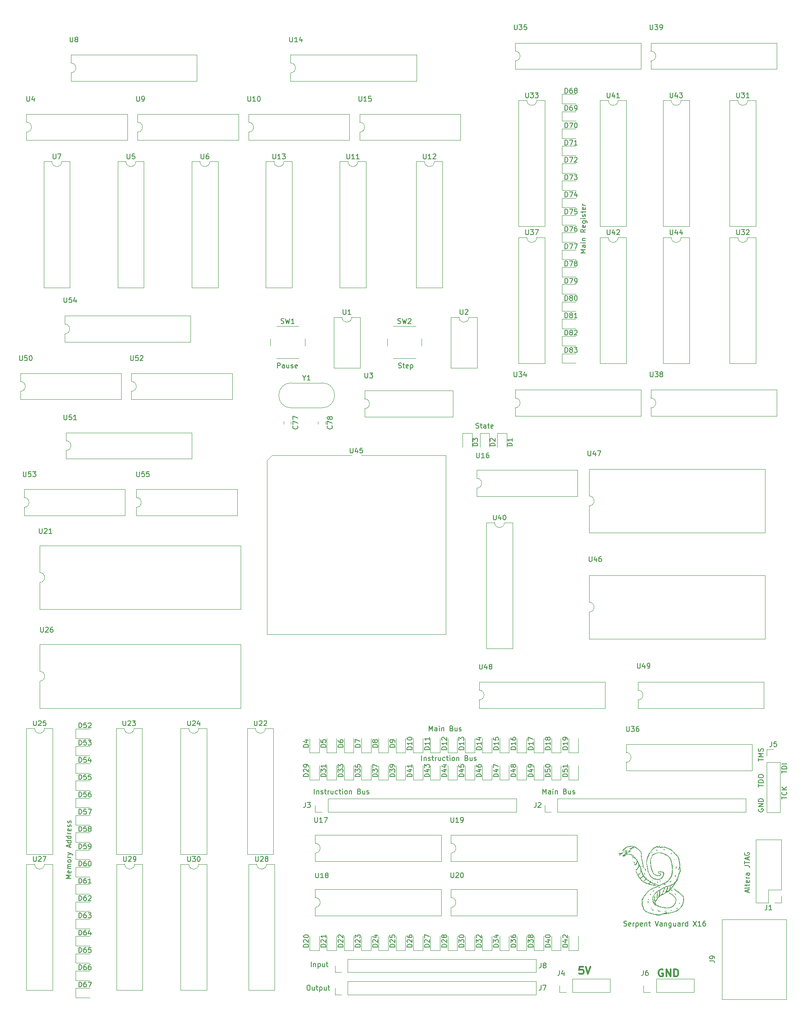
<source format=gbr>
%TF.GenerationSoftware,KiCad,Pcbnew,(5.1.10)-1*%
%TF.CreationDate,2022-03-07T13:42:18+08:00*%
%TF.ProjectId,MAX7000CPU-Gen2_5,4d415837-3030-4304-9350-552d47656e32,rev?*%
%TF.SameCoordinates,Original*%
%TF.FileFunction,Legend,Top*%
%TF.FilePolarity,Positive*%
%FSLAX46Y46*%
G04 Gerber Fmt 4.6, Leading zero omitted, Abs format (unit mm)*
G04 Created by KiCad (PCBNEW (5.1.10)-1) date 2022-03-07 13:42:18*
%MOMM*%
%LPD*%
G01*
G04 APERTURE LIST*
%ADD10C,0.150000*%
%ADD11C,0.300000*%
%ADD12C,0.080000*%
%ADD13C,0.120000*%
G04 APERTURE END LIST*
D10*
X-98452380Y-70404761D02*
X-98309523Y-70452380D01*
X-98071428Y-70452380D01*
X-97976190Y-70404761D01*
X-97928571Y-70357142D01*
X-97880952Y-70261904D01*
X-97880952Y-70166666D01*
X-97928571Y-70071428D01*
X-97976190Y-70023809D01*
X-98071428Y-69976190D01*
X-98261904Y-69928571D01*
X-98357142Y-69880952D01*
X-98404761Y-69833333D01*
X-98452380Y-69738095D01*
X-98452380Y-69642857D01*
X-98404761Y-69547619D01*
X-98357142Y-69500000D01*
X-98261904Y-69452380D01*
X-98023809Y-69452380D01*
X-97880952Y-69500000D01*
X-97595238Y-69785714D02*
X-97214285Y-69785714D01*
X-97452380Y-69452380D02*
X-97452380Y-70309523D01*
X-97404761Y-70404761D01*
X-97309523Y-70452380D01*
X-97214285Y-70452380D01*
X-96500000Y-70404761D02*
X-96595238Y-70452380D01*
X-96785714Y-70452380D01*
X-96880952Y-70404761D01*
X-96928571Y-70309523D01*
X-96928571Y-69928571D01*
X-96880952Y-69833333D01*
X-96785714Y-69785714D01*
X-96595238Y-69785714D01*
X-96500000Y-69833333D01*
X-96452380Y-69928571D01*
X-96452380Y-70023809D01*
X-96928571Y-70119047D01*
X-96023809Y-69785714D02*
X-96023809Y-70785714D01*
X-96023809Y-69833333D02*
X-95928571Y-69785714D01*
X-95738095Y-69785714D01*
X-95642857Y-69833333D01*
X-95595238Y-69880952D01*
X-95547619Y-69976190D01*
X-95547619Y-70261904D01*
X-95595238Y-70357142D01*
X-95642857Y-70404761D01*
X-95738095Y-70452380D01*
X-95928571Y-70452380D01*
X-96023809Y-70404761D01*
X-123000000Y-70452380D02*
X-123000000Y-69452380D01*
X-122619047Y-69452380D01*
X-122523809Y-69500000D01*
X-122476190Y-69547619D01*
X-122428571Y-69642857D01*
X-122428571Y-69785714D01*
X-122476190Y-69880952D01*
X-122523809Y-69928571D01*
X-122619047Y-69976190D01*
X-123000000Y-69976190D01*
X-121571428Y-70452380D02*
X-121571428Y-69928571D01*
X-121619047Y-69833333D01*
X-121714285Y-69785714D01*
X-121904761Y-69785714D01*
X-122000000Y-69833333D01*
X-121571428Y-70404761D02*
X-121666666Y-70452380D01*
X-121904761Y-70452380D01*
X-122000000Y-70404761D01*
X-122047619Y-70309523D01*
X-122047619Y-70214285D01*
X-122000000Y-70119047D01*
X-121904761Y-70071428D01*
X-121666666Y-70071428D01*
X-121571428Y-70023809D01*
X-120666666Y-69785714D02*
X-120666666Y-70452380D01*
X-121095238Y-69785714D02*
X-121095238Y-70309523D01*
X-121047619Y-70404761D01*
X-120952380Y-70452380D01*
X-120809523Y-70452380D01*
X-120714285Y-70404761D01*
X-120666666Y-70357142D01*
X-120238095Y-70404761D02*
X-120142857Y-70452380D01*
X-119952380Y-70452380D01*
X-119857142Y-70404761D01*
X-119809523Y-70309523D01*
X-119809523Y-70261904D01*
X-119857142Y-70166666D01*
X-119952380Y-70119047D01*
X-120095238Y-70119047D01*
X-120190476Y-70071428D01*
X-120238095Y-69976190D01*
X-120238095Y-69928571D01*
X-120190476Y-69833333D01*
X-120095238Y-69785714D01*
X-119952380Y-69785714D01*
X-119857142Y-69833333D01*
X-119000000Y-70404761D02*
X-119095238Y-70452380D01*
X-119285714Y-70452380D01*
X-119380952Y-70404761D01*
X-119428571Y-70309523D01*
X-119428571Y-69928571D01*
X-119380952Y-69833333D01*
X-119285714Y-69785714D01*
X-119095238Y-69785714D01*
X-119000000Y-69833333D01*
X-118952380Y-69928571D01*
X-118952380Y-70023809D01*
X-119428571Y-70119047D01*
X-52785714Y-183404761D02*
X-52642857Y-183452380D01*
X-52404761Y-183452380D01*
X-52309523Y-183404761D01*
X-52261904Y-183357142D01*
X-52214285Y-183261904D01*
X-52214285Y-183166666D01*
X-52261904Y-183071428D01*
X-52309523Y-183023809D01*
X-52404761Y-182976190D01*
X-52595238Y-182928571D01*
X-52690476Y-182880952D01*
X-52738095Y-182833333D01*
X-52785714Y-182738095D01*
X-52785714Y-182642857D01*
X-52738095Y-182547619D01*
X-52690476Y-182500000D01*
X-52595238Y-182452380D01*
X-52357142Y-182452380D01*
X-52214285Y-182500000D01*
X-51404761Y-183404761D02*
X-51500000Y-183452380D01*
X-51690476Y-183452380D01*
X-51785714Y-183404761D01*
X-51833333Y-183309523D01*
X-51833333Y-182928571D01*
X-51785714Y-182833333D01*
X-51690476Y-182785714D01*
X-51500000Y-182785714D01*
X-51404761Y-182833333D01*
X-51357142Y-182928571D01*
X-51357142Y-183023809D01*
X-51833333Y-183119047D01*
X-50928571Y-183452380D02*
X-50928571Y-182785714D01*
X-50928571Y-182976190D02*
X-50880952Y-182880952D01*
X-50833333Y-182833333D01*
X-50738095Y-182785714D01*
X-50642857Y-182785714D01*
X-50309523Y-182785714D02*
X-50309523Y-183785714D01*
X-50309523Y-182833333D02*
X-50214285Y-182785714D01*
X-50023809Y-182785714D01*
X-49928571Y-182833333D01*
X-49880952Y-182880952D01*
X-49833333Y-182976190D01*
X-49833333Y-183261904D01*
X-49880952Y-183357142D01*
X-49928571Y-183404761D01*
X-50023809Y-183452380D01*
X-50214285Y-183452380D01*
X-50309523Y-183404761D01*
X-49023809Y-183404761D02*
X-49119047Y-183452380D01*
X-49309523Y-183452380D01*
X-49404761Y-183404761D01*
X-49452380Y-183309523D01*
X-49452380Y-182928571D01*
X-49404761Y-182833333D01*
X-49309523Y-182785714D01*
X-49119047Y-182785714D01*
X-49023809Y-182833333D01*
X-48976190Y-182928571D01*
X-48976190Y-183023809D01*
X-49452380Y-183119047D01*
X-48547619Y-182785714D02*
X-48547619Y-183452380D01*
X-48547619Y-182880952D02*
X-48500000Y-182833333D01*
X-48404761Y-182785714D01*
X-48261904Y-182785714D01*
X-48166666Y-182833333D01*
X-48119047Y-182928571D01*
X-48119047Y-183452380D01*
X-47785714Y-182785714D02*
X-47404761Y-182785714D01*
X-47642857Y-182452380D02*
X-47642857Y-183309523D01*
X-47595238Y-183404761D01*
X-47500000Y-183452380D01*
X-47404761Y-183452380D01*
X-46452380Y-182452380D02*
X-46119047Y-183452380D01*
X-45785714Y-182452380D01*
X-45023809Y-183452380D02*
X-45023809Y-182928571D01*
X-45071428Y-182833333D01*
X-45166666Y-182785714D01*
X-45357142Y-182785714D01*
X-45452380Y-182833333D01*
X-45023809Y-183404761D02*
X-45119047Y-183452380D01*
X-45357142Y-183452380D01*
X-45452380Y-183404761D01*
X-45500000Y-183309523D01*
X-45500000Y-183214285D01*
X-45452380Y-183119047D01*
X-45357142Y-183071428D01*
X-45119047Y-183071428D01*
X-45023809Y-183023809D01*
X-44547619Y-182785714D02*
X-44547619Y-183452380D01*
X-44547619Y-182880952D02*
X-44500000Y-182833333D01*
X-44404761Y-182785714D01*
X-44261904Y-182785714D01*
X-44166666Y-182833333D01*
X-44119047Y-182928571D01*
X-44119047Y-183452380D01*
X-43214285Y-182785714D02*
X-43214285Y-183595238D01*
X-43261904Y-183690476D01*
X-43309523Y-183738095D01*
X-43404761Y-183785714D01*
X-43547619Y-183785714D01*
X-43642857Y-183738095D01*
X-43214285Y-183404761D02*
X-43309523Y-183452380D01*
X-43500000Y-183452380D01*
X-43595238Y-183404761D01*
X-43642857Y-183357142D01*
X-43690476Y-183261904D01*
X-43690476Y-182976190D01*
X-43642857Y-182880952D01*
X-43595238Y-182833333D01*
X-43500000Y-182785714D01*
X-43309523Y-182785714D01*
X-43214285Y-182833333D01*
X-42309523Y-182785714D02*
X-42309523Y-183452380D01*
X-42738095Y-182785714D02*
X-42738095Y-183309523D01*
X-42690476Y-183404761D01*
X-42595238Y-183452380D01*
X-42452380Y-183452380D01*
X-42357142Y-183404761D01*
X-42309523Y-183357142D01*
X-41404761Y-183452380D02*
X-41404761Y-182928571D01*
X-41452380Y-182833333D01*
X-41547619Y-182785714D01*
X-41738095Y-182785714D01*
X-41833333Y-182833333D01*
X-41404761Y-183404761D02*
X-41500000Y-183452380D01*
X-41738095Y-183452380D01*
X-41833333Y-183404761D01*
X-41880952Y-183309523D01*
X-41880952Y-183214285D01*
X-41833333Y-183119047D01*
X-41738095Y-183071428D01*
X-41500000Y-183071428D01*
X-41404761Y-183023809D01*
X-40928571Y-183452380D02*
X-40928571Y-182785714D01*
X-40928571Y-182976190D02*
X-40880952Y-182880952D01*
X-40833333Y-182833333D01*
X-40738095Y-182785714D01*
X-40642857Y-182785714D01*
X-39880952Y-183452380D02*
X-39880952Y-182452380D01*
X-39880952Y-183404761D02*
X-39976190Y-183452380D01*
X-40166666Y-183452380D01*
X-40261904Y-183404761D01*
X-40309523Y-183357142D01*
X-40357142Y-183261904D01*
X-40357142Y-182976190D01*
X-40309523Y-182880952D01*
X-40261904Y-182833333D01*
X-40166666Y-182785714D01*
X-39976190Y-182785714D01*
X-39880952Y-182833333D01*
X-38738095Y-182452380D02*
X-38071428Y-183452380D01*
X-38071428Y-182452380D02*
X-38738095Y-183452380D01*
X-37166666Y-183452380D02*
X-37738095Y-183452380D01*
X-37452380Y-183452380D02*
X-37452380Y-182452380D01*
X-37547619Y-182595238D01*
X-37642857Y-182690476D01*
X-37738095Y-182738095D01*
X-36309523Y-182452380D02*
X-36500000Y-182452380D01*
X-36595238Y-182500000D01*
X-36642857Y-182547619D01*
X-36738095Y-182690476D01*
X-36785714Y-182880952D01*
X-36785714Y-183261904D01*
X-36738095Y-183357142D01*
X-36690476Y-183404761D01*
X-36595238Y-183452380D01*
X-36404761Y-183452380D01*
X-36309523Y-183404761D01*
X-36261904Y-183357142D01*
X-36214285Y-183261904D01*
X-36214285Y-183023809D01*
X-36261904Y-182928571D01*
X-36309523Y-182880952D01*
X-36404761Y-182833333D01*
X-36595238Y-182833333D01*
X-36690476Y-182880952D01*
X-36738095Y-182928571D01*
X-36785714Y-183023809D01*
X-82738095Y-82604761D02*
X-82595238Y-82652380D01*
X-82357142Y-82652380D01*
X-82261904Y-82604761D01*
X-82214285Y-82557142D01*
X-82166666Y-82461904D01*
X-82166666Y-82366666D01*
X-82214285Y-82271428D01*
X-82261904Y-82223809D01*
X-82357142Y-82176190D01*
X-82547619Y-82128571D01*
X-82642857Y-82080952D01*
X-82690476Y-82033333D01*
X-82738095Y-81938095D01*
X-82738095Y-81842857D01*
X-82690476Y-81747619D01*
X-82642857Y-81700000D01*
X-82547619Y-81652380D01*
X-82309523Y-81652380D01*
X-82166666Y-81700000D01*
X-81880952Y-81985714D02*
X-81500000Y-81985714D01*
X-81738095Y-81652380D02*
X-81738095Y-82509523D01*
X-81690476Y-82604761D01*
X-81595238Y-82652380D01*
X-81500000Y-82652380D01*
X-80738095Y-82652380D02*
X-80738095Y-82128571D01*
X-80785714Y-82033333D01*
X-80880952Y-81985714D01*
X-81071428Y-81985714D01*
X-81166666Y-82033333D01*
X-80738095Y-82604761D02*
X-80833333Y-82652380D01*
X-81071428Y-82652380D01*
X-81166666Y-82604761D01*
X-81214285Y-82509523D01*
X-81214285Y-82414285D01*
X-81166666Y-82319047D01*
X-81071428Y-82271428D01*
X-80833333Y-82271428D01*
X-80738095Y-82223809D01*
X-80404761Y-81985714D02*
X-80023809Y-81985714D01*
X-80261904Y-81652380D02*
X-80261904Y-82509523D01*
X-80214285Y-82604761D01*
X-80119047Y-82652380D01*
X-80023809Y-82652380D01*
X-79309523Y-82604761D02*
X-79404761Y-82652380D01*
X-79595238Y-82652380D01*
X-79690476Y-82604761D01*
X-79738095Y-82509523D01*
X-79738095Y-82128571D01*
X-79690476Y-82033333D01*
X-79595238Y-81985714D01*
X-79404761Y-81985714D01*
X-79309523Y-82033333D01*
X-79261904Y-82128571D01*
X-79261904Y-82223809D01*
X-79738095Y-82319047D01*
X-60547619Y-47154761D02*
X-61547619Y-47154761D01*
X-60833333Y-46821428D01*
X-61547619Y-46488095D01*
X-60547619Y-46488095D01*
X-60547619Y-45583333D02*
X-61071428Y-45583333D01*
X-61166666Y-45630952D01*
X-61214285Y-45726190D01*
X-61214285Y-45916666D01*
X-61166666Y-46011904D01*
X-60595238Y-45583333D02*
X-60547619Y-45678571D01*
X-60547619Y-45916666D01*
X-60595238Y-46011904D01*
X-60690476Y-46059523D01*
X-60785714Y-46059523D01*
X-60880952Y-46011904D01*
X-60928571Y-45916666D01*
X-60928571Y-45678571D01*
X-60976190Y-45583333D01*
X-60547619Y-45107142D02*
X-61214285Y-45107142D01*
X-61547619Y-45107142D02*
X-61500000Y-45154761D01*
X-61452380Y-45107142D01*
X-61500000Y-45059523D01*
X-61547619Y-45107142D01*
X-61452380Y-45107142D01*
X-61214285Y-44630952D02*
X-60547619Y-44630952D01*
X-61119047Y-44630952D02*
X-61166666Y-44583333D01*
X-61214285Y-44488095D01*
X-61214285Y-44345238D01*
X-61166666Y-44250000D01*
X-61071428Y-44202380D01*
X-60547619Y-44202380D01*
X-60547619Y-42392857D02*
X-61023809Y-42726190D01*
X-60547619Y-42964285D02*
X-61547619Y-42964285D01*
X-61547619Y-42583333D01*
X-61500000Y-42488095D01*
X-61452380Y-42440476D01*
X-61357142Y-42392857D01*
X-61214285Y-42392857D01*
X-61119047Y-42440476D01*
X-61071428Y-42488095D01*
X-61023809Y-42583333D01*
X-61023809Y-42964285D01*
X-60595238Y-41583333D02*
X-60547619Y-41678571D01*
X-60547619Y-41869047D01*
X-60595238Y-41964285D01*
X-60690476Y-42011904D01*
X-61071428Y-42011904D01*
X-61166666Y-41964285D01*
X-61214285Y-41869047D01*
X-61214285Y-41678571D01*
X-61166666Y-41583333D01*
X-61071428Y-41535714D01*
X-60976190Y-41535714D01*
X-60880952Y-42011904D01*
X-61214285Y-40678571D02*
X-60404761Y-40678571D01*
X-60309523Y-40726190D01*
X-60261904Y-40773809D01*
X-60214285Y-40869047D01*
X-60214285Y-41011904D01*
X-60261904Y-41107142D01*
X-60595238Y-40678571D02*
X-60547619Y-40773809D01*
X-60547619Y-40964285D01*
X-60595238Y-41059523D01*
X-60642857Y-41107142D01*
X-60738095Y-41154761D01*
X-61023809Y-41154761D01*
X-61119047Y-41107142D01*
X-61166666Y-41059523D01*
X-61214285Y-40964285D01*
X-61214285Y-40773809D01*
X-61166666Y-40678571D01*
X-60547619Y-40202380D02*
X-61214285Y-40202380D01*
X-61547619Y-40202380D02*
X-61500000Y-40250000D01*
X-61452380Y-40202380D01*
X-61500000Y-40154761D01*
X-61547619Y-40202380D01*
X-61452380Y-40202380D01*
X-60595238Y-39773809D02*
X-60547619Y-39678571D01*
X-60547619Y-39488095D01*
X-60595238Y-39392857D01*
X-60690476Y-39345238D01*
X-60738095Y-39345238D01*
X-60833333Y-39392857D01*
X-60880952Y-39488095D01*
X-60880952Y-39630952D01*
X-60928571Y-39726190D01*
X-61023809Y-39773809D01*
X-61071428Y-39773809D01*
X-61166666Y-39726190D01*
X-61214285Y-39630952D01*
X-61214285Y-39488095D01*
X-61166666Y-39392857D01*
X-61214285Y-39059523D02*
X-61214285Y-38678571D01*
X-61547619Y-38916666D02*
X-60690476Y-38916666D01*
X-60595238Y-38869047D01*
X-60547619Y-38773809D01*
X-60547619Y-38678571D01*
X-60595238Y-37964285D02*
X-60547619Y-38059523D01*
X-60547619Y-38250000D01*
X-60595238Y-38345238D01*
X-60690476Y-38392857D01*
X-61071428Y-38392857D01*
X-61166666Y-38345238D01*
X-61214285Y-38250000D01*
X-61214285Y-38059523D01*
X-61166666Y-37964285D01*
X-61071428Y-37916666D01*
X-60976190Y-37916666D01*
X-60880952Y-38392857D01*
X-60547619Y-37488095D02*
X-61214285Y-37488095D01*
X-61023809Y-37488095D02*
X-61119047Y-37440476D01*
X-61166666Y-37392857D01*
X-61214285Y-37297619D01*
X-61214285Y-37202380D01*
X-164797619Y-173833333D02*
X-165797619Y-173833333D01*
X-165083333Y-173500000D01*
X-165797619Y-173166666D01*
X-164797619Y-173166666D01*
X-164845238Y-172309523D02*
X-164797619Y-172404761D01*
X-164797619Y-172595238D01*
X-164845238Y-172690476D01*
X-164940476Y-172738095D01*
X-165321428Y-172738095D01*
X-165416666Y-172690476D01*
X-165464285Y-172595238D01*
X-165464285Y-172404761D01*
X-165416666Y-172309523D01*
X-165321428Y-172261904D01*
X-165226190Y-172261904D01*
X-165130952Y-172738095D01*
X-164797619Y-171833333D02*
X-165464285Y-171833333D01*
X-165369047Y-171833333D02*
X-165416666Y-171785714D01*
X-165464285Y-171690476D01*
X-165464285Y-171547619D01*
X-165416666Y-171452380D01*
X-165321428Y-171404761D01*
X-164797619Y-171404761D01*
X-165321428Y-171404761D02*
X-165416666Y-171357142D01*
X-165464285Y-171261904D01*
X-165464285Y-171119047D01*
X-165416666Y-171023809D01*
X-165321428Y-170976190D01*
X-164797619Y-170976190D01*
X-164797619Y-170357142D02*
X-164845238Y-170452380D01*
X-164892857Y-170500000D01*
X-164988095Y-170547619D01*
X-165273809Y-170547619D01*
X-165369047Y-170500000D01*
X-165416666Y-170452380D01*
X-165464285Y-170357142D01*
X-165464285Y-170214285D01*
X-165416666Y-170119047D01*
X-165369047Y-170071428D01*
X-165273809Y-170023809D01*
X-164988095Y-170023809D01*
X-164892857Y-170071428D01*
X-164845238Y-170119047D01*
X-164797619Y-170214285D01*
X-164797619Y-170357142D01*
X-164797619Y-169595238D02*
X-165464285Y-169595238D01*
X-165273809Y-169595238D02*
X-165369047Y-169547619D01*
X-165416666Y-169500000D01*
X-165464285Y-169404761D01*
X-165464285Y-169309523D01*
X-165464285Y-169071428D02*
X-164797619Y-168833333D01*
X-165464285Y-168595238D02*
X-164797619Y-168833333D01*
X-164559523Y-168928571D01*
X-164511904Y-168976190D01*
X-164464285Y-169071428D01*
X-165083333Y-167500000D02*
X-165083333Y-167023809D01*
X-164797619Y-167595238D02*
X-165797619Y-167261904D01*
X-164797619Y-166928571D01*
X-164797619Y-166166666D02*
X-165797619Y-166166666D01*
X-164845238Y-166166666D02*
X-164797619Y-166261904D01*
X-164797619Y-166452380D01*
X-164845238Y-166547619D01*
X-164892857Y-166595238D01*
X-164988095Y-166642857D01*
X-165273809Y-166642857D01*
X-165369047Y-166595238D01*
X-165416666Y-166547619D01*
X-165464285Y-166452380D01*
X-165464285Y-166261904D01*
X-165416666Y-166166666D01*
X-164797619Y-165261904D02*
X-165797619Y-165261904D01*
X-164845238Y-165261904D02*
X-164797619Y-165357142D01*
X-164797619Y-165547619D01*
X-164845238Y-165642857D01*
X-164892857Y-165690476D01*
X-164988095Y-165738095D01*
X-165273809Y-165738095D01*
X-165369047Y-165690476D01*
X-165416666Y-165642857D01*
X-165464285Y-165547619D01*
X-165464285Y-165357142D01*
X-165416666Y-165261904D01*
X-164797619Y-164785714D02*
X-165464285Y-164785714D01*
X-165273809Y-164785714D02*
X-165369047Y-164738095D01*
X-165416666Y-164690476D01*
X-165464285Y-164595238D01*
X-165464285Y-164500000D01*
X-164845238Y-163785714D02*
X-164797619Y-163880952D01*
X-164797619Y-164071428D01*
X-164845238Y-164166666D01*
X-164940476Y-164214285D01*
X-165321428Y-164214285D01*
X-165416666Y-164166666D01*
X-165464285Y-164071428D01*
X-165464285Y-163880952D01*
X-165416666Y-163785714D01*
X-165321428Y-163738095D01*
X-165226190Y-163738095D01*
X-165130952Y-164214285D01*
X-164845238Y-163357142D02*
X-164797619Y-163261904D01*
X-164797619Y-163071428D01*
X-164845238Y-162976190D01*
X-164940476Y-162928571D01*
X-164988095Y-162928571D01*
X-165083333Y-162976190D01*
X-165130952Y-163071428D01*
X-165130952Y-163214285D01*
X-165178571Y-163309523D01*
X-165273809Y-163357142D01*
X-165321428Y-163357142D01*
X-165416666Y-163309523D01*
X-165464285Y-163214285D01*
X-165464285Y-163071428D01*
X-165416666Y-162976190D01*
X-164845238Y-162547619D02*
X-164797619Y-162452380D01*
X-164797619Y-162261904D01*
X-164845238Y-162166666D01*
X-164940476Y-162119047D01*
X-164988095Y-162119047D01*
X-165083333Y-162166666D01*
X-165130952Y-162261904D01*
X-165130952Y-162404761D01*
X-165178571Y-162500000D01*
X-165273809Y-162547619D01*
X-165321428Y-162547619D01*
X-165416666Y-162500000D01*
X-165464285Y-162404761D01*
X-165464285Y-162261904D01*
X-165416666Y-162166666D01*
X-93750000Y-149952380D02*
X-93750000Y-148952380D01*
X-93273809Y-149285714D02*
X-93273809Y-149952380D01*
X-93273809Y-149380952D02*
X-93226190Y-149333333D01*
X-93130952Y-149285714D01*
X-92988095Y-149285714D01*
X-92892857Y-149333333D01*
X-92845238Y-149428571D01*
X-92845238Y-149952380D01*
X-92416666Y-149904761D02*
X-92321428Y-149952380D01*
X-92130952Y-149952380D01*
X-92035714Y-149904761D01*
X-91988095Y-149809523D01*
X-91988095Y-149761904D01*
X-92035714Y-149666666D01*
X-92130952Y-149619047D01*
X-92273809Y-149619047D01*
X-92369047Y-149571428D01*
X-92416666Y-149476190D01*
X-92416666Y-149428571D01*
X-92369047Y-149333333D01*
X-92273809Y-149285714D01*
X-92130952Y-149285714D01*
X-92035714Y-149333333D01*
X-91702380Y-149285714D02*
X-91321428Y-149285714D01*
X-91559523Y-148952380D02*
X-91559523Y-149809523D01*
X-91511904Y-149904761D01*
X-91416666Y-149952380D01*
X-91321428Y-149952380D01*
X-90988095Y-149952380D02*
X-90988095Y-149285714D01*
X-90988095Y-149476190D02*
X-90940476Y-149380952D01*
X-90892857Y-149333333D01*
X-90797619Y-149285714D01*
X-90702380Y-149285714D01*
X-89940476Y-149285714D02*
X-89940476Y-149952380D01*
X-90369047Y-149285714D02*
X-90369047Y-149809523D01*
X-90321428Y-149904761D01*
X-90226190Y-149952380D01*
X-90083333Y-149952380D01*
X-89988095Y-149904761D01*
X-89940476Y-149857142D01*
X-89035714Y-149904761D02*
X-89130952Y-149952380D01*
X-89321428Y-149952380D01*
X-89416666Y-149904761D01*
X-89464285Y-149857142D01*
X-89511904Y-149761904D01*
X-89511904Y-149476190D01*
X-89464285Y-149380952D01*
X-89416666Y-149333333D01*
X-89321428Y-149285714D01*
X-89130952Y-149285714D01*
X-89035714Y-149333333D01*
X-88750000Y-149285714D02*
X-88369047Y-149285714D01*
X-88607142Y-148952380D02*
X-88607142Y-149809523D01*
X-88559523Y-149904761D01*
X-88464285Y-149952380D01*
X-88369047Y-149952380D01*
X-88035714Y-149952380D02*
X-88035714Y-149285714D01*
X-88035714Y-148952380D02*
X-88083333Y-149000000D01*
X-88035714Y-149047619D01*
X-87988095Y-149000000D01*
X-88035714Y-148952380D01*
X-88035714Y-149047619D01*
X-87416666Y-149952380D02*
X-87511904Y-149904761D01*
X-87559523Y-149857142D01*
X-87607142Y-149761904D01*
X-87607142Y-149476190D01*
X-87559523Y-149380952D01*
X-87511904Y-149333333D01*
X-87416666Y-149285714D01*
X-87273809Y-149285714D01*
X-87178571Y-149333333D01*
X-87130952Y-149380952D01*
X-87083333Y-149476190D01*
X-87083333Y-149761904D01*
X-87130952Y-149857142D01*
X-87178571Y-149904761D01*
X-87273809Y-149952380D01*
X-87416666Y-149952380D01*
X-86654761Y-149285714D02*
X-86654761Y-149952380D01*
X-86654761Y-149380952D02*
X-86607142Y-149333333D01*
X-86511904Y-149285714D01*
X-86369047Y-149285714D01*
X-86273809Y-149333333D01*
X-86226190Y-149428571D01*
X-86226190Y-149952380D01*
X-84654761Y-149428571D02*
X-84511904Y-149476190D01*
X-84464285Y-149523809D01*
X-84416666Y-149619047D01*
X-84416666Y-149761904D01*
X-84464285Y-149857142D01*
X-84511904Y-149904761D01*
X-84607142Y-149952380D01*
X-84988095Y-149952380D01*
X-84988095Y-148952380D01*
X-84654761Y-148952380D01*
X-84559523Y-149000000D01*
X-84511904Y-149047619D01*
X-84464285Y-149142857D01*
X-84464285Y-149238095D01*
X-84511904Y-149333333D01*
X-84559523Y-149380952D01*
X-84654761Y-149428571D01*
X-84988095Y-149428571D01*
X-83559523Y-149285714D02*
X-83559523Y-149952380D01*
X-83988095Y-149285714D02*
X-83988095Y-149809523D01*
X-83940476Y-149904761D01*
X-83845238Y-149952380D01*
X-83702380Y-149952380D01*
X-83607142Y-149904761D01*
X-83559523Y-149857142D01*
X-83130952Y-149904761D02*
X-83035714Y-149952380D01*
X-82845238Y-149952380D01*
X-82750000Y-149904761D01*
X-82702380Y-149809523D01*
X-82702380Y-149761904D01*
X-82750000Y-149666666D01*
X-82845238Y-149619047D01*
X-82988095Y-149619047D01*
X-83083333Y-149571428D01*
X-83130952Y-149476190D01*
X-83130952Y-149428571D01*
X-83083333Y-149333333D01*
X-82988095Y-149285714D01*
X-82845238Y-149285714D01*
X-82750000Y-149333333D01*
X-92214285Y-143952380D02*
X-92214285Y-142952380D01*
X-91880952Y-143666666D01*
X-91547619Y-142952380D01*
X-91547619Y-143952380D01*
X-90642857Y-143952380D02*
X-90642857Y-143428571D01*
X-90690476Y-143333333D01*
X-90785714Y-143285714D01*
X-90976190Y-143285714D01*
X-91071428Y-143333333D01*
X-90642857Y-143904761D02*
X-90738095Y-143952380D01*
X-90976190Y-143952380D01*
X-91071428Y-143904761D01*
X-91119047Y-143809523D01*
X-91119047Y-143714285D01*
X-91071428Y-143619047D01*
X-90976190Y-143571428D01*
X-90738095Y-143571428D01*
X-90642857Y-143523809D01*
X-90166666Y-143952380D02*
X-90166666Y-143285714D01*
X-90166666Y-142952380D02*
X-90214285Y-143000000D01*
X-90166666Y-143047619D01*
X-90119047Y-143000000D01*
X-90166666Y-142952380D01*
X-90166666Y-143047619D01*
X-89690476Y-143285714D02*
X-89690476Y-143952380D01*
X-89690476Y-143380952D02*
X-89642857Y-143333333D01*
X-89547619Y-143285714D01*
X-89404761Y-143285714D01*
X-89309523Y-143333333D01*
X-89261904Y-143428571D01*
X-89261904Y-143952380D01*
X-87690476Y-143428571D02*
X-87547619Y-143476190D01*
X-87500000Y-143523809D01*
X-87452380Y-143619047D01*
X-87452380Y-143761904D01*
X-87500000Y-143857142D01*
X-87547619Y-143904761D01*
X-87642857Y-143952380D01*
X-88023809Y-143952380D01*
X-88023809Y-142952380D01*
X-87690476Y-142952380D01*
X-87595238Y-143000000D01*
X-87547619Y-143047619D01*
X-87500000Y-143142857D01*
X-87500000Y-143238095D01*
X-87547619Y-143333333D01*
X-87595238Y-143380952D01*
X-87690476Y-143428571D01*
X-88023809Y-143428571D01*
X-86595238Y-143285714D02*
X-86595238Y-143952380D01*
X-87023809Y-143285714D02*
X-87023809Y-143809523D01*
X-86976190Y-143904761D01*
X-86880952Y-143952380D01*
X-86738095Y-143952380D01*
X-86642857Y-143904761D01*
X-86595238Y-143857142D01*
X-86166666Y-143904761D02*
X-86071428Y-143952380D01*
X-85880952Y-143952380D01*
X-85785714Y-143904761D01*
X-85738095Y-143809523D01*
X-85738095Y-143761904D01*
X-85785714Y-143666666D01*
X-85880952Y-143619047D01*
X-86023809Y-143619047D01*
X-86119047Y-143571428D01*
X-86166666Y-143476190D01*
X-86166666Y-143428571D01*
X-86119047Y-143333333D01*
X-86023809Y-143285714D01*
X-85880952Y-143285714D01*
X-85785714Y-143333333D01*
X-69214285Y-156702380D02*
X-69214285Y-155702380D01*
X-68880952Y-156416666D01*
X-68547619Y-155702380D01*
X-68547619Y-156702380D01*
X-67642857Y-156702380D02*
X-67642857Y-156178571D01*
X-67690476Y-156083333D01*
X-67785714Y-156035714D01*
X-67976190Y-156035714D01*
X-68071428Y-156083333D01*
X-67642857Y-156654761D02*
X-67738095Y-156702380D01*
X-67976190Y-156702380D01*
X-68071428Y-156654761D01*
X-68119047Y-156559523D01*
X-68119047Y-156464285D01*
X-68071428Y-156369047D01*
X-67976190Y-156321428D01*
X-67738095Y-156321428D01*
X-67642857Y-156273809D01*
X-67166666Y-156702380D02*
X-67166666Y-156035714D01*
X-67166666Y-155702380D02*
X-67214285Y-155750000D01*
X-67166666Y-155797619D01*
X-67119047Y-155750000D01*
X-67166666Y-155702380D01*
X-67166666Y-155797619D01*
X-66690476Y-156035714D02*
X-66690476Y-156702380D01*
X-66690476Y-156130952D02*
X-66642857Y-156083333D01*
X-66547619Y-156035714D01*
X-66404761Y-156035714D01*
X-66309523Y-156083333D01*
X-66261904Y-156178571D01*
X-66261904Y-156702380D01*
X-64690476Y-156178571D02*
X-64547619Y-156226190D01*
X-64500000Y-156273809D01*
X-64452380Y-156369047D01*
X-64452380Y-156511904D01*
X-64500000Y-156607142D01*
X-64547619Y-156654761D01*
X-64642857Y-156702380D01*
X-65023809Y-156702380D01*
X-65023809Y-155702380D01*
X-64690476Y-155702380D01*
X-64595238Y-155750000D01*
X-64547619Y-155797619D01*
X-64500000Y-155892857D01*
X-64500000Y-155988095D01*
X-64547619Y-156083333D01*
X-64595238Y-156130952D01*
X-64690476Y-156178571D01*
X-65023809Y-156178571D01*
X-63595238Y-156035714D02*
X-63595238Y-156702380D01*
X-64023809Y-156035714D02*
X-64023809Y-156559523D01*
X-63976190Y-156654761D01*
X-63880952Y-156702380D01*
X-63738095Y-156702380D01*
X-63642857Y-156654761D01*
X-63595238Y-156607142D01*
X-63166666Y-156654761D02*
X-63071428Y-156702380D01*
X-62880952Y-156702380D01*
X-62785714Y-156654761D01*
X-62738095Y-156559523D01*
X-62738095Y-156511904D01*
X-62785714Y-156416666D01*
X-62880952Y-156369047D01*
X-63023809Y-156369047D01*
X-63119047Y-156321428D01*
X-63166666Y-156226190D01*
X-63166666Y-156178571D01*
X-63119047Y-156083333D01*
X-63023809Y-156035714D01*
X-62880952Y-156035714D01*
X-62785714Y-156083333D01*
X-115500000Y-156702380D02*
X-115500000Y-155702380D01*
X-115023809Y-156035714D02*
X-115023809Y-156702380D01*
X-115023809Y-156130952D02*
X-114976190Y-156083333D01*
X-114880952Y-156035714D01*
X-114738095Y-156035714D01*
X-114642857Y-156083333D01*
X-114595238Y-156178571D01*
X-114595238Y-156702380D01*
X-114166666Y-156654761D02*
X-114071428Y-156702380D01*
X-113880952Y-156702380D01*
X-113785714Y-156654761D01*
X-113738095Y-156559523D01*
X-113738095Y-156511904D01*
X-113785714Y-156416666D01*
X-113880952Y-156369047D01*
X-114023809Y-156369047D01*
X-114119047Y-156321428D01*
X-114166666Y-156226190D01*
X-114166666Y-156178571D01*
X-114119047Y-156083333D01*
X-114023809Y-156035714D01*
X-113880952Y-156035714D01*
X-113785714Y-156083333D01*
X-113452380Y-156035714D02*
X-113071428Y-156035714D01*
X-113309523Y-155702380D02*
X-113309523Y-156559523D01*
X-113261904Y-156654761D01*
X-113166666Y-156702380D01*
X-113071428Y-156702380D01*
X-112738095Y-156702380D02*
X-112738095Y-156035714D01*
X-112738095Y-156226190D02*
X-112690476Y-156130952D01*
X-112642857Y-156083333D01*
X-112547619Y-156035714D01*
X-112452380Y-156035714D01*
X-111690476Y-156035714D02*
X-111690476Y-156702380D01*
X-112119047Y-156035714D02*
X-112119047Y-156559523D01*
X-112071428Y-156654761D01*
X-111976190Y-156702380D01*
X-111833333Y-156702380D01*
X-111738095Y-156654761D01*
X-111690476Y-156607142D01*
X-110785714Y-156654761D02*
X-110880952Y-156702380D01*
X-111071428Y-156702380D01*
X-111166666Y-156654761D01*
X-111214285Y-156607142D01*
X-111261904Y-156511904D01*
X-111261904Y-156226190D01*
X-111214285Y-156130952D01*
X-111166666Y-156083333D01*
X-111071428Y-156035714D01*
X-110880952Y-156035714D01*
X-110785714Y-156083333D01*
X-110500000Y-156035714D02*
X-110119047Y-156035714D01*
X-110357142Y-155702380D02*
X-110357142Y-156559523D01*
X-110309523Y-156654761D01*
X-110214285Y-156702380D01*
X-110119047Y-156702380D01*
X-109785714Y-156702380D02*
X-109785714Y-156035714D01*
X-109785714Y-155702380D02*
X-109833333Y-155750000D01*
X-109785714Y-155797619D01*
X-109738095Y-155750000D01*
X-109785714Y-155702380D01*
X-109785714Y-155797619D01*
X-109166666Y-156702380D02*
X-109261904Y-156654761D01*
X-109309523Y-156607142D01*
X-109357142Y-156511904D01*
X-109357142Y-156226190D01*
X-109309523Y-156130952D01*
X-109261904Y-156083333D01*
X-109166666Y-156035714D01*
X-109023809Y-156035714D01*
X-108928571Y-156083333D01*
X-108880952Y-156130952D01*
X-108833333Y-156226190D01*
X-108833333Y-156511904D01*
X-108880952Y-156607142D01*
X-108928571Y-156654761D01*
X-109023809Y-156702380D01*
X-109166666Y-156702380D01*
X-108404761Y-156035714D02*
X-108404761Y-156702380D01*
X-108404761Y-156130952D02*
X-108357142Y-156083333D01*
X-108261904Y-156035714D01*
X-108119047Y-156035714D01*
X-108023809Y-156083333D01*
X-107976190Y-156178571D01*
X-107976190Y-156702380D01*
X-106404761Y-156178571D02*
X-106261904Y-156226190D01*
X-106214285Y-156273809D01*
X-106166666Y-156369047D01*
X-106166666Y-156511904D01*
X-106214285Y-156607142D01*
X-106261904Y-156654761D01*
X-106357142Y-156702380D01*
X-106738095Y-156702380D01*
X-106738095Y-155702380D01*
X-106404761Y-155702380D01*
X-106309523Y-155750000D01*
X-106261904Y-155797619D01*
X-106214285Y-155892857D01*
X-106214285Y-155988095D01*
X-106261904Y-156083333D01*
X-106309523Y-156130952D01*
X-106404761Y-156178571D01*
X-106738095Y-156178571D01*
X-105309523Y-156035714D02*
X-105309523Y-156702380D01*
X-105738095Y-156035714D02*
X-105738095Y-156559523D01*
X-105690476Y-156654761D01*
X-105595238Y-156702380D01*
X-105452380Y-156702380D01*
X-105357142Y-156654761D01*
X-105309523Y-156607142D01*
X-104880952Y-156654761D02*
X-104785714Y-156702380D01*
X-104595238Y-156702380D01*
X-104500000Y-156654761D01*
X-104452380Y-156559523D01*
X-104452380Y-156511904D01*
X-104500000Y-156416666D01*
X-104595238Y-156369047D01*
X-104738095Y-156369047D01*
X-104833333Y-156321428D01*
X-104880952Y-156226190D01*
X-104880952Y-156178571D01*
X-104833333Y-156083333D01*
X-104738095Y-156035714D01*
X-104595238Y-156035714D01*
X-104500000Y-156083333D01*
X-116773809Y-195452380D02*
X-116583333Y-195452380D01*
X-116488095Y-195500000D01*
X-116392857Y-195595238D01*
X-116345238Y-195785714D01*
X-116345238Y-196119047D01*
X-116392857Y-196309523D01*
X-116488095Y-196404761D01*
X-116583333Y-196452380D01*
X-116773809Y-196452380D01*
X-116869047Y-196404761D01*
X-116964285Y-196309523D01*
X-117011904Y-196119047D01*
X-117011904Y-195785714D01*
X-116964285Y-195595238D01*
X-116869047Y-195500000D01*
X-116773809Y-195452380D01*
X-115488095Y-195785714D02*
X-115488095Y-196452380D01*
X-115916666Y-195785714D02*
X-115916666Y-196309523D01*
X-115869047Y-196404761D01*
X-115773809Y-196452380D01*
X-115630952Y-196452380D01*
X-115535714Y-196404761D01*
X-115488095Y-196357142D01*
X-115154761Y-195785714D02*
X-114773809Y-195785714D01*
X-115011904Y-195452380D02*
X-115011904Y-196309523D01*
X-114964285Y-196404761D01*
X-114869047Y-196452380D01*
X-114773809Y-196452380D01*
X-114440476Y-195785714D02*
X-114440476Y-196785714D01*
X-114440476Y-195833333D02*
X-114345238Y-195785714D01*
X-114154761Y-195785714D01*
X-114059523Y-195833333D01*
X-114011904Y-195880952D01*
X-113964285Y-195976190D01*
X-113964285Y-196261904D01*
X-114011904Y-196357142D01*
X-114059523Y-196404761D01*
X-114154761Y-196452380D01*
X-114345238Y-196452380D01*
X-114440476Y-196404761D01*
X-113107142Y-195785714D02*
X-113107142Y-196452380D01*
X-113535714Y-195785714D02*
X-113535714Y-196309523D01*
X-113488095Y-196404761D01*
X-113392857Y-196452380D01*
X-113250000Y-196452380D01*
X-113154761Y-196404761D01*
X-113107142Y-196357142D01*
X-112773809Y-195785714D02*
X-112392857Y-195785714D01*
X-112630952Y-195452380D02*
X-112630952Y-196309523D01*
X-112583333Y-196404761D01*
X-112488095Y-196452380D01*
X-112392857Y-196452380D01*
X-116142857Y-191702380D02*
X-116142857Y-190702380D01*
X-115666666Y-191035714D02*
X-115666666Y-191702380D01*
X-115666666Y-191130952D02*
X-115619047Y-191083333D01*
X-115523809Y-191035714D01*
X-115380952Y-191035714D01*
X-115285714Y-191083333D01*
X-115238095Y-191178571D01*
X-115238095Y-191702380D01*
X-114761904Y-191035714D02*
X-114761904Y-192035714D01*
X-114761904Y-191083333D02*
X-114666666Y-191035714D01*
X-114476190Y-191035714D01*
X-114380952Y-191083333D01*
X-114333333Y-191130952D01*
X-114285714Y-191226190D01*
X-114285714Y-191511904D01*
X-114333333Y-191607142D01*
X-114380952Y-191654761D01*
X-114476190Y-191702380D01*
X-114666666Y-191702380D01*
X-114761904Y-191654761D01*
X-113428571Y-191035714D02*
X-113428571Y-191702380D01*
X-113857142Y-191035714D02*
X-113857142Y-191559523D01*
X-113809523Y-191654761D01*
X-113714285Y-191702380D01*
X-113571428Y-191702380D01*
X-113476190Y-191654761D01*
X-113428571Y-191607142D01*
X-113095238Y-191035714D02*
X-112714285Y-191035714D01*
X-112952380Y-190702380D02*
X-112952380Y-191559523D01*
X-112904761Y-191654761D01*
X-112809523Y-191702380D01*
X-112714285Y-191702380D01*
X-27633333Y-176647619D02*
X-27633333Y-176171428D01*
X-27347619Y-176742857D02*
X-28347619Y-176409523D01*
X-27347619Y-176076190D01*
X-27347619Y-175600000D02*
X-27395238Y-175695238D01*
X-27490476Y-175742857D01*
X-28347619Y-175742857D01*
X-28014285Y-175361904D02*
X-28014285Y-174980952D01*
X-28347619Y-175219047D02*
X-27490476Y-175219047D01*
X-27395238Y-175171428D01*
X-27347619Y-175076190D01*
X-27347619Y-174980952D01*
X-27395238Y-174266666D02*
X-27347619Y-174361904D01*
X-27347619Y-174552380D01*
X-27395238Y-174647619D01*
X-27490476Y-174695238D01*
X-27871428Y-174695238D01*
X-27966666Y-174647619D01*
X-28014285Y-174552380D01*
X-28014285Y-174361904D01*
X-27966666Y-174266666D01*
X-27871428Y-174219047D01*
X-27776190Y-174219047D01*
X-27680952Y-174695238D01*
X-27347619Y-173790476D02*
X-28014285Y-173790476D01*
X-27823809Y-173790476D02*
X-27919047Y-173742857D01*
X-27966666Y-173695238D01*
X-28014285Y-173600000D01*
X-28014285Y-173504761D01*
X-27347619Y-172742857D02*
X-27871428Y-172742857D01*
X-27966666Y-172790476D01*
X-28014285Y-172885714D01*
X-28014285Y-173076190D01*
X-27966666Y-173171428D01*
X-27395238Y-172742857D02*
X-27347619Y-172838095D01*
X-27347619Y-173076190D01*
X-27395238Y-173171428D01*
X-27490476Y-173219047D01*
X-27585714Y-173219047D01*
X-27680952Y-173171428D01*
X-27728571Y-173076190D01*
X-27728571Y-172838095D01*
X-27776190Y-172742857D01*
X-28347619Y-171219047D02*
X-27633333Y-171219047D01*
X-27490476Y-171266666D01*
X-27395238Y-171361904D01*
X-27347619Y-171504761D01*
X-27347619Y-171600000D01*
X-28347619Y-170885714D02*
X-28347619Y-170314285D01*
X-27347619Y-170600000D02*
X-28347619Y-170600000D01*
X-27633333Y-170028571D02*
X-27633333Y-169552380D01*
X-27347619Y-170123809D02*
X-28347619Y-169790476D01*
X-27347619Y-169457142D01*
X-28300000Y-168600000D02*
X-28347619Y-168695238D01*
X-28347619Y-168838095D01*
X-28300000Y-168980952D01*
X-28204761Y-169076190D01*
X-28109523Y-169123809D01*
X-27919047Y-169171428D01*
X-27776190Y-169171428D01*
X-27585714Y-169123809D01*
X-27490476Y-169076190D01*
X-27395238Y-168980952D01*
X-27347619Y-168838095D01*
X-27347619Y-168742857D01*
X-27395238Y-168600000D01*
X-27442857Y-168552380D01*
X-27776190Y-168552380D01*
X-27776190Y-168742857D01*
X-25500000Y-159761904D02*
X-25547619Y-159857142D01*
X-25547619Y-160000000D01*
X-25500000Y-160142857D01*
X-25404761Y-160238095D01*
X-25309523Y-160285714D01*
X-25119047Y-160333333D01*
X-24976190Y-160333333D01*
X-24785714Y-160285714D01*
X-24690476Y-160238095D01*
X-24595238Y-160142857D01*
X-24547619Y-160000000D01*
X-24547619Y-159904761D01*
X-24595238Y-159761904D01*
X-24642857Y-159714285D01*
X-24976190Y-159714285D01*
X-24976190Y-159904761D01*
X-24547619Y-159285714D02*
X-25547619Y-159285714D01*
X-24547619Y-158714285D01*
X-25547619Y-158714285D01*
X-24547619Y-158238095D02*
X-25547619Y-158238095D01*
X-25547619Y-158000000D01*
X-25500000Y-157857142D01*
X-25404761Y-157761904D01*
X-25309523Y-157714285D01*
X-25119047Y-157666666D01*
X-24976190Y-157666666D01*
X-24785714Y-157714285D01*
X-24690476Y-157761904D01*
X-24595238Y-157857142D01*
X-24547619Y-158000000D01*
X-24547619Y-158238095D01*
X-20797619Y-157785714D02*
X-20797619Y-157214285D01*
X-19797619Y-157500000D02*
X-20797619Y-157500000D01*
X-19892857Y-156309523D02*
X-19845238Y-156357142D01*
X-19797619Y-156500000D01*
X-19797619Y-156595238D01*
X-19845238Y-156738095D01*
X-19940476Y-156833333D01*
X-20035714Y-156880952D01*
X-20226190Y-156928571D01*
X-20369047Y-156928571D01*
X-20559523Y-156880952D01*
X-20654761Y-156833333D01*
X-20750000Y-156738095D01*
X-20797619Y-156595238D01*
X-20797619Y-156500000D01*
X-20750000Y-156357142D01*
X-20702380Y-156309523D01*
X-19797619Y-155880952D02*
X-20797619Y-155880952D01*
X-19797619Y-155309523D02*
X-20369047Y-155738095D01*
X-20797619Y-155309523D02*
X-20226190Y-155880952D01*
X-25547619Y-155309523D02*
X-25547619Y-154738095D01*
X-24547619Y-155023809D02*
X-25547619Y-155023809D01*
X-24547619Y-154404761D02*
X-25547619Y-154404761D01*
X-25547619Y-154166666D01*
X-25500000Y-154023809D01*
X-25404761Y-153928571D01*
X-25309523Y-153880952D01*
X-25119047Y-153833333D01*
X-24976190Y-153833333D01*
X-24785714Y-153880952D01*
X-24690476Y-153928571D01*
X-24595238Y-154023809D01*
X-24547619Y-154166666D01*
X-24547619Y-154404761D01*
X-25547619Y-153214285D02*
X-25547619Y-153023809D01*
X-25500000Y-152928571D01*
X-25404761Y-152833333D01*
X-25214285Y-152785714D01*
X-24880952Y-152785714D01*
X-24690476Y-152833333D01*
X-24595238Y-152928571D01*
X-24547619Y-153023809D01*
X-24547619Y-153214285D01*
X-24595238Y-153309523D01*
X-24690476Y-153404761D01*
X-24880952Y-153452380D01*
X-25214285Y-153452380D01*
X-25404761Y-153404761D01*
X-25500000Y-153309523D01*
X-25547619Y-153214285D01*
X-20797619Y-152523809D02*
X-20797619Y-151952380D01*
X-19797619Y-152238095D02*
X-20797619Y-152238095D01*
X-19797619Y-151619047D02*
X-20797619Y-151619047D01*
X-20797619Y-151380952D01*
X-20750000Y-151238095D01*
X-20654761Y-151142857D01*
X-20559523Y-151095238D01*
X-20369047Y-151047619D01*
X-20226190Y-151047619D01*
X-20035714Y-151095238D01*
X-19940476Y-151142857D01*
X-19845238Y-151238095D01*
X-19797619Y-151380952D01*
X-19797619Y-151619047D01*
X-19797619Y-150619047D02*
X-20797619Y-150619047D01*
X-25547619Y-150083333D02*
X-25547619Y-149511904D01*
X-24547619Y-149797619D02*
X-25547619Y-149797619D01*
X-24547619Y-149178571D02*
X-25547619Y-149178571D01*
X-24833333Y-148845238D01*
X-25547619Y-148511904D01*
X-24547619Y-148511904D01*
X-24595238Y-148083333D02*
X-24547619Y-147940476D01*
X-24547619Y-147702380D01*
X-24595238Y-147607142D01*
X-24642857Y-147559523D01*
X-24738095Y-147511904D01*
X-24833333Y-147511904D01*
X-24928571Y-147559523D01*
X-24976190Y-147607142D01*
X-25023809Y-147702380D01*
X-25071428Y-147892857D01*
X-25119047Y-147988095D01*
X-25166666Y-148035714D01*
X-25261904Y-148083333D01*
X-25357142Y-148083333D01*
X-25452380Y-148035714D01*
X-25500000Y-147988095D01*
X-25547619Y-147892857D01*
X-25547619Y-147654761D01*
X-25500000Y-147511904D01*
D11*
X-44892857Y-192250000D02*
X-45035714Y-192178571D01*
X-45250000Y-192178571D01*
X-45464285Y-192250000D01*
X-45607142Y-192392857D01*
X-45678571Y-192535714D01*
X-45750000Y-192821428D01*
X-45750000Y-193035714D01*
X-45678571Y-193321428D01*
X-45607142Y-193464285D01*
X-45464285Y-193607142D01*
X-45250000Y-193678571D01*
X-45107142Y-193678571D01*
X-44892857Y-193607142D01*
X-44821428Y-193535714D01*
X-44821428Y-193035714D01*
X-45107142Y-193035714D01*
X-44178571Y-193678571D02*
X-44178571Y-192178571D01*
X-43321428Y-193678571D01*
X-43321428Y-192178571D01*
X-42607142Y-193678571D02*
X-42607142Y-192178571D01*
X-42250000Y-192178571D01*
X-42035714Y-192250000D01*
X-41892857Y-192392857D01*
X-41821428Y-192535714D01*
X-41750000Y-192821428D01*
X-41750000Y-193035714D01*
X-41821428Y-193321428D01*
X-41892857Y-193464285D01*
X-42035714Y-193607142D01*
X-42250000Y-193678571D01*
X-42607142Y-193678571D01*
X-61035714Y-191678571D02*
X-61750000Y-191678571D01*
X-61821428Y-192392857D01*
X-61750000Y-192321428D01*
X-61607142Y-192250000D01*
X-61250000Y-192250000D01*
X-61107142Y-192321428D01*
X-61035714Y-192392857D01*
X-60964285Y-192535714D01*
X-60964285Y-192892857D01*
X-61035714Y-193035714D01*
X-61107142Y-193107142D01*
X-61250000Y-193178571D01*
X-61607142Y-193178571D01*
X-61750000Y-193107142D01*
X-61821428Y-193035714D01*
X-60535714Y-191678571D02*
X-60035714Y-193178571D01*
X-59535714Y-191678571D01*
D12*
X-41539631Y-178820163D02*
G75*
G02*
X-41543613Y-178842430I-192072J22855D01*
G01*
X-46822482Y-178742887D02*
G75*
G02*
X-46823158Y-178734114I21446J6065D01*
G01*
X-41550799Y-178787430D02*
G75*
G02*
X-41543616Y-178791505I0J-8369D01*
G01*
X-41565194Y-178806034D02*
G75*
G02*
X-41558637Y-178791807I62043J-19966D01*
G01*
X-46820327Y-178726048D02*
G75*
G02*
X-46808518Y-178710657I81939J-50642D01*
G01*
X-47813485Y-178696504D02*
G75*
G02*
X-47820670Y-178746877I-106570J-10497D01*
G01*
X-47962637Y-178459670D02*
G75*
G02*
X-47947028Y-178462659I5270J-14726D01*
G01*
X-46823158Y-178734115D02*
G75*
G02*
X-46820326Y-178726049I19804J-2423D01*
G01*
X-46835232Y-178659386D02*
G75*
G02*
X-46833649Y-178669092I-39274J-11389D01*
G01*
X-47872244Y-178558955D02*
G75*
G02*
X-47830774Y-178632690I-431529J-291235D01*
G01*
X-46839097Y-178652847D02*
G75*
G02*
X-46835232Y-178659386I-10788J-10788D01*
G01*
X-46845594Y-178699859D02*
G75*
G02*
X-46848421Y-178694024I6986J6986D01*
G01*
X-46849602Y-178679097D02*
X-46848421Y-178694024D01*
X-46849602Y-178679098D02*
G75*
G02*
X-46849382Y-178665174I122195J5034D01*
G01*
X-47830774Y-178632690D02*
G75*
G02*
X-47813484Y-178696503I-181320J-83377D01*
G01*
X-47947028Y-178462659D02*
G75*
G02*
X-47917490Y-178494866I-135973J-154351D01*
G01*
X-46849381Y-178665174D02*
G75*
G02*
X-46847167Y-178655574I32039J-2335D01*
G01*
X-46803788Y-178759475D02*
G75*
G02*
X-46811507Y-178757229I189J15041D01*
G01*
X-46503785Y-179107749D02*
G75*
G02*
X-46493795Y-179122376I-132768J-101407D01*
G01*
X-46491182Y-179131711D02*
G75*
G02*
X-46498581Y-179139733I-8048J0D01*
G01*
X-41571181Y-178850763D02*
G75*
G02*
X-41569699Y-178826500I199378J-1D01*
G01*
X-46797151Y-178756942D02*
G75*
G02*
X-46803788Y-178759474I-6516J7114D01*
G01*
X-47872245Y-178558956D02*
X-47917490Y-178494866D01*
X-46498580Y-179139733D02*
G75*
G02*
X-46513020Y-179135302I-1648J20373D01*
G01*
X-41539732Y-178802687D02*
G75*
G02*
X-41539631Y-178820164I-69955J-9140D01*
G01*
X-41569699Y-178826501D02*
G75*
G02*
X-41565194Y-178806035I110018J-13488D01*
G01*
X-41558637Y-178791807D02*
G75*
G02*
X-41550799Y-178787430I7838J-4830D01*
G01*
X-41556997Y-178895615D02*
X-41543613Y-178842430D01*
X-46791181Y-178738611D02*
G75*
G02*
X-46792673Y-178749625I-41395J0D01*
G01*
X-47971180Y-178471800D02*
G75*
G02*
X-47962637Y-178459669I12884J0D01*
G01*
X-41556997Y-178895616D02*
G75*
G02*
X-41564461Y-178903352I-10650J2807D01*
G01*
X-41564461Y-178903352D02*
G75*
G02*
X-41570431Y-178899062I-1340J4434D01*
G01*
X-46799325Y-178708753D02*
G75*
G02*
X-46792884Y-178717039I-4307J-9994D01*
G01*
X-46833650Y-178669092D02*
G75*
G02*
X-46834398Y-178680243I-51705J-2130D01*
G01*
X-41571180Y-178850764D02*
X-41570431Y-178899062D01*
X-46808517Y-178710657D02*
G75*
G02*
X-46799324Y-178708753I5955J-5608D01*
G01*
X-47820669Y-178746877D02*
G75*
G02*
X-47850253Y-178782210I-68919J27652D01*
G01*
X-46818392Y-178751018D02*
G75*
G02*
X-46822482Y-178742888I19044J14674D01*
G01*
X-46792673Y-178749625D02*
G75*
G02*
X-46797151Y-178756942I-14963J4130D01*
G01*
X-46811507Y-178757229D02*
G75*
G02*
X-46818392Y-178751018I13588J21986D01*
G01*
X-46843474Y-178651923D02*
G75*
G02*
X-46839097Y-178652847I1479J-3822D01*
G01*
X-46837518Y-178691180D02*
G75*
G02*
X-46841949Y-178699514I-40632J16259D01*
G01*
X-46841949Y-178699514D02*
G75*
G02*
X-46845594Y-178699859I-1965J1335D01*
G01*
X-46847166Y-178655574D02*
G75*
G02*
X-46843474Y-178651923I6040J-2417D01*
G01*
X-46792883Y-178717039D02*
G75*
G02*
X-46791180Y-178738611I-135760J-21572D01*
G01*
X-46834397Y-178680243D02*
G75*
G02*
X-46837518Y-178691180I-54616J9669D01*
G01*
X-47850253Y-178782209D02*
G75*
G02*
X-47879987Y-178793629I-44308J70947D01*
G01*
X-46493795Y-179122377D02*
G75*
G02*
X-46491180Y-179131711I-15355J-9334D01*
G01*
X-46513020Y-179135302D02*
G75*
G02*
X-46534193Y-179113128I72734J90644D01*
G01*
X-46534193Y-179113128D02*
G75*
G02*
X-46553983Y-179081317I206180J150330D01*
G01*
X-41543616Y-178791505D02*
G75*
G02*
X-41539732Y-178802686I-25021J-14958D01*
G01*
X-47882343Y-178708463D02*
G75*
G02*
X-47893311Y-178739998I-47627J-1110D01*
G01*
X-46593438Y-178972743D02*
X-46602930Y-178957674D01*
X-47879987Y-178793629D02*
G75*
G02*
X-47901503Y-178786969I-4288J24233D01*
G01*
X-46769458Y-178555664D02*
X-46788669Y-178519805D01*
X-46631181Y-178922823D02*
G75*
G02*
X-46646500Y-178902130I83728J78004D01*
G01*
X-47901503Y-178786970D02*
G75*
G02*
X-47907070Y-178766621I14650J14944D01*
G01*
X-47939603Y-178543614D02*
G75*
G02*
X-47908913Y-178597655I-269628J-188855D01*
G01*
X-47859061Y-178047965D02*
G75*
G02*
X-47833566Y-177996628I331621J-132688D01*
G01*
X-46742573Y-178849172D02*
X-46655888Y-178933658D01*
X-47891181Y-178160533D02*
G75*
G02*
X-47889194Y-178143054I77875J1D01*
G01*
X-46722771Y-178644563D02*
G75*
G02*
X-46695210Y-178712335I-706829J-326932D01*
G01*
X-46695210Y-178712335D02*
G75*
G02*
X-46676877Y-178774065I-600764J-212005D01*
G01*
X-46659431Y-178875402D02*
G75*
G02*
X-46668263Y-178847107I186302J73679D01*
G01*
X-46948031Y-178205358D02*
G75*
G02*
X-46949678Y-178150916I362214J38202D01*
G01*
X-47794408Y-177995008D02*
G75*
G02*
X-47800800Y-178043034I-213674J3999D01*
G01*
X-47907070Y-178766621D02*
G75*
G02*
X-47893311Y-178739998I67625J-18082D01*
G01*
X-47889015Y-178656372D02*
G75*
G02*
X-47882343Y-178708463I-245980J-57982D01*
G01*
X-46810402Y-178478649D02*
X-46831847Y-178437430D01*
X-47939603Y-178543614D02*
G75*
G02*
X-47951689Y-178524391I187058J131020D01*
G01*
X-47951689Y-178524391D02*
G75*
G02*
X-47961905Y-178503922I205158J115173D01*
G01*
X-46831847Y-178437430D02*
X-46854309Y-178395048D01*
X-46791080Y-178684518D02*
G75*
G02*
X-46782384Y-178716922I-277373J-91809D01*
G01*
X-47961905Y-178503921D02*
G75*
G02*
X-47969073Y-178485114I183854J80843D01*
G01*
X-47969072Y-178485114D02*
G75*
G02*
X-47971180Y-178471800I40997J13314D01*
G01*
X-47833566Y-177996627D02*
G75*
G02*
X-47809010Y-177981335I27235J-16373D01*
G01*
X-47852334Y-178144087D02*
G75*
G02*
X-47878772Y-178167579I-74738J57489D01*
G01*
X-46947769Y-177893878D02*
X-46962402Y-177978602D01*
X-46782384Y-178716922D02*
G75*
G02*
X-46778188Y-178745692I-237594J-49339D01*
G01*
X-46947769Y-177893877D02*
G75*
G02*
X-46939599Y-177893717I4102J-803D01*
G01*
X-46676876Y-178774065D02*
G75*
G02*
X-46671180Y-178821682I-196172J-47617D01*
G01*
X-46602930Y-178957674D02*
X-46615864Y-178940392D01*
X-46788669Y-178519805D02*
X-46810402Y-178478649D01*
X-46757375Y-178577430D02*
X-46769458Y-178555664D01*
X-46722770Y-178644563D02*
X-46757375Y-178577430D01*
X-46854309Y-178395048D02*
X-46879106Y-178350388D01*
X-46781895Y-178783196D02*
G75*
G02*
X-46780310Y-178764689I41810J5740D01*
G01*
X-47809011Y-177981335D02*
G75*
G02*
X-47794408Y-177995008I1136J-13421D01*
G01*
X-47820045Y-178093574D02*
G75*
G02*
X-47852334Y-178144088I-305922J159967D01*
G01*
X-47878772Y-178167579D02*
G75*
G02*
X-47891180Y-178160532I-4203J7047D01*
G01*
X-47859061Y-178047965D02*
X-47871356Y-178081067D01*
X-46762696Y-178826374D02*
G75*
G02*
X-46775936Y-178804058I89644J68272D01*
G01*
X-46939600Y-177893717D02*
G75*
G02*
X-46935878Y-177935999I-143196J-33908D01*
G01*
X-46943946Y-178056542D02*
X-46935878Y-177935999D01*
X-46938884Y-178244555D02*
G75*
G02*
X-46948031Y-178205358I152445J56240D01*
G01*
X-46902570Y-178309846D02*
X-46920216Y-178281542D01*
X-46879106Y-178350388D02*
X-46902570Y-178309846D01*
X-46778189Y-178745692D02*
G75*
G02*
X-46780310Y-178764689I-48875J-4158D01*
G01*
X-46834364Y-178587249D02*
X-46803514Y-178652947D01*
X-46593438Y-178972743D02*
G75*
G02*
X-46591180Y-178981174I-14612J-8431D01*
G01*
X-46591180Y-178981175D02*
G75*
G02*
X-46597055Y-178984372I-3808J1D01*
G01*
X-46597054Y-178984372D02*
G75*
G02*
X-46617315Y-178969119I95970J148559D01*
G01*
X-46742574Y-178849172D02*
G75*
G02*
X-46762696Y-178826374I147408J150387D01*
G01*
X-46646499Y-178902130D02*
G75*
G02*
X-46659430Y-178875402I173868J100605D01*
G01*
X-46803514Y-178652948D02*
G75*
G02*
X-46791080Y-178684518I-277664J-127591D01*
G01*
X-46655888Y-178933658D02*
X-46617315Y-178969119D01*
X-46949678Y-178150916D02*
X-46943946Y-178056542D01*
X-46668262Y-178847107D02*
G75*
G02*
X-46671180Y-178821682I109318J25425D01*
G01*
X-46775936Y-178804058D02*
G75*
G02*
X-46781896Y-178783197I70075J31301D01*
G01*
X-47881745Y-178114145D02*
X-47889194Y-178143054D01*
X-47908913Y-178597655D02*
G75*
G02*
X-47889016Y-178656372I-297435J-133519D01*
G01*
X-47800799Y-178043034D02*
G75*
G02*
X-47820045Y-178093573I-222875J55938D01*
G01*
X-47871356Y-178081067D02*
X-47881745Y-178114145D01*
X-46920216Y-178281543D02*
G75*
G02*
X-46938884Y-178244555I152196J100023D01*
G01*
X-46615864Y-178940392D02*
X-46631180Y-178922823D01*
X-47462228Y-177129045D02*
G75*
G02*
X-47443143Y-177109059I95491J-72078D01*
G01*
X-47351180Y-177037430D02*
G75*
G02*
X-47359979Y-177076947I-93137J0D01*
G01*
X-46677350Y-178365585D02*
G75*
G02*
X-46689830Y-178281022I533369J121919D01*
G01*
X-46550157Y-177631996D02*
X-46520936Y-177492430D01*
X-46925732Y-178433906D02*
G75*
G02*
X-46920673Y-178446001I-34161J-21395D01*
G01*
X-46966528Y-178244624D02*
X-46954478Y-178392880D01*
X-46567524Y-177482431D02*
G75*
G02*
X-46548561Y-177454673I115674J-58668D01*
G01*
X-46649947Y-178387431D02*
G75*
G02*
X-46677350Y-178365585I0J28110D01*
G01*
X-47465542Y-177161708D02*
G75*
G02*
X-47470219Y-177148392I10620J11209D01*
G01*
X-47419715Y-177078179D02*
G75*
G02*
X-47431506Y-177096644I-160160J89269D01*
G01*
X-46934001Y-178425686D02*
G75*
G02*
X-46925732Y-178433907I-13511J-21861D01*
G01*
X-46621454Y-178311098D02*
X-46610947Y-178212678D01*
X-46619217Y-177747430D02*
X-46633606Y-177841741D01*
X-46662714Y-178015526D02*
X-46672169Y-178062718D01*
X-46590032Y-177574712D02*
X-46604922Y-177656785D01*
X-46934002Y-178425687D02*
G75*
G02*
X-46954478Y-178392880I22934J37108D01*
G01*
X-46576034Y-177506441D02*
X-46590032Y-177574712D01*
X-46604922Y-177656785D02*
X-46619217Y-177747430D01*
X-46576035Y-177506441D02*
G75*
G02*
X-46567525Y-177482430I96957J-20849D01*
G01*
X-47402761Y-177036610D02*
G75*
G02*
X-47388929Y-176999707I169916J-42646D01*
G01*
X-47359979Y-177076947D02*
G75*
G02*
X-47386844Y-177121068I-215466J100957D01*
G01*
X-47420851Y-177156443D02*
G75*
G02*
X-47451180Y-177167430I-30329J36366D01*
G01*
X-46601965Y-178057430D02*
X-46592050Y-177924020D01*
X-46574306Y-177779017D02*
X-46550157Y-177631996D01*
X-46610947Y-178212678D02*
X-46601965Y-178057430D01*
X-47386844Y-177121068D02*
G75*
G02*
X-47420851Y-177156443I-177176J136289D01*
G01*
X-46648772Y-177934921D02*
X-46662714Y-178015526D01*
X-47388930Y-176999706D02*
G75*
G02*
X-47370942Y-176988881I17672J-9007D01*
G01*
X-46846647Y-178570642D02*
G75*
G02*
X-46834364Y-178587249I-37142J-40316D01*
G01*
X-47409546Y-177057146D02*
G75*
G02*
X-47419715Y-177078179I-185808J76864D01*
G01*
X-46858011Y-178570427D02*
G75*
G02*
X-46846647Y-178570642I5561J-6514D01*
G01*
X-46874003Y-178588010D02*
G75*
G02*
X-46858010Y-178570427I77322J-54264D01*
G01*
X-46884797Y-178602510D02*
X-46874003Y-178588010D01*
X-46621454Y-178311098D02*
G75*
G02*
X-46633616Y-178374540I-710263J103273D01*
G01*
X-46689830Y-178281021D02*
G75*
G02*
X-46689022Y-178173235I709792J48574D01*
G01*
X-46925727Y-178488271D02*
G75*
G02*
X-46922578Y-178473861I48850J-3127D01*
G01*
X-46633616Y-178374540D02*
G75*
G02*
X-46649947Y-178387430I-16331J3900D01*
G01*
X-47402762Y-177036611D02*
G75*
G02*
X-47409546Y-177057146I-143477J36011D01*
G01*
X-46529998Y-177448623D02*
G75*
G02*
X-46518609Y-177461633I-3037J-14149D01*
G01*
X-46592050Y-177924020D02*
X-46574306Y-177779017D01*
X-47431506Y-177096644D02*
G75*
G02*
X-47443143Y-177109059I-55214J40092D01*
G01*
X-46886114Y-178538621D02*
G75*
G02*
X-46883164Y-178554765I-44866J-16542D01*
G01*
X-46884797Y-178602511D02*
G75*
G02*
X-46888490Y-178602499I-1842J1453D01*
G01*
X-46888490Y-178602498D02*
G75*
G02*
X-46889841Y-178596913I5510J4289D01*
G01*
X-46885126Y-178573722D02*
X-46889841Y-178596913D01*
X-46971123Y-178093520D02*
X-46966528Y-178244624D01*
X-46883164Y-178554765D02*
G75*
G02*
X-46885126Y-178573722I-85684J-713D01*
G01*
X-46893765Y-178526350D02*
G75*
G02*
X-46886114Y-178538621I-25796J-24603D01*
G01*
X-46905466Y-178518554D02*
G75*
G02*
X-46893765Y-178526350I-11473J-29898D01*
G01*
X-46689022Y-178173236D02*
G75*
G02*
X-46672169Y-178062718I819761J-68461D01*
G01*
X-46905466Y-178518554D02*
G75*
G02*
X-46916772Y-178511519I12619J32883D01*
G01*
X-46633606Y-177841741D02*
X-46648772Y-177934921D01*
X-46916772Y-178511518D02*
G75*
G02*
X-46923764Y-178501184I18654J20154D01*
G01*
X-47370942Y-176988882D02*
G75*
G02*
X-47355914Y-177000673I-251J-15792D01*
G01*
X-47451180Y-177167431D02*
G75*
G02*
X-47465542Y-177161708I0J20882D01*
G01*
X-46971123Y-178093520D02*
G75*
G02*
X-46962402Y-177978602I788936J-2082D01*
G01*
X-47355913Y-177000673D02*
G75*
G02*
X-47351180Y-177037430I-140364J-36757D01*
G01*
X-46548561Y-177454672D02*
G75*
G02*
X-46529998Y-177448623I14486J-12946D01*
G01*
X-47470218Y-177148392D02*
G75*
G02*
X-47462227Y-177129045I41125J-5663D01*
G01*
X-42411694Y-176917430D02*
X-42401318Y-176985524D01*
X-46923764Y-178501184D02*
G75*
G02*
X-46925727Y-178488270I28614J10956D01*
G01*
X-46919521Y-178460039D02*
G75*
G02*
X-46922578Y-178473861I-47657J3293D01*
G01*
X-46920674Y-178446001D02*
G75*
G02*
X-46919521Y-178460039I-45581J-10809D01*
G01*
X-46518609Y-177461632D02*
G75*
G02*
X-46520936Y-177492430I-100240J-7913D01*
G01*
X-42280031Y-177860781D02*
G75*
G02*
X-42242818Y-177944568I-323814J-193978D01*
G01*
X-45581578Y-179519952D02*
X-45389877Y-179567478D01*
X-42355818Y-177038767D02*
G75*
G02*
X-42371873Y-177014695I143656J113202D01*
G01*
X-45731148Y-179475496D02*
X-45581578Y-179519952D01*
X-43591180Y-176728368D02*
X-43623768Y-176729012D01*
X-44731180Y-179701175D02*
X-44563230Y-179731524D01*
X-45081272Y-179631220D02*
X-44968868Y-179653566D01*
X-43004294Y-177086033D02*
G75*
G02*
X-43068375Y-177053052I275456J613940D01*
G01*
X-43541180Y-179757430D02*
X-43401180Y-179694846D01*
X-43627299Y-176738640D02*
X-43602358Y-176758067D01*
X-42618210Y-179245071D02*
G75*
G02*
X-42726072Y-179345795I-772647J719291D01*
G01*
X-44431056Y-179747087D02*
X-44274436Y-179754183D01*
X-43627299Y-176738639D02*
G75*
G02*
X-43628924Y-176732708I3277J4086D01*
G01*
X-42457327Y-179029589D02*
G75*
G02*
X-42618210Y-179245072I-1071208J631979D01*
G01*
X-43262400Y-179637624D02*
X-43187444Y-179609407D01*
X-43337719Y-179667658D02*
X-43262400Y-179637624D01*
X-42242818Y-177944568D02*
G75*
G02*
X-42227254Y-178034063I-351120J-107167D01*
G01*
X-44563230Y-179731524D02*
X-44431056Y-179747087D01*
X-42225280Y-178176992D02*
X-42227254Y-178034063D01*
X-44001180Y-179756496D02*
X-43541180Y-179757430D01*
X-42225280Y-178176992D02*
G75*
G02*
X-42256041Y-178482496I-1925221J39550D01*
G01*
X-42435433Y-177635266D02*
X-42547130Y-177499553D01*
X-42339045Y-177056625D02*
G75*
G02*
X-42355817Y-177038768I94381J105448D01*
G01*
X-45731148Y-179475495D02*
G75*
G02*
X-45808422Y-179439473I105977J328228D01*
G01*
X-42324410Y-177063897D02*
G75*
G02*
X-42339046Y-177056625I5874J30187D01*
G01*
X-42291945Y-177088583D02*
G75*
G02*
X-42298580Y-177102025I-13395J-1747D01*
G01*
X-42547130Y-177499553D02*
X-42668475Y-177360175D01*
X-44274436Y-179754183D02*
X-44001180Y-179756496D01*
X-42324410Y-177063896D02*
G75*
G02*
X-42301633Y-177073149I-12201J-62698D01*
G01*
X-42301633Y-177073149D02*
G75*
G02*
X-42291946Y-177088583I-11948J-18256D01*
G01*
X-43515501Y-176738673D02*
G75*
G02*
X-43437545Y-176770203I-107815J-378694D01*
G01*
X-42298581Y-177102025D02*
G75*
G02*
X-42318732Y-177107430I-20151J34859D01*
G01*
X-42346831Y-177099031D02*
G75*
G02*
X-42370805Y-177075400I47154J71818D01*
G01*
X-42370805Y-177075400D02*
G75*
G02*
X-42389349Y-177037048I121991J82644D01*
G01*
X-42389349Y-177037047D02*
G75*
G02*
X-42401318Y-176985524I327687J103275D01*
G01*
X-42826688Y-177198066D02*
G75*
G02*
X-42777680Y-177243333I-409927J-492967D01*
G01*
X-43401180Y-179694846D02*
X-43337719Y-179667658D01*
X-43628925Y-176732709D02*
G75*
G02*
X-43623768Y-176729012I5345J-2011D01*
G01*
X-45389877Y-179567478D02*
X-45161180Y-179615478D01*
X-42883095Y-177155165D02*
X-42943446Y-177117025D01*
X-45841409Y-179421180D02*
G75*
G02*
X-45808422Y-179439473I-153416J-315525D01*
G01*
X-42865376Y-179449052D02*
X-42726072Y-179345795D01*
X-43354557Y-176824473D02*
G75*
G02*
X-43263457Y-176903737I-761166J-966811D01*
G01*
X-43199762Y-176960621D02*
X-43263457Y-176903737D01*
X-43134135Y-177010814D02*
X-43199762Y-176960621D01*
X-44846279Y-179678057D02*
X-44731180Y-179701175D01*
X-42668475Y-177360175D02*
X-42777680Y-177243333D01*
X-42280032Y-177860782D02*
X-42359441Y-177737430D01*
X-43068375Y-177053052D02*
X-43134135Y-177010814D01*
X-43004294Y-177086034D02*
G75*
G02*
X-42943446Y-177117025I-283430J-631711D01*
G01*
X-42334802Y-178771185D02*
G75*
G02*
X-42457328Y-179029589I-1489027J547790D01*
G01*
X-42359441Y-177737430D02*
X-42435433Y-177635266D01*
X-43008199Y-179536817D02*
G75*
G02*
X-43125333Y-179587933I-323804J582245D01*
G01*
X-43187444Y-179609407D02*
X-43125333Y-179587933D01*
X-42256041Y-178482496D02*
G75*
G02*
X-42334802Y-178771185I-1710217J311498D01*
G01*
X-42318732Y-177107430D02*
G75*
G02*
X-42346831Y-177099030I0J51196D01*
G01*
X-43008199Y-179536817D02*
X-42865376Y-179449052D01*
X-42826688Y-177198066D02*
X-42883095Y-177155165D01*
X-44968868Y-179653566D02*
X-44846279Y-179678057D01*
X-45161180Y-179615478D02*
X-45081272Y-179631220D01*
X-42384667Y-176987430D02*
X-42411694Y-176917430D01*
X-42371873Y-177014695D02*
G75*
G02*
X-42384667Y-176987430I187269J104509D01*
G01*
X-43591180Y-176728368D02*
G75*
G02*
X-43515500Y-176738673I1807J-269780D01*
G01*
X-43437545Y-176770204D02*
G75*
G02*
X-43354557Y-176824473I-266757J-498505D01*
G01*
X-46046811Y-177827072D02*
X-46091615Y-177886053D01*
X-46495256Y-178567539D02*
G75*
G02*
X-46470529Y-178463145I638663J-96151D01*
G01*
X-46063523Y-179329490D02*
G75*
G02*
X-46099836Y-179299940I234168J324846D01*
G01*
X-45951457Y-179382661D02*
G75*
G02*
X-45919315Y-179390197I-35821J-225109D01*
G01*
X-45951457Y-179382661D02*
G75*
G02*
X-45985102Y-179373292I24170J151887D01*
G01*
X-46023911Y-179354690D02*
G75*
G02*
X-46063523Y-179329490I197193J353704D01*
G01*
X-46231321Y-179213948D02*
X-46183104Y-179240079D01*
X-46127275Y-177929399D02*
X-46207635Y-178028315D01*
X-45960743Y-177704669D02*
X-46000814Y-177763447D01*
X-45662406Y-177482202D02*
X-45625024Y-177448146D01*
X-46315931Y-179179277D02*
G75*
G02*
X-46358798Y-179155165I197645J401552D01*
G01*
X-45213884Y-177109449D02*
X-45066213Y-177007430D01*
X-45341687Y-177203543D02*
X-45213884Y-177109449D01*
X-45830310Y-177677295D02*
G75*
G02*
X-45858590Y-177687430I-28280J34388D01*
G01*
X-46397591Y-179127272D02*
G75*
G02*
X-46427499Y-179098568I152669J189009D01*
G01*
X-45985102Y-179373292D02*
G75*
G02*
X-46023910Y-179354690I131392J323893D01*
G01*
X-46427499Y-179098568D02*
G75*
G02*
X-46460180Y-179054184I241546J212080D01*
G01*
X-46358799Y-179155166D02*
G75*
G02*
X-46397591Y-179127272I229162J359630D01*
G01*
X-46460179Y-179054184D02*
G75*
G02*
X-46478653Y-179011444I141453J86502D01*
G01*
X-46478653Y-179011444D02*
G75*
G02*
X-46489749Y-178951483I350030J95782D01*
G01*
X-46470529Y-178463144D02*
G75*
G02*
X-46428275Y-178360713I698009J-228008D01*
G01*
X-46296434Y-178150290D02*
X-46376782Y-178270417D01*
X-46136691Y-179270223D02*
G75*
G02*
X-46099836Y-179299940I-217186J-307065D01*
G01*
X-46273627Y-179196617D02*
G75*
G02*
X-46231321Y-179213948I-105877J-318767D01*
G01*
X-46499659Y-178834866D02*
X-46489749Y-178951483D01*
X-46428274Y-178360714D02*
G75*
G02*
X-46376782Y-178270417I901765J-454405D01*
G01*
X-45075653Y-176955808D02*
X-45263923Y-177084730D01*
X-45918624Y-177646315D02*
X-45960743Y-177704669D01*
X-45728886Y-177550603D02*
G75*
G02*
X-45718147Y-177535885I156491J-102908D01*
G01*
X-45812522Y-177526947D02*
G75*
G02*
X-45765933Y-177485677I372381J-373443D01*
G01*
X-45719991Y-177448829D02*
X-45765933Y-177485677D01*
X-45263923Y-177084730D02*
X-45452668Y-177222851D01*
X-45582766Y-177409165D02*
X-45541180Y-177370312D01*
X-45731813Y-177559777D02*
G75*
G02*
X-45728887Y-177550603I17848J-638D01*
G01*
X-45619289Y-177364044D02*
X-45668452Y-177406030D01*
X-45581180Y-177330098D02*
G75*
G02*
X-45452668Y-177222851I1224011J-1336102D01*
G01*
X-45581180Y-177330097D02*
X-45619289Y-177364044D01*
X-45866369Y-177583951D02*
X-45918624Y-177646315D01*
X-46183104Y-179240079D02*
X-46136690Y-179270223D01*
X-46000814Y-177763447D02*
X-46046811Y-177827072D01*
X-44944546Y-176899405D02*
G75*
G02*
X-44939074Y-176910012I519J-6447D01*
G01*
X-45066213Y-177007430D02*
X-44976900Y-176945164D01*
X-46273626Y-179196618D02*
G75*
G02*
X-46315930Y-179179277I105501J317637D01*
G01*
X-46504496Y-178686637D02*
X-46499659Y-178834866D01*
X-45075654Y-176955809D02*
G75*
G02*
X-44982694Y-176908006I259675J-390690D01*
G01*
X-46504496Y-178686637D02*
G75*
G02*
X-46495256Y-178567539I830229J-4503D01*
G01*
X-45668452Y-177406030D02*
X-45719991Y-177448829D01*
X-45731813Y-177559776D02*
G75*
G02*
X-45742751Y-177589045I-49356J1767D01*
G01*
X-45742751Y-177589045D02*
G75*
G02*
X-45784313Y-177635419I-473055J382156D01*
G01*
X-45872869Y-177692180D02*
G75*
G02*
X-45858590Y-177687430I14279J-19085D01*
G01*
X-44939074Y-176910012D02*
G75*
G02*
X-44976900Y-176945164I-160669J134965D01*
G01*
X-46207635Y-178028315D02*
X-46296434Y-178150290D01*
X-45625024Y-177448146D02*
X-45582766Y-177409165D01*
X-46091615Y-177886053D02*
X-46127275Y-177929399D01*
X-45812522Y-177526947D02*
X-45866369Y-177583951D01*
X-45718148Y-177535885D02*
G75*
G02*
X-45703456Y-177519417I173721J-140197D01*
G01*
X-45784312Y-177635420D02*
G75*
G02*
X-45830310Y-177677296I-438870J435856D01*
G01*
X-45541180Y-177370312D02*
X-45450735Y-177290394D01*
X-45686180Y-177503233D02*
X-45662406Y-177482202D01*
X-44982694Y-176908006D02*
G75*
G02*
X-44944546Y-176899404I49257J-129555D01*
G01*
X-45880451Y-179403963D02*
X-45841408Y-179421180D01*
X-45919315Y-179390197D02*
X-45880451Y-179403963D01*
X-45703456Y-177519417D02*
X-45686180Y-177503233D01*
X-45450735Y-177290394D02*
X-45341687Y-177203543D01*
X-46333271Y-178397200D02*
G75*
G02*
X-46293343Y-178298519I525089J-155041D01*
G01*
X-45241180Y-179556011D02*
X-45292273Y-179548779D01*
X-46346590Y-178436534D02*
X-46333271Y-178397200D01*
X-45771866Y-179396546D02*
X-45810937Y-179370188D01*
X-45396203Y-179527645D02*
G75*
G02*
X-45431445Y-179517191I89012J364714D01*
G01*
X-46373257Y-178476556D02*
G75*
G02*
X-46386310Y-178478230I-8081J11284D01*
G01*
X-46445636Y-178657430D02*
G75*
G02*
X-46446698Y-178589167I350972J39604D01*
G01*
X-46435706Y-178710853D02*
G75*
G02*
X-46445635Y-178657430I368523J96129D01*
G01*
X-44821313Y-179647214D02*
G75*
G02*
X-44991180Y-179607160I354605J1884091D01*
G01*
X-46356089Y-178918116D02*
G75*
G02*
X-46362355Y-178923024I-12809J9899D01*
G01*
X-45633170Y-179467143D02*
G75*
G02*
X-45681451Y-179448118I177902J522243D01*
G01*
X-45591445Y-179477641D02*
G75*
G02*
X-45633170Y-179467143I43114J259550D01*
G01*
X-45464762Y-179506676D02*
X-45507429Y-179495407D01*
X-46115972Y-179219780D02*
X-46161957Y-179196431D01*
X-45892900Y-177709462D02*
G75*
G02*
X-45872869Y-177692181I134153J-135253D01*
G01*
X-45914333Y-177733718D02*
G75*
G02*
X-45892900Y-177709462I194773J-150505D01*
G01*
X-46016087Y-177875188D02*
X-45985441Y-177835962D01*
X-45853336Y-179345718D02*
X-45892907Y-179326271D01*
X-45934205Y-177762431D02*
G75*
G02*
X-45914333Y-177733718I283285J-174831D01*
G01*
X-45956473Y-177796204D02*
X-45934205Y-177762430D01*
X-45985441Y-177835962D02*
X-45956473Y-177796204D01*
X-45921866Y-179316460D02*
G75*
G02*
X-45892907Y-179326271I-36202J-154492D01*
G01*
X-46043628Y-177907430D02*
X-46016087Y-177875188D01*
X-46210925Y-178150465D02*
X-46119118Y-178004455D01*
X-46293343Y-178298519D02*
X-46210925Y-178150465D01*
X-46346591Y-178436533D02*
G75*
G02*
X-46359973Y-178462702I-128684J49303D01*
G01*
X-46355568Y-178912430D02*
X-46389729Y-178840893D01*
X-46407387Y-179032329D02*
G75*
G02*
X-46425421Y-178961020I100638J63385D01*
G01*
X-46332170Y-179117451D02*
G75*
G02*
X-46407388Y-179032330I223385J273191D01*
G01*
X-45551962Y-179485141D02*
X-45591445Y-179477641D01*
X-45292273Y-179548779D02*
X-45346571Y-179538760D01*
X-45810937Y-179370188D02*
X-45853336Y-179345718D01*
X-45729773Y-179423671D02*
G75*
G02*
X-45771866Y-179396546I212235J375582D01*
G01*
X-45681451Y-179448118D02*
G75*
G02*
X-45729772Y-179423671I241568J537449D01*
G01*
X-45921866Y-179316459D02*
G75*
G02*
X-45951027Y-179307144I44251J188836D01*
G01*
X-44038867Y-179724002D02*
X-44152357Y-179719224D01*
X-46359972Y-178462703D02*
G75*
G02*
X-46373257Y-178476556I-43684J28594D01*
G01*
X-46412206Y-178485552D02*
G75*
G02*
X-46386310Y-178478230I17845J-13658D01*
G01*
X-46434027Y-178526812D02*
G75*
G02*
X-46412206Y-178485552I133454J-44180D01*
G01*
X-46446698Y-178589168D02*
G75*
G02*
X-46434028Y-178526812I266582J-21702D01*
G01*
X-44387156Y-179705087D02*
X-44614789Y-179680420D01*
X-46389729Y-178840893D02*
X-46416689Y-178772913D01*
X-46355569Y-178912430D02*
G75*
G02*
X-46356089Y-178918116I-4728J-2434D01*
G01*
X-46239705Y-179165286D02*
G75*
G02*
X-46332170Y-179117450I67084J242957D01*
G01*
X-46239705Y-179165285D02*
G75*
G02*
X-46205876Y-179176906I-77472J-280581D01*
G01*
X-45991283Y-179289364D02*
X-46034660Y-179267278D01*
X-45951027Y-179307144D02*
X-45991283Y-179289364D01*
X-46074887Y-179243740D02*
X-46115972Y-179219780D01*
X-45185879Y-179564082D02*
X-45241180Y-179556011D01*
X-45118243Y-179576883D02*
X-45185879Y-179564082D01*
X-45049679Y-179591964D02*
X-45118243Y-179576883D01*
X-44614789Y-179680420D02*
X-44821314Y-179647214D01*
X-46425422Y-178961020D02*
G75*
G02*
X-46389514Y-178927430I35908J-2398D01*
G01*
X-45431445Y-179517191D02*
X-45464762Y-179506676D01*
X-44991180Y-179607160D02*
X-45049679Y-179591964D01*
X-46161957Y-179196431D02*
X-46205876Y-179176906D01*
X-45507429Y-179495407D02*
X-45551962Y-179485141D01*
X-44152357Y-179719224D02*
X-44387156Y-179705087D01*
X-46362355Y-178923025D02*
G75*
G02*
X-46374079Y-178926361I-17800J40282D01*
G01*
X-46119118Y-178004454D02*
G75*
G02*
X-46043628Y-177907430I704117J-469964D01*
G01*
X-46416689Y-178772913D02*
X-46435706Y-178710854D01*
X-46374079Y-178926360D02*
G75*
G02*
X-46389514Y-178927430I-15435J110803D01*
G01*
X-46034660Y-179267278D02*
X-46074887Y-179243740D01*
X-45346571Y-179538760D02*
X-45396202Y-179527645D01*
X-46057990Y-177429055D02*
X-46022334Y-177045077D01*
X-45963416Y-176650736D02*
G75*
G02*
X-45961083Y-176658644I-9712J-7164D01*
G01*
X-43238464Y-176985347D02*
X-43173183Y-177032498D01*
X-42669339Y-177422094D02*
X-42610235Y-177489323D01*
X-42347325Y-177839069D02*
X-42320814Y-177885119D01*
X-42428210Y-177721589D02*
X-42413891Y-177745706D01*
X-42467899Y-177655127D02*
X-42435335Y-177697696D01*
X-43173183Y-177032498D02*
X-43098855Y-177080149D01*
X-46010362Y-176922325D02*
X-45996622Y-176811950D01*
X-42372322Y-177803604D02*
G75*
G02*
X-42347325Y-177839069I-287153J-228931D01*
G01*
X-42394863Y-177773898D02*
X-42372322Y-177803603D01*
X-42940206Y-177168509D02*
G75*
G02*
X-42871614Y-177213727I-436535J-736817D01*
G01*
X-43541114Y-176787430D02*
G75*
G02*
X-43552333Y-176785486I-1J33341D01*
G01*
X-43419917Y-176838299D02*
G75*
G02*
X-43343844Y-176890963I-446359J-726043D01*
G01*
X-43568353Y-176778805D02*
G75*
G02*
X-43585848Y-176769305I85490J178305D01*
G01*
X-42413891Y-177745706D02*
X-42394863Y-177773898D01*
X-43585848Y-176769305D02*
G75*
G02*
X-43602358Y-176758067I104314J170982D01*
G01*
X-43552333Y-176785487D02*
G75*
G02*
X-43568353Y-176778805I56240J157393D01*
G01*
X-46021681Y-176708397D02*
G75*
G02*
X-46008131Y-176685052I246531J-127486D01*
G01*
X-46008131Y-176685052D02*
G75*
G02*
X-45993484Y-176665339I159977J-103569D01*
G01*
X-45961084Y-176658644D02*
G75*
G02*
X-45964095Y-176671919I-42276J2611D01*
G01*
X-45982759Y-176720141D02*
G75*
G02*
X-45972597Y-176690077I95115J-15401D01*
G01*
X-42814984Y-177260085D02*
G75*
G02*
X-42765870Y-177310896I-389788J-425909D01*
G01*
X-42724647Y-177358717D02*
X-42669339Y-177422094D01*
X-42871613Y-177213727D02*
G75*
G02*
X-42814984Y-177260084I-391466J-535976D01*
G01*
X-45964095Y-176671919D02*
G75*
G02*
X-45972597Y-176690077I-173878J70348D01*
G01*
X-43493156Y-176798346D02*
G75*
G02*
X-43419916Y-176838300I-348526J-725990D01*
G01*
X-45993483Y-176665339D02*
G75*
G02*
X-45979727Y-176651176I111895J-94920D01*
G01*
X-43938932Y-179729411D02*
X-44038867Y-179724002D01*
X-43854201Y-179734904D02*
X-43938932Y-179729411D01*
X-43854201Y-179734904D02*
G75*
G02*
X-43834692Y-179738689I-5511J-80589D01*
G01*
X-43775454Y-179743462D02*
G75*
G02*
X-43834692Y-179738689I-19629J126363D01*
G01*
X-43642576Y-179719148D02*
X-43775454Y-179743462D01*
X-43025870Y-177120998D02*
X-42940206Y-177168509D01*
X-43238464Y-176985347D02*
G75*
G02*
X-43281180Y-176947234I232073J303095D01*
G01*
X-42296858Y-177933760D02*
G75*
G02*
X-42279627Y-177977430I-431760J-195592D01*
G01*
X-43098855Y-177080149D02*
X-43025870Y-177120998D01*
X-43505065Y-179685112D02*
X-43642576Y-179719148D01*
X-42556180Y-177550286D02*
X-42508282Y-177605467D01*
X-43401180Y-179647260D02*
G75*
G02*
X-43505065Y-179685112I-314329J701181D01*
G01*
X-42765870Y-177310896D02*
X-42724647Y-177358717D01*
X-42556035Y-179100393D02*
G75*
G02*
X-42739143Y-179298369I-1325193J1042004D01*
G01*
X-43345166Y-179623607D02*
X-43401180Y-179647259D01*
X-43275305Y-179596846D02*
X-43345166Y-179623607D01*
X-43203510Y-179571274D02*
X-43275305Y-179596846D01*
X-42428209Y-177721589D02*
G75*
G02*
X-42431180Y-177710179I20427J11410D01*
G01*
X-43141180Y-179551181D02*
X-43203510Y-179571274D01*
X-42945856Y-179459812D02*
G75*
G02*
X-43141180Y-179551181I-412216J626751D01*
G01*
X-42739144Y-179298368D02*
G75*
G02*
X-42945857Y-179459812I-1094333J1188133D01*
G01*
X-43343843Y-176890963D02*
G75*
G02*
X-43281180Y-176947234I-359496J-463363D01*
G01*
X-42340931Y-178657713D02*
G75*
G02*
X-42431392Y-178897430I-1655568J487828D01*
G01*
X-43541114Y-176787431D02*
G75*
G02*
X-43493156Y-176798346I0J-110812D01*
G01*
X-42280032Y-178391656D02*
G75*
G02*
X-42340931Y-178657713I-2189777J361232D01*
G01*
X-45979727Y-176651176D02*
G75*
G02*
X-45969963Y-176647430I9764J-10853D01*
G01*
X-45996622Y-176811950D02*
X-45982759Y-176720141D01*
X-42431392Y-178897430D02*
G75*
G02*
X-42556035Y-179100393I-936296J435241D01*
G01*
X-45969964Y-176647431D02*
G75*
G02*
X-45963417Y-176650736I1J-8135D01*
G01*
X-42435334Y-177697696D02*
G75*
G02*
X-42431180Y-177710179I-16679J-12483D01*
G01*
X-42508282Y-177605467D02*
X-42467899Y-177655127D01*
X-46022334Y-177045077D02*
X-46010362Y-176922325D01*
X-42255187Y-178145776D02*
G75*
G02*
X-42280032Y-178391657I-1967958J74661D01*
G01*
X-42279626Y-177977430D02*
G75*
G02*
X-42255186Y-178145775I-444904J-150539D01*
G01*
X-42320814Y-177885119D02*
X-42296858Y-177933761D01*
X-42610235Y-177489323D02*
X-42556180Y-177550286D01*
X-43235758Y-176149916D02*
G75*
G02*
X-43219331Y-176148099I9722J-12736D01*
G01*
X-46120821Y-177455923D02*
G75*
G02*
X-46143103Y-177556187I-1000908J169826D01*
G01*
X-45438617Y-176265953D02*
G75*
G02*
X-45433517Y-176285756I-9475J-12998D01*
G01*
X-46103370Y-177327117D02*
X-46120821Y-177455923D01*
X-46067889Y-176956990D02*
X-46082273Y-177103397D01*
X-46052567Y-176840380D02*
X-46067889Y-176956990D01*
X-46699517Y-176250122D02*
G75*
G02*
X-46691180Y-176258267I190J-8145D01*
G01*
X-45459490Y-176266720D02*
G75*
G02*
X-45438617Y-176265953I10924J-12881D01*
G01*
X-45606741Y-176993382D02*
G75*
G02*
X-45624219Y-177108388I-925741J81856D01*
G01*
X-45433517Y-176285756D02*
G75*
G02*
X-45459646Y-176333134I-365191J170511D01*
G01*
X-43007668Y-176307430D02*
G75*
G02*
X-43015617Y-176304665I0J12807D01*
G01*
X-45537876Y-177046963D02*
G75*
G02*
X-45558235Y-177169012I-631651J42643D01*
G01*
X-46826180Y-176320320D02*
X-46891298Y-176367321D01*
X-45624219Y-177108388D02*
G75*
G02*
X-45651266Y-177191224I-417540J90500D01*
G01*
X-43007668Y-176307430D02*
G75*
G02*
X-43001496Y-176309035I0J-12670D01*
G01*
X-43132654Y-176189000D02*
G75*
G02*
X-43098984Y-176207740I-145074J-300268D01*
G01*
X-45591570Y-176791210D02*
X-45606741Y-176993382D01*
X-43098984Y-176207740D02*
G75*
G02*
X-43068937Y-176229648I-155106J-244298D01*
G01*
X-46860473Y-176413501D02*
X-46781117Y-176356406D01*
X-45490384Y-176405434D02*
G75*
G02*
X-45459646Y-176333134I227002J-53825D01*
G01*
X-45512557Y-176524894D02*
G75*
G02*
X-45490384Y-176405434I1221915J-165011D01*
G01*
X-43046123Y-176251429D02*
G75*
G02*
X-43036565Y-176269000I-30752J-28112D01*
G01*
X-45595112Y-177253687D02*
G75*
G02*
X-45652276Y-177313946I-176654J110336D01*
G01*
X-46906181Y-176427299D02*
G75*
G02*
X-46923955Y-176417936I-112J21339D01*
G01*
X-45713960Y-177333149D02*
G75*
G02*
X-45718042Y-177311738I13561J13680D01*
G01*
X-46691180Y-176258267D02*
G75*
G02*
X-46706503Y-176293072I-47191J0D01*
G01*
X-46923540Y-176399954D02*
G75*
G02*
X-46891298Y-176367321I134249J-100393D01*
G01*
X-45534034Y-176362208D02*
G75*
G02*
X-45498686Y-176304675I171711J-65874D01*
G01*
X-43023931Y-176296142D02*
G75*
G02*
X-43031328Y-176283706I53576J40286D01*
G01*
X-46759167Y-176276134D02*
X-46826180Y-176320320D01*
X-45558236Y-177169012D02*
G75*
G02*
X-45595112Y-177253687I-303250J81700D01*
G01*
X-45531620Y-176866104D02*
X-45526790Y-176679069D01*
X-46781117Y-176356406D02*
X-46706503Y-176293072D01*
X-43068937Y-176229648D02*
G75*
G02*
X-43046123Y-176251429I-148587J-178470D01*
G01*
X-46082273Y-177103397D02*
X-46103370Y-177327117D01*
X-45537876Y-177046963D02*
X-45531620Y-176866104D01*
X-45575566Y-176574196D02*
G75*
G02*
X-45557854Y-176445837I1253601J-107583D01*
G01*
X-46162675Y-177760771D02*
G75*
G02*
X-46189217Y-177766007I-28371J73932D01*
G01*
X-46057989Y-177429055D02*
G75*
G02*
X-46085269Y-177614007I-1971536J196300D01*
G01*
X-45498686Y-176304675D02*
G75*
G02*
X-45459490Y-176266720I307041J-277869D01*
G01*
X-46143103Y-177556187D02*
X-46177841Y-177666650D01*
X-46759167Y-176276133D02*
G75*
G02*
X-46720417Y-176254951I171735J-268132D01*
G01*
X-43235506Y-176161163D02*
X-43161749Y-176211210D01*
X-46720416Y-176254951D02*
G75*
G02*
X-46699517Y-176250122I22134J-48155D01*
G01*
X-46036931Y-176751872D02*
X-46052567Y-176840380D01*
X-45718042Y-177311737D02*
G75*
G02*
X-45695567Y-177271026I233373J-102275D01*
G01*
X-45557854Y-176445837D02*
G75*
G02*
X-45534035Y-176362208I481344J-91892D01*
G01*
X-43031328Y-176283705D02*
G75*
G02*
X-43036565Y-176269000I82326J37603D01*
G01*
X-45692565Y-177336972D02*
G75*
G02*
X-45713961Y-177333149I-7929J17407D01*
G01*
X-45651266Y-177191223D02*
G75*
G02*
X-45695567Y-177271026I-469208J208276D01*
G01*
X-46085269Y-177614008D02*
G75*
G02*
X-46116483Y-177716097I-509025J99817D01*
G01*
X-43235507Y-176161163D02*
G75*
G02*
X-43235758Y-176149916I3972J5715D01*
G01*
X-46116483Y-177716096D02*
G75*
G02*
X-46162675Y-177760771I-75593J31943D01*
G01*
X-46189217Y-177766007D02*
G75*
G02*
X-46200565Y-177756566I-260J11228D01*
G01*
X-46200564Y-177756566D02*
G75*
G02*
X-46198724Y-177729906I58185J9376D01*
G01*
X-43132654Y-176189000D02*
X-43219331Y-176148099D01*
X-46177841Y-177666650D02*
X-46198724Y-177729906D01*
X-46036931Y-176751871D02*
G75*
G02*
X-46021680Y-176708397I162021J-32424D01*
G01*
X-45652275Y-177313947D02*
G75*
G02*
X-45692565Y-177336973I-145200J207301D01*
G01*
X-46923955Y-176417936D02*
G75*
G02*
X-46923539Y-176399954I12829J8699D01*
G01*
X-46860473Y-176413500D02*
G75*
G02*
X-46906180Y-176427299I-46151J70274D01*
G01*
X-45526790Y-176679069D02*
X-45512557Y-176524894D01*
X-43015617Y-176304666D02*
G75*
G02*
X-43023931Y-176296142I28899J36506D01*
G01*
X-45575567Y-176574195D02*
X-45591570Y-176791210D01*
X-44570945Y-175740519D02*
G75*
G02*
X-44558558Y-175754127I1764J-10836D01*
G01*
X-44617493Y-175903734D02*
X-44604475Y-175873339D01*
X-44627651Y-175927430D02*
X-44617493Y-175903734D01*
X-43984380Y-175611270D02*
X-43996460Y-175741732D01*
X-44663145Y-176023555D02*
G75*
G02*
X-44627651Y-175927430I950271J-296267D01*
G01*
X-43941863Y-175739171D02*
X-43944048Y-175609574D01*
X-44303141Y-176485399D02*
X-44341104Y-176517431D01*
X-44153456Y-176418763D02*
G75*
G02*
X-44204619Y-176486482I-387874J239861D01*
G01*
X-44809379Y-176571536D02*
G75*
G02*
X-44840996Y-176651793I-507644J153631D01*
G01*
X-44788753Y-176482005D02*
G75*
G02*
X-44809378Y-176571536I-672891J107868D01*
G01*
X-44840995Y-176651793D02*
G75*
G02*
X-44880310Y-176716221I-371873J182713D01*
G01*
X-44851180Y-176479994D02*
G75*
G02*
X-44852385Y-176493181I-72772J0D01*
G01*
X-44682746Y-175928972D02*
G75*
G02*
X-44636935Y-175822951I738689J-256274D01*
G01*
X-44762252Y-176165267D02*
X-44840555Y-176410424D01*
X-44209499Y-176374928D02*
G75*
G02*
X-44303141Y-176485399I-317710J174385D01*
G01*
X-44856217Y-176509956D02*
X-44861760Y-176527356D01*
X-44964441Y-176779140D02*
G75*
G02*
X-44994092Y-176782616I-20700J48369D01*
G01*
X-44994092Y-176782616D02*
G75*
G02*
X-45001839Y-176769881I1683J9748D01*
G01*
X-43984381Y-175611270D02*
G75*
G02*
X-43963490Y-175591727I21925J-2500D01*
G01*
X-43963490Y-175591727D02*
G75*
G02*
X-43944048Y-175609574I871J-18565D01*
G01*
X-44861760Y-176527356D02*
G75*
G02*
X-44868325Y-176542702I-144398J52697D01*
G01*
X-44717040Y-176202549D02*
X-44663145Y-176023555D01*
X-45694460Y-175570102D02*
G75*
G02*
X-45643435Y-175555346I131400J-358761D01*
G01*
X-44348560Y-176534294D02*
G75*
G02*
X-44341104Y-176517431I22645J67D01*
G01*
X-44590901Y-175841627D02*
X-44578871Y-175813500D01*
X-44880310Y-176716221D02*
G75*
G02*
X-44924123Y-176757519I-138134J102654D01*
G01*
X-43090962Y-176266894D02*
G75*
G02*
X-43065514Y-176293283I-273061J-288794D01*
G01*
X-44302959Y-176547430D02*
G75*
G02*
X-44339432Y-176544807I0J254870D01*
G01*
X-44966371Y-176720361D02*
G75*
G02*
X-44987737Y-176746538I-147213J98346D01*
G01*
X-43161749Y-176211210D02*
X-43124191Y-176238285D01*
X-43001496Y-176309035D02*
G75*
G02*
X-42997987Y-176313305I-3683J-6603D01*
G01*
X-42997988Y-176313306D02*
G75*
G02*
X-42997843Y-176319778I-10720J-3477D01*
G01*
X-44111265Y-176337581D02*
G75*
G02*
X-44153456Y-176418763I-564614J241883D01*
G01*
X-44924124Y-176757519D02*
G75*
G02*
X-44964441Y-176779139I-142929J218137D01*
G01*
X-44111265Y-176337581D02*
X-44038559Y-176155073D01*
X-44339432Y-176544807D02*
G75*
G02*
X-44348561Y-176534294I1525J10544D01*
G01*
X-42997842Y-176319777D02*
G75*
G02*
X-43001180Y-176327430I-28378J7822D01*
G01*
X-43065514Y-176293283D02*
G75*
G02*
X-43055987Y-176311210I-33064J-29065D01*
G01*
X-44636935Y-175822951D02*
G75*
G02*
X-44598979Y-175758639I644237J-336862D01*
G01*
X-44558559Y-175754127D02*
G75*
G02*
X-44578871Y-175813500I-408468J106581D01*
G01*
X-44907024Y-176618856D02*
X-44939322Y-176677163D01*
X-44788754Y-176482005D02*
G75*
G02*
X-44767435Y-176382531I963152J-154398D01*
G01*
X-44767435Y-176382531D02*
X-44717040Y-176202549D01*
X-44851180Y-176479994D02*
G75*
G02*
X-44840555Y-176410424I233070J0D01*
G01*
X-43941863Y-175739171D02*
G75*
G02*
X-43952681Y-175852249I-628856J3105D01*
G01*
X-43001181Y-176327430D02*
G75*
G02*
X-43016088Y-176343307I-46544J28765D01*
G01*
X-43016088Y-176343307D02*
G75*
G02*
X-43031880Y-176345927I-10593J14948D01*
G01*
X-44604475Y-175873339D02*
X-44590901Y-175841627D01*
X-44110504Y-176168181D02*
G75*
G02*
X-44209499Y-176374928I-1912801J788818D01*
G01*
X-43046072Y-176334897D02*
G75*
G02*
X-43055987Y-176311210I78678J46854D01*
G01*
X-44868325Y-176542702D02*
X-44907024Y-176618856D01*
X-43031879Y-176345926D02*
G75*
G02*
X-43046071Y-176334897I6998J23649D01*
G01*
X-43952681Y-175852250D02*
G75*
G02*
X-43985641Y-175992482I-1572719J295653D01*
G01*
X-43124192Y-176238285D02*
G75*
G02*
X-43090962Y-176266894I-290166J-370638D01*
G01*
X-44257188Y-176532878D02*
G75*
G02*
X-44302958Y-176547430I-45770J64706D01*
G01*
X-44598979Y-175758639D02*
G75*
G02*
X-44570944Y-175740520I34723J-22977D01*
G01*
X-45001839Y-176769882D02*
G75*
G02*
X-44987737Y-176746538I55442J-17561D01*
G01*
X-44682745Y-175928972D02*
X-44762252Y-176165267D01*
X-44204619Y-176486482D02*
G75*
G02*
X-44257188Y-176532879I-241316J220437D01*
G01*
X-43996460Y-175741732D02*
G75*
G02*
X-44030968Y-175938615I-975305J69476D01*
G01*
X-44030968Y-175938615D02*
G75*
G02*
X-44110504Y-176168181I-2029629J574632D01*
G01*
X-44939322Y-176677163D02*
X-44966371Y-176720360D01*
X-44852385Y-176493181D02*
X-44856217Y-176509956D01*
X-44038559Y-176155073D02*
X-43985641Y-175992482D01*
X-45916156Y-174592735D02*
G75*
G02*
X-45930521Y-174595367I-14207J37026D01*
G01*
X-45763990Y-175635473D02*
G75*
G02*
X-45759687Y-175620751I91725J-18824D01*
G01*
X-45736407Y-175637488D02*
X-45718507Y-175630691D01*
X-45753545Y-175643410D02*
G75*
G02*
X-45761427Y-175642033I-2517J8839D01*
G01*
X-43375623Y-174392141D02*
X-43411289Y-174432206D01*
X-45715729Y-175579870D02*
G75*
G02*
X-45694460Y-175570103I72027J-128816D01*
G01*
X-44602446Y-175053074D02*
X-44531119Y-175029212D01*
X-43222602Y-174306881D02*
G75*
G02*
X-43240956Y-174335141I-123474J60099D01*
G01*
X-43444096Y-174505727D02*
G75*
G02*
X-43462482Y-174502796I-7172J14145D01*
G01*
X-45761427Y-175642033D02*
G75*
G02*
X-45763991Y-175635472I3781J5259D01*
G01*
X-43336719Y-174352616D02*
X-43375623Y-174392141D01*
X-45735599Y-175593030D02*
G75*
G02*
X-45715730Y-175579869I97273J-125273D01*
G01*
X-45967362Y-174587850D02*
G75*
G02*
X-45983884Y-174578989I33366J82045D01*
G01*
X-43336719Y-174352616D02*
G75*
G02*
X-43297922Y-174319107I389814J-412117D01*
G01*
X-43411289Y-174432206D02*
X-43440096Y-174467162D01*
X-45903230Y-174589170D02*
G75*
G02*
X-45895716Y-174591062I1630J-9393D01*
G01*
X-44598081Y-175004006D02*
G75*
G02*
X-44578679Y-174988266I60502J-54753D01*
G01*
X-45895716Y-174591062D02*
G75*
G02*
X-45892814Y-174597570I-4706J-5999D01*
G01*
X-44627921Y-175040519D02*
G75*
G02*
X-44598081Y-175004005I376746J-277433D01*
G01*
X-44426893Y-174969866D02*
X-44484747Y-174967430D01*
X-44426894Y-174969864D02*
G75*
G02*
X-44421957Y-174980877I-579J-6873D01*
G01*
X-45895109Y-174609244D02*
G75*
G02*
X-45915434Y-174634366I-43659J14539D01*
G01*
X-44602446Y-175053074D02*
G75*
G02*
X-44624373Y-175052494I-10126J31931D01*
G01*
X-46101958Y-174516700D02*
G75*
G02*
X-46098145Y-174509608I2991J2963D01*
G01*
X-45983884Y-174578989D02*
X-46070718Y-174520851D01*
X-43300231Y-174404331D02*
X-43240956Y-174335141D01*
X-43444097Y-174505726D02*
X-43391704Y-174476601D01*
X-45946085Y-174638362D02*
G75*
G02*
X-45990374Y-174616449I35815J128105D01*
G01*
X-43263717Y-174294469D02*
G75*
G02*
X-43243732Y-174288251I20816J-31682D01*
G01*
X-43462482Y-174502795D02*
G75*
G02*
X-43462902Y-174496890I3195J3195D01*
G01*
X-45643434Y-175555347D02*
G75*
G02*
X-45595640Y-175549645I54389J-252757D01*
G01*
X-45692647Y-175621866D02*
X-45664095Y-175612686D01*
X-44624374Y-175052495D02*
G75*
G02*
X-44627921Y-175040519I2760J7331D01*
G01*
X-45892814Y-174597570D02*
G75*
G02*
X-45895109Y-174609243I-46736J3126D01*
G01*
X-45636903Y-175604521D02*
X-45611423Y-175595997D01*
X-45736407Y-175637488D02*
G75*
G02*
X-45753544Y-175643410I-62110J151984D01*
G01*
X-44552943Y-174976772D02*
G75*
G02*
X-44521436Y-174969751I53431J-165565D01*
G01*
X-44421957Y-174980877D02*
G75*
G02*
X-44443458Y-174997073I-38770J29099D01*
G01*
X-43440096Y-174467162D02*
X-43462902Y-174496890D01*
X-45948605Y-174593514D02*
G75*
G02*
X-45967363Y-174587850I20982J103379D01*
G01*
X-43243731Y-174288251D02*
G75*
G02*
X-43225821Y-174293891I640J-29224D01*
G01*
X-43338484Y-174440216D02*
G75*
G02*
X-43391704Y-174476601I-361738J471990D01*
G01*
X-45484318Y-174308316D02*
X-45445406Y-174346221D01*
X-44531119Y-175029212D02*
X-44443458Y-174997073D01*
X-45759688Y-175620750D02*
G75*
G02*
X-45751356Y-175607421I38413J-14741D01*
G01*
X-45751357Y-175607421D02*
G75*
G02*
X-45735599Y-175593030I97780J-91240D01*
G01*
X-44521435Y-174969751D02*
G75*
G02*
X-44484747Y-174967430I36688J-288813D01*
G01*
X-45915433Y-174634366D02*
G75*
G02*
X-45946085Y-174638361I-20021J34029D01*
G01*
X-43225820Y-174293891D02*
G75*
G02*
X-43222603Y-174306881I-6168J-8421D01*
G01*
X-43300232Y-174404331D02*
G75*
G02*
X-43338484Y-174440216I-198753J173534D01*
G01*
X-45569299Y-175575299D02*
G75*
G02*
X-45588011Y-175585747I-117423J188327D01*
G01*
X-45930520Y-174595366D02*
G75*
G02*
X-45948604Y-174593514I367J92766D01*
G01*
X-45595641Y-175549644D02*
G75*
G02*
X-45565490Y-175553880I2364J-92602D01*
G01*
X-45565490Y-175553881D02*
G75*
G02*
X-45560723Y-175566690I-2597J-8258D01*
G01*
X-45664095Y-175612686D02*
X-45636903Y-175604521D01*
X-45916155Y-174592735D02*
G75*
G02*
X-45903230Y-174589170I24729J-64444D01*
G01*
X-43263717Y-174294468D02*
X-43297922Y-174319107D01*
X-45718507Y-175630691D02*
X-45692647Y-175621866D01*
X-45560723Y-175566690D02*
G75*
G02*
X-45569298Y-175575299I-22685J14020D01*
G01*
X-46098145Y-174509608D02*
G75*
G02*
X-46070718Y-174520851I-15109J-75936D01*
G01*
X-46101957Y-174516700D02*
X-46051305Y-174565574D01*
X-45588011Y-175585747D02*
G75*
G02*
X-45611423Y-175595997I-117801J237217D01*
G01*
X-45990374Y-174616448D02*
G75*
G02*
X-46051305Y-174565574I483811J641373D01*
G01*
X-44578679Y-174988266D02*
G75*
G02*
X-44552942Y-174976772I65951J-113116D01*
G01*
X-45445406Y-174346221D02*
X-45412579Y-174374993D01*
X-48535643Y-171907431D02*
G75*
G02*
X-48499984Y-171926410I1J-42987D01*
G01*
X-48572838Y-172901604D02*
G75*
G02*
X-48576909Y-172919826I-16387J-5905D01*
G01*
X-42284210Y-173207759D02*
G75*
G02*
X-42283380Y-173233557I-201510J-19396D01*
G01*
X-47029436Y-174132644D02*
G75*
G02*
X-47025590Y-174128326I4247J89D01*
G01*
X-42292494Y-173292947D02*
G75*
G02*
X-42305872Y-173330114I-250430J69147D01*
G01*
X-42373348Y-173328500D02*
G75*
G02*
X-42401836Y-173347032I-103571J128044D01*
G01*
X-42436593Y-173401032D02*
G75*
G02*
X-42457257Y-173402809I-27848J202812D01*
G01*
X-48528418Y-171942431D02*
G75*
G02*
X-48538807Y-171928202I112025J92700D01*
G01*
X-42314570Y-173202876D02*
X-42324191Y-173239246D01*
X-42306273Y-173186055D02*
G75*
G02*
X-42298005Y-173183751I5595J-4092D01*
G01*
X-48636063Y-172787431D02*
G75*
G02*
X-48619456Y-172797334I0J-18876D01*
G01*
X-42289286Y-173191526D02*
G75*
G02*
X-42284210Y-173207758I-36085J-20194D01*
G01*
X-48646740Y-172789465D02*
G75*
G02*
X-48641850Y-172787939I8414J-18363D01*
G01*
X-42351921Y-173305839D02*
G75*
G02*
X-42373349Y-173328499I-95268J68628D01*
G01*
X-46978399Y-174181453D02*
G75*
G02*
X-46992083Y-174173279I31347J68023D01*
G01*
X-47025590Y-174128326D02*
G75*
G02*
X-47006647Y-174127430I18943J-199811D01*
G01*
X-46966868Y-174184928D02*
G75*
G02*
X-46978399Y-174181452I6650J42929D01*
G01*
X-42283380Y-173233556D02*
G75*
G02*
X-42286136Y-173263300I-245795J7776D01*
G01*
X-42286136Y-173263300D02*
G75*
G02*
X-42292495Y-173292947I-257960J39823D01*
G01*
X-48650049Y-172791710D02*
G75*
G02*
X-48646740Y-172789465I8336J-8725D01*
G01*
X-48543311Y-171917143D02*
G75*
G02*
X-48541738Y-171910406I8073J1667D01*
G01*
X-48541738Y-171910406D02*
G75*
G02*
X-48535642Y-171907430I6096J-4755D01*
G01*
X-42401836Y-173347032D02*
X-42456099Y-173375065D01*
X-45484317Y-174308316D02*
G75*
G02*
X-45502328Y-174285401I92741J91429D01*
G01*
X-47026364Y-174140169D02*
X-47005942Y-174161240D01*
X-45502329Y-174285402D02*
G75*
G02*
X-45503246Y-174273457I11088J6860D01*
G01*
X-42471142Y-173390542D02*
G75*
G02*
X-42469000Y-173383575I6311J1873D01*
G01*
X-46981959Y-174132720D02*
G75*
G02*
X-46962097Y-174147619I-23160J-51564D01*
G01*
X-45503246Y-174273457D02*
G75*
G02*
X-45494148Y-174267430I9098J-3854D01*
G01*
X-47026364Y-174140168D02*
G75*
G02*
X-47029435Y-174132643I8263J7761D01*
G01*
X-48645300Y-172818231D02*
X-48617178Y-172868652D01*
X-42411068Y-173396131D02*
G75*
G02*
X-42436593Y-173401032I-58745J237033D01*
G01*
X-42411068Y-173396132D02*
X-42383084Y-173388059D01*
X-42469000Y-173383575D02*
G75*
G02*
X-42456099Y-173375065I47706J-58291D01*
G01*
X-48538807Y-171928202D02*
G75*
G02*
X-48543311Y-171917143I27585J17683D01*
G01*
X-45494148Y-174267430D02*
G75*
G02*
X-45457283Y-174279670I0J-61637D01*
G01*
X-48576909Y-172919826D02*
G75*
G02*
X-48586353Y-172918795I-4308J4308D01*
G01*
X-45457283Y-174279671D02*
G75*
G02*
X-45404600Y-174324759I-310892J-416575D01*
G01*
X-45404600Y-174324758D02*
G75*
G02*
X-45358905Y-174375349I-387492J-395927D01*
G01*
X-46953978Y-174166265D02*
G75*
G02*
X-46959654Y-174182571I-19697J-2285D01*
G01*
X-45353978Y-174404615D02*
G75*
G02*
X-45361738Y-174407903I-5382J1901D01*
G01*
X-45358906Y-174375348D02*
G75*
G02*
X-45353978Y-174404614I-23929J-19077D01*
G01*
X-42314571Y-173202875D02*
G75*
G02*
X-42306273Y-173186054I52199J-15291D01*
G01*
X-42305872Y-173330114D02*
G75*
G02*
X-42322559Y-173354965I-80847J36258D01*
G01*
X-45361738Y-174407904D02*
G75*
G02*
X-45383806Y-174395876I75513J164813D01*
G01*
X-45383805Y-174395875D02*
G75*
G02*
X-45412579Y-174374993I161078J252207D01*
G01*
X-47006647Y-174127431D02*
G75*
G02*
X-46981959Y-174132720I1J-60254D01*
G01*
X-42336045Y-173276865D02*
G75*
G02*
X-42351921Y-173305839I-125122J49723D01*
G01*
X-46959654Y-174182570D02*
G75*
G02*
X-46966867Y-174184928I-5930J5929D01*
G01*
X-48572839Y-172901604D02*
X-48594195Y-172848605D01*
X-46962097Y-174147620D02*
G75*
G02*
X-46953979Y-174166266I-26605J-22673D01*
G01*
X-42322558Y-173354965D02*
G75*
G02*
X-42346577Y-173372853I-64240J61185D01*
G01*
X-42298005Y-173183751D02*
G75*
G02*
X-42289286Y-173191526I-6904J-16518D01*
G01*
X-42465854Y-173399423D02*
G75*
G02*
X-42471141Y-173390541I14861J14860D01*
G01*
X-48641850Y-172787939D02*
G75*
G02*
X-48636063Y-172787430I5787J-32660D01*
G01*
X-48617178Y-172868652D02*
X-48586353Y-172918795D01*
X-48645299Y-172818231D02*
G75*
G02*
X-48651180Y-172794358I45516J23873D01*
G01*
X-42457256Y-173402810D02*
G75*
G02*
X-42465854Y-173399424I-407J11577D01*
G01*
X-48651181Y-172794358D02*
G75*
G02*
X-48650048Y-172791710I3662J0D01*
G01*
X-42324191Y-173239245D02*
G75*
G02*
X-42336044Y-173276865I-263076J62215D01*
G01*
X-46992082Y-174173279D02*
G75*
G02*
X-47005942Y-174161240I78697J104597D01*
G01*
X-42346577Y-173372854D02*
G75*
G02*
X-42383084Y-173388059I-118246J232467D01*
G01*
X-48594195Y-172848605D02*
X-48619456Y-172797334D01*
X-47231180Y-179747431D02*
G75*
G02*
X-47223495Y-179751622I0J-9141D01*
G01*
X-42050197Y-179834916D02*
G75*
G02*
X-42047264Y-179820555I110080J-15003D01*
G01*
X-41996061Y-179789386D02*
G75*
G02*
X-41991180Y-179796287I-2438J-6901D01*
G01*
X-41991181Y-179796287D02*
G75*
G02*
X-41998081Y-179820869I-47236J0D01*
G01*
X-42035967Y-179880273D02*
X-41998081Y-179820869D01*
X-42076855Y-179939630D02*
X-42035967Y-179880273D01*
X-42091976Y-179947430D02*
G75*
G02*
X-42111972Y-179941568I0J37036D01*
G01*
X-47245306Y-179765056D02*
G75*
G02*
X-47238866Y-179751622I56565J-18854D01*
G01*
X-47217055Y-179765055D02*
G75*
G02*
X-47212636Y-179784445I-96764J-32255D01*
G01*
X-46408654Y-179200418D02*
G75*
G02*
X-46402961Y-179199189I4186J-5595D01*
G01*
X-42111973Y-179941569D02*
G75*
G02*
X-42119867Y-179926950I9266J14445D01*
G01*
X-46308546Y-179298568D02*
G75*
G02*
X-46320142Y-179295062I18245J81271D01*
G01*
X-46332031Y-179289927D02*
X-46320142Y-179295062D01*
X-46390750Y-179237184D02*
G75*
G02*
X-46406090Y-179221180I50034J63311D01*
G01*
X-42119867Y-179926950D02*
G75*
G02*
X-42112160Y-179909561I24021J-243D01*
G01*
X-42112160Y-179909561D02*
G75*
G02*
X-42091471Y-179897523I37308J-40322D01*
G01*
X-42076071Y-179889990D02*
G75*
G02*
X-42091471Y-179897523I-33035J48029D01*
G01*
X-46517662Y-179091442D02*
G75*
G02*
X-46503785Y-179107749I-147243J-139370D01*
G01*
X-42063016Y-179878117D02*
G75*
G02*
X-42076071Y-179889990I-50057J41925D01*
G01*
X-42047263Y-179820556D02*
G75*
G02*
X-42042976Y-179808324I89786J-24606D01*
G01*
X-47251180Y-179807430D02*
G75*
G02*
X-47249725Y-179784445I182239J-1D01*
G01*
X-46517663Y-179091443D02*
X-46534091Y-179075530D01*
X-42076856Y-179939630D02*
G75*
G02*
X-42091976Y-179947430I-15120J10755D01*
G01*
X-42054198Y-179863873D02*
G75*
G02*
X-42063016Y-179878116I-53921J23532D01*
G01*
X-42042976Y-179808324D02*
G75*
G02*
X-42037847Y-179800764I22295J-9606D01*
G01*
X-47212635Y-179784445D02*
G75*
G02*
X-47211180Y-179807430I-180785J-22986D01*
G01*
X-46345358Y-179267980D02*
G75*
G02*
X-46330656Y-179268045I7212J-31420D01*
G01*
X-47217055Y-179849805D02*
G75*
G02*
X-47223495Y-179863239I-56565J18854D01*
G01*
X-46372955Y-179222032D02*
G75*
G02*
X-46365389Y-179231912I-60412J-54100D01*
G01*
X-47223495Y-179863239D02*
G75*
G02*
X-47231180Y-179867430I-7685J4950D01*
G01*
X-47238865Y-179863238D02*
G75*
G02*
X-47245305Y-179849805I50124J32287D01*
G01*
X-46351181Y-179275290D02*
G75*
G02*
X-46345357Y-179267980I7501J-1D01*
G01*
X-46349405Y-179279032D02*
G75*
G02*
X-46351180Y-179275291I3055J3741D01*
G01*
X-46365388Y-179231912D02*
G75*
G02*
X-46361067Y-179240089I-42871J-27887D01*
G01*
X-47249725Y-179830415D02*
G75*
G02*
X-47251180Y-179807430I180784J22985D01*
G01*
X-46534091Y-179075530D02*
X-46564355Y-179048831D01*
X-47245306Y-179849806D02*
G75*
G02*
X-47249725Y-179830416I96764J32255D01*
G01*
X-47211181Y-179807431D02*
G75*
G02*
X-47212636Y-179830416I-182239J1D01*
G01*
X-42051180Y-179849417D02*
G75*
G02*
X-42054198Y-179863874I-36145J1D01*
G01*
X-47223495Y-179751621D02*
G75*
G02*
X-47217055Y-179765055I-50125J-32289D01*
G01*
X-46301322Y-179287201D02*
G75*
G02*
X-46299043Y-179293949I-13413J-8290D01*
G01*
X-46301430Y-179297945D02*
G75*
G02*
X-46308546Y-179298568I-4537J10864D01*
G01*
X-42051180Y-179849416D02*
G75*
G02*
X-42050197Y-179834917I107372J0D01*
G01*
X-47231181Y-179867430D02*
G75*
G02*
X-47238866Y-179863239I0J9141D01*
G01*
X-46330656Y-179268045D02*
G75*
G02*
X-46313143Y-179275352I-13772J-57653D01*
G01*
X-46569820Y-179050750D02*
G75*
G02*
X-46568588Y-179047892I1796J920D01*
G01*
X-46568589Y-179047893D02*
G75*
G02*
X-46564355Y-179048831I1261J-4331D01*
G01*
X-46361067Y-179240089D02*
G75*
G02*
X-46361867Y-179244433I-3732J-1559D01*
G01*
X-46361867Y-179244433D02*
G75*
G02*
X-46373322Y-179247052I-7699J7313D01*
G01*
X-46406089Y-179221180D02*
G75*
G02*
X-46411180Y-179205462I21721J15718D01*
G01*
X-46299043Y-179293949D02*
G75*
G02*
X-46301430Y-179297944I-3896J-383D01*
G01*
X-47249724Y-179784445D02*
G75*
G02*
X-47245305Y-179765055I101182J-12865D01*
G01*
X-46411180Y-179205462D02*
G75*
G02*
X-46408654Y-179200417I6300J0D01*
G01*
X-47238866Y-179751620D02*
G75*
G02*
X-47231180Y-179747430I7685J-4952D01*
G01*
X-47212635Y-179830415D02*
G75*
G02*
X-47217055Y-179849805I-101184J12864D01*
G01*
X-46383198Y-179211642D02*
G75*
G02*
X-46372955Y-179222032I-103191J-111971D01*
G01*
X-46373322Y-179247051D02*
G75*
G02*
X-46390750Y-179237184I23155J61219D01*
G01*
X-46342063Y-179284341D02*
G75*
G02*
X-46349405Y-179279033I41409J65009D01*
G01*
X-46402960Y-179199189D02*
G75*
G02*
X-46393957Y-179203084I-5574J-25236D01*
G01*
X-46313143Y-179275351D02*
G75*
G02*
X-46301322Y-179287201I-19325J-31100D01*
G01*
X-42008889Y-179787814D02*
G75*
G02*
X-41996061Y-179789387I2858J-29790D01*
G01*
X-46393957Y-179203084D02*
G75*
G02*
X-46383198Y-179211642I-53391J-78167D01*
G01*
X-46569821Y-179050750D02*
X-46553983Y-179081317D01*
X-46332031Y-179289927D02*
G75*
G02*
X-46342063Y-179284341I42193J87575D01*
G01*
X-45694070Y-173998894D02*
G75*
G02*
X-45753391Y-174025403I-301157J594302D01*
G01*
X-48121081Y-171383285D02*
X-48090820Y-171521862D01*
X-45753392Y-174025403D02*
G75*
G02*
X-45805534Y-174040904I-119799J307534D01*
G01*
X-47618437Y-173023993D02*
X-47569455Y-173129185D01*
X-48030277Y-171782063D02*
X-48016204Y-171857993D01*
X-46004173Y-174048343D02*
X-45941694Y-174050757D01*
X-46779905Y-173871856D02*
X-46747313Y-173887017D01*
X-46286469Y-173991281D02*
X-46239861Y-173997707D01*
X-48203669Y-170540303D02*
G75*
G02*
X-48178303Y-170258176I2709277J-101390D01*
G01*
X-45805534Y-174040905D02*
G75*
G02*
X-45863367Y-174048615I-80976J386629D01*
G01*
X-46933837Y-173774058D02*
X-46892138Y-173812486D01*
X-47029742Y-173681155D02*
X-46980150Y-173728472D01*
X-48002394Y-171940456D02*
X-47991027Y-172017430D01*
X-47159524Y-173585276D02*
G75*
G02*
X-47239254Y-173543696I155256J394938D01*
G01*
X-46810054Y-173859059D02*
X-46779905Y-173871856D01*
X-45941694Y-174050757D02*
X-45863367Y-174048615D01*
X-47745085Y-172767430D02*
X-47678632Y-172899647D01*
X-47550746Y-173177430D02*
X-47537695Y-173213184D01*
X-47855291Y-172541689D02*
G75*
G02*
X-47916407Y-172387055I1267036J590164D01*
G01*
X-46066093Y-174041603D02*
X-46004173Y-174048343D01*
X-47537695Y-173213184D02*
X-47519541Y-173254680D01*
X-47666430Y-168770091D02*
X-47683207Y-168794763D01*
X-46892138Y-173812486D02*
X-46856254Y-173843606D01*
X-46650065Y-173926622D02*
G75*
G02*
X-46747313Y-173887017I263651J786578D01*
G01*
X-46120820Y-174031616D02*
X-46066093Y-174041603D01*
X-46195141Y-174007410D02*
G75*
G02*
X-46160018Y-174019205I-64434J-250069D01*
G01*
X-46534167Y-173960139D02*
X-46419655Y-173983037D01*
X-47683207Y-168794763D02*
X-47703095Y-168821719D01*
X-46239861Y-173997707D02*
X-46195141Y-174007410D01*
X-47569455Y-173129184D02*
G75*
G02*
X-47550746Y-173177430I-398889J-182432D01*
G01*
X-48090820Y-171521862D02*
X-48042167Y-171727430D01*
X-47855291Y-172541689D02*
X-47745085Y-172767430D01*
X-47678632Y-172899647D02*
X-47618437Y-173023993D01*
X-46650065Y-173926622D02*
X-46534167Y-173960139D01*
X-47519541Y-173254680D02*
X-47499496Y-173295234D01*
X-47811833Y-169002153D02*
X-47932913Y-169290280D01*
X-46120820Y-174031616D02*
G75*
G02*
X-46160018Y-174019205I49823J225470D01*
G01*
X-46327680Y-173989534D02*
G75*
G02*
X-46419655Y-173983037I-7678J545604D01*
G01*
X-46835496Y-173849272D02*
X-46810054Y-173859059D01*
X-46980150Y-173728472D02*
X-46933837Y-173774058D01*
X-48119735Y-169920199D02*
G75*
G02*
X-48042763Y-169614135I3426778J-699081D01*
G01*
X-47128249Y-173602145D02*
X-47081399Y-173637338D01*
X-47239254Y-173543696D02*
G75*
G02*
X-47337339Y-173472013I760174J1143103D01*
G01*
X-47427650Y-173392941D02*
G75*
G02*
X-47480614Y-173328066I235394J246234D01*
G01*
X-47499496Y-173295234D02*
X-47480614Y-173328066D01*
X-47916406Y-172387056D02*
G75*
G02*
X-47955844Y-172233716I1155637J378960D01*
G01*
X-47811833Y-169002154D02*
G75*
G02*
X-47703095Y-168821719I876935J-405498D01*
G01*
X-47651180Y-168741546D02*
G75*
G02*
X-47653291Y-168749109I-14607J1D01*
G01*
X-48143425Y-171263789D02*
X-48121081Y-171383285D01*
X-48164914Y-171127430D02*
X-48143425Y-171263789D01*
X-48198931Y-170814636D02*
X-48164914Y-171127430D01*
X-48119735Y-169920199D02*
X-48178303Y-170258176D01*
X-48016204Y-171857993D02*
X-48002394Y-171940456D01*
X-47653291Y-168749109D02*
X-47666430Y-168770091D01*
X-48198931Y-170814636D02*
G75*
G02*
X-48203670Y-170540303I2503736J180456D01*
G01*
X-47159524Y-173585275D02*
G75*
G02*
X-47128249Y-173602145I-54245J-137990D01*
G01*
X-47991027Y-172017430D02*
X-47955844Y-172233716D01*
X-47932913Y-169290280D02*
X-48042763Y-169614135D01*
X-46327680Y-173989533D02*
G75*
G02*
X-46286469Y-173991281I5142J-365480D01*
G01*
X-46845841Y-173847431D02*
G75*
G02*
X-46856254Y-173843606I1J16089D01*
G01*
X-46845840Y-173847430D02*
G75*
G02*
X-46835496Y-173849272I0J-29971D01*
G01*
X-47081399Y-173637338D02*
X-47029742Y-173681155D01*
X-47337338Y-173472012D02*
G75*
G02*
X-47427650Y-173392941I857796J1070841D01*
G01*
X-48042167Y-171727430D02*
X-48030277Y-171782063D01*
X-51561454Y-168305075D02*
X-51655380Y-168370578D01*
X-52295296Y-168637430D02*
X-52273730Y-168496112D01*
X-51581591Y-168228034D02*
X-51566381Y-168227430D01*
X-52433203Y-168736180D02*
G75*
G02*
X-52440394Y-168726951I8841J14304D01*
G01*
X-52322287Y-168430190D02*
X-52327113Y-168469295D01*
X-52331243Y-168393481D02*
G75*
G02*
X-52320569Y-168391757I5915J-2716D01*
G01*
X-52439692Y-168660527D02*
G75*
G02*
X-52420690Y-168598527I388480J-85151D01*
G01*
X-51566381Y-168227430D02*
G75*
G02*
X-51550064Y-168229592I0J-62653D01*
G01*
X-51792356Y-168450145D02*
X-51982301Y-168546552D01*
X-51270762Y-167752507D02*
G75*
G02*
X-51251255Y-167772430I-360J-19864D01*
G01*
X-52318867Y-168396770D02*
X-52322287Y-168430190D01*
X-52320568Y-168391757D02*
G75*
G02*
X-52318867Y-168396770I-4711J-4394D01*
G01*
X-51805576Y-168252070D02*
X-51706858Y-168245646D01*
X-51612848Y-168235654D02*
G75*
G02*
X-51607325Y-168232461I8897J-9015D01*
G01*
X-52036896Y-168264247D02*
X-51921180Y-168258125D01*
X-51534444Y-168247055D02*
G75*
G02*
X-51534965Y-168262311I-48727J-5972D01*
G01*
X-52135976Y-168270873D02*
X-52036896Y-168264247D01*
X-51921180Y-168258125D02*
X-51805576Y-168252070D01*
X-52222084Y-168277566D02*
X-52135976Y-168270873D01*
X-52231123Y-168281512D02*
G75*
G02*
X-52222084Y-168277566I10247J-11150D01*
G01*
X-52282296Y-168661815D02*
G75*
G02*
X-52295296Y-168637430I10017J20998D01*
G01*
X-52166354Y-168634325D02*
G75*
G02*
X-52247059Y-168664685I-236506J506241D01*
G01*
X-52353271Y-168606520D02*
G75*
G02*
X-52380108Y-168682277I-479492J127230D01*
G01*
X-52408772Y-168731443D02*
G75*
G02*
X-52433203Y-168736180I-14783J10873D01*
G01*
X-52333851Y-168514626D02*
G75*
G02*
X-52353271Y-168606520I-908172J143930D01*
G01*
X-52247059Y-168664684D02*
G75*
G02*
X-52282295Y-168661815I-13850J47703D01*
G01*
X-51612848Y-168235652D02*
G75*
G02*
X-51620643Y-168239205I-8746J8863D01*
G01*
X-52238167Y-168294188D02*
G75*
G02*
X-52231123Y-168281511I22623J-4276D01*
G01*
X-47651180Y-168741545D02*
G75*
G02*
X-47643210Y-168715546I46388J0D01*
G01*
X-51354392Y-167756101D02*
G75*
G02*
X-51270761Y-167752508I71189J-681877D01*
G01*
X-47574205Y-168615308D02*
X-47643210Y-168715546D01*
X-51550064Y-168229593D02*
G75*
G02*
X-51539425Y-168236123I-5741J-21284D01*
G01*
X-47495208Y-168506564D02*
X-47574205Y-168615308D01*
X-47412168Y-168400196D02*
X-47495208Y-168506564D01*
X-51595760Y-168229846D02*
G75*
G02*
X-51581591Y-168228034I25972J-146769D01*
G01*
X-47366009Y-168342225D02*
X-47412168Y-168400196D01*
X-46286183Y-167404283D02*
X-46519728Y-167511907D01*
X-51441511Y-167771121D02*
G75*
G02*
X-51354392Y-167756101I155977J-644532D01*
G01*
X-52443888Y-168709364D02*
G75*
G02*
X-52443771Y-168686495I125817J10792D01*
G01*
X-52380108Y-168682276D02*
G75*
G02*
X-52408772Y-168731442I-244763J109759D01*
G01*
X-51534966Y-168262310D02*
G75*
G02*
X-51561454Y-168305075I-69314J13348D01*
G01*
X-47161495Y-168063235D02*
X-47251180Y-168188938D01*
X-47319095Y-168281529D02*
X-47366009Y-168342225D01*
X-47277789Y-168226546D02*
X-47319095Y-168281529D01*
X-47251180Y-168188938D02*
X-47277789Y-168226546D01*
X-52378515Y-168498244D02*
X-52331242Y-168393480D01*
X-47052343Y-167923247D02*
X-47161495Y-168063235D01*
X-46946790Y-167796670D02*
X-47052343Y-167923247D01*
X-46946790Y-167796670D02*
G75*
G02*
X-46875876Y-167724052I615111J-529742D01*
G01*
X-51607324Y-168232461D02*
G75*
G02*
X-51595760Y-168229846I33448J-121057D01*
G01*
X-46875877Y-167724052D02*
G75*
G02*
X-46748484Y-167632436I473797J-524434D01*
G01*
X-51706858Y-168245646D02*
X-51620643Y-168239205D01*
X-46519728Y-167511907D02*
X-46748484Y-167632436D01*
X-52254884Y-168384728D02*
X-52238167Y-168294188D01*
X-51982301Y-168546552D02*
X-52166354Y-168634324D01*
X-52420690Y-168598527D02*
X-52378515Y-168498244D01*
X-52273730Y-168496112D02*
X-52254884Y-168384728D01*
X-52443770Y-168686495D02*
G75*
G02*
X-52439692Y-168660526I218191J-20963D01*
G01*
X-51655380Y-168370578D02*
X-51792356Y-168450145D01*
X-51487195Y-167797063D02*
G75*
G02*
X-51441511Y-167771121I68119J-66762D01*
G01*
X-46286183Y-167404283D02*
G75*
G02*
X-46151180Y-167367149I201587J-468907D01*
G01*
X-52327113Y-168469295D02*
X-52333850Y-168514626D01*
X-52440394Y-168726951D02*
G75*
G02*
X-52443888Y-168709364I77501J24534D01*
G01*
X-51539426Y-168236123D02*
G75*
G02*
X-51534444Y-168247054I-14832J-13360D01*
G01*
X-50697180Y-167424309D02*
X-50579180Y-167481595D01*
X-49582115Y-168233776D02*
X-49403227Y-168443041D01*
X-51376276Y-167916987D02*
X-51433351Y-167867655D01*
X-51346642Y-167927431D02*
G75*
G02*
X-51376276Y-167916987I0J47264D01*
G01*
X-51327598Y-167917527D02*
G75*
G02*
X-51346642Y-167927430I-19044J13360D01*
G01*
X-51291347Y-167862403D02*
X-51327597Y-167917527D01*
X-51259232Y-167805306D02*
X-51291347Y-167862403D01*
X-49927294Y-167836535D02*
G75*
G02*
X-49674407Y-168072914I-2554482J-2986342D01*
G01*
X-50404048Y-167570427D02*
X-50251333Y-167656140D01*
X-50746139Y-167477110D02*
G75*
G02*
X-50768564Y-167498727I-203831J189003D01*
G01*
X-51082306Y-167261475D02*
G75*
G02*
X-50998176Y-167273619I-41151J-582554D01*
G01*
X-49255123Y-168912546D02*
G75*
G02*
X-49268033Y-168920962I-17816J13220D01*
G01*
X-51256719Y-167891418D02*
G75*
G02*
X-51290092Y-167934176I-212421J131392D01*
G01*
X-50998175Y-167273619D02*
G75*
G02*
X-50912082Y-167298515I-147334J-670817D01*
G01*
X-49277171Y-168915458D02*
G75*
G02*
X-49282004Y-168884213I139007J37500D01*
G01*
X-51251255Y-167772431D02*
G75*
G02*
X-51259232Y-167805306I-72631J218D01*
G01*
X-49284797Y-168802546D02*
X-49282004Y-168884213D01*
X-49268033Y-168920962D02*
G75*
G02*
X-49277171Y-168915458I-1703J7510D01*
G01*
X-49288489Y-168741528D02*
X-49284797Y-168802546D01*
X-49296582Y-168678190D02*
X-49288489Y-168741528D01*
X-49799115Y-168011085D02*
X-49582115Y-168233776D01*
X-50122855Y-167737388D02*
G75*
G02*
X-50022190Y-167812468I-714113J-1062490D01*
G01*
X-51496747Y-167267083D02*
X-51570555Y-167277960D01*
X-51305070Y-167255023D02*
X-51404054Y-167259241D01*
X-49279919Y-168606173D02*
G75*
G02*
X-49241485Y-168777430I-859054J-282735D01*
G01*
X-50022190Y-167812468D02*
X-49799115Y-168011085D01*
X-50947867Y-167644629D02*
X-50905991Y-167645871D01*
X-49307487Y-168621464D02*
X-49296582Y-168678190D01*
X-50795487Y-167520016D02*
X-50768564Y-167498727D01*
X-50868784Y-167560259D02*
G75*
G02*
X-50845379Y-167549027I78290J-133126D01*
G01*
X-50442756Y-167497547D02*
G75*
G02*
X-50172656Y-167652094I-1112478J-2257566D01*
G01*
X-49237479Y-168824163D02*
X-49241485Y-168777430D01*
X-50888784Y-167641288D02*
G75*
G02*
X-50905991Y-167645871I-17147J29784D01*
G01*
X-50882133Y-167572865D02*
G75*
G02*
X-50868783Y-167560259I34198J-22845D01*
G01*
X-50885107Y-167608498D02*
G75*
G02*
X-50887234Y-167588422I65257J17065D01*
G01*
X-50882361Y-167630235D02*
G75*
G02*
X-50888785Y-167641288I-12820J58D01*
G01*
X-50885107Y-167608498D02*
G75*
G02*
X-50882361Y-167630234I-81678J-21359D01*
G01*
X-50822619Y-167537962D02*
X-50795487Y-167520016D01*
X-51082306Y-167261475D02*
X-51211180Y-167255228D01*
X-50746139Y-167477110D02*
X-50697180Y-167424309D01*
X-51168187Y-167744938D02*
G75*
G02*
X-51104168Y-167686258I223302J-179356D01*
G01*
X-51221050Y-167827431D02*
G75*
G02*
X-51256719Y-167891419I-721845J360446D01*
G01*
X-51404054Y-167259241D02*
X-51496747Y-167267083D01*
X-51211180Y-167255228D02*
X-51305070Y-167255023D01*
X-51030146Y-167652882D02*
G75*
G02*
X-50947867Y-167644629I67122J-254909D01*
G01*
X-50442756Y-167497547D02*
X-50771180Y-167351867D01*
X-50172655Y-167652094D02*
G75*
G02*
X-49927294Y-167836535I-1338802J-2036425D01*
G01*
X-49238472Y-168861567D02*
G75*
G02*
X-49244271Y-168890876I-157125J15859D01*
G01*
X-50887234Y-167588422D02*
G75*
G02*
X-50882134Y-167572865I30423J-1359D01*
G01*
X-49237478Y-168824163D02*
G75*
G02*
X-49238472Y-168861566I-252664J-12003D01*
G01*
X-51221050Y-167827430D02*
G75*
G02*
X-51168186Y-167744938I411212J-205335D01*
G01*
X-49244271Y-168890875D02*
G75*
G02*
X-49255122Y-168912546I-67007J20000D01*
G01*
X-49469510Y-168293749D02*
X-49674407Y-168072914D01*
X-49319834Y-168582985D02*
G75*
G02*
X-49307487Y-168621464I-209742J-88522D01*
G01*
X-50251333Y-167656140D02*
X-50122855Y-167737387D01*
X-49349412Y-168456424D02*
G75*
G02*
X-49279919Y-168606174I-604901J-371709D01*
G01*
X-49403227Y-168443042D02*
G75*
G02*
X-49319834Y-168582985I-462003J-370128D01*
G01*
X-50579180Y-167481595D02*
X-50404048Y-167570427D01*
X-50822619Y-167537962D02*
G75*
G02*
X-50845379Y-167549027I-73254J121745D01*
G01*
X-51104167Y-167686258D02*
G75*
G02*
X-51030146Y-167652882I136540J-204050D01*
G01*
X-51487272Y-167814747D02*
G75*
G02*
X-51487195Y-167797063I9138J8803D01*
G01*
X-51433351Y-167867655D02*
X-51487271Y-167814747D01*
X-49469510Y-168293748D02*
G75*
G02*
X-49349412Y-168456424I-895226J-786589D01*
G01*
X-50771180Y-167351867D02*
X-50912082Y-167298515D01*
X-52687605Y-167841658D02*
X-52525012Y-167710025D01*
X-52343821Y-168209622D02*
G75*
G02*
X-52328797Y-168200870I33758J-40677D01*
G01*
X-51357221Y-167967431D02*
G75*
G02*
X-51400213Y-167954699I1J78957D01*
G01*
X-50777675Y-167418711D02*
G75*
G02*
X-50793540Y-167455088I-37055J-5487D01*
G01*
X-52202776Y-167502632D02*
G75*
G02*
X-52020207Y-167432079I698922J-1537107D01*
G01*
X-51480275Y-167898448D02*
X-51400213Y-167954699D01*
X-51556768Y-167836534D02*
G75*
G02*
X-51571180Y-167805071I27139J31463D01*
G01*
X-51133619Y-167572430D02*
G75*
G02*
X-51112927Y-167541591I158547J-84016D01*
G01*
X-52960133Y-168221774D02*
G75*
G02*
X-52986108Y-168202428I1336J28905D01*
G01*
X-50881182Y-167508613D02*
X-50973812Y-167556261D01*
X-50905114Y-167347028D02*
G75*
G02*
X-50803026Y-167385706I-372019J-1135988D01*
G01*
X-51622755Y-168189717D02*
G75*
G02*
X-51757213Y-168205966I-192859J1031489D01*
G01*
X-51794641Y-167371245D02*
X-51510676Y-167316373D01*
X-51757213Y-168205966D02*
X-51975428Y-168214475D01*
X-51459998Y-168231154D02*
G75*
G02*
X-51471210Y-168290393I-60555J-19220D01*
G01*
X-51471210Y-168290394D02*
G75*
G02*
X-51544135Y-168359551I-300004J243320D01*
G01*
X-51188555Y-167293160D02*
G75*
G02*
X-51047344Y-167310225I-51642J-1020151D01*
G01*
X-52328798Y-168200869D02*
G75*
G02*
X-52311025Y-168196936I22403J-59106D01*
G01*
X-52311025Y-168196936D02*
G75*
G02*
X-52290817Y-168198020I5856J-79741D01*
G01*
X-50973813Y-167556261D02*
G75*
G02*
X-51029006Y-167576817I-131723J269302D01*
G01*
X-52290817Y-168198021D02*
G75*
G02*
X-52268613Y-168204099I-23846J-130692D01*
G01*
X-52409814Y-168224965D02*
X-52469982Y-168227452D01*
X-51556769Y-167836535D02*
X-51480275Y-167898448D01*
X-51502056Y-167758039D02*
G75*
G02*
X-51429629Y-167734930I222672J-572846D01*
G01*
X-51429629Y-167734930D02*
G75*
G02*
X-51350604Y-167719331I189158J-750311D01*
G01*
X-51283443Y-167701864D02*
G75*
G02*
X-51350604Y-167719331I-111499J290874D01*
G01*
X-51222444Y-167670061D02*
G75*
G02*
X-51283443Y-167701864I-168718J249211D01*
G01*
X-52469982Y-168227452D02*
X-52546388Y-168226072D01*
X-51171416Y-167626006D02*
G75*
G02*
X-51222444Y-167670062I-212799J194895D01*
G01*
X-50793540Y-167455087D02*
G75*
G02*
X-50881182Y-167508613I-548252J799185D01*
G01*
X-52525012Y-167710025D02*
X-52353847Y-167587185D01*
X-51047343Y-167310225D02*
G75*
G02*
X-50905114Y-167347028I-219350J-1140907D01*
G01*
X-50803026Y-167385706D02*
G75*
G02*
X-50777675Y-167418710I-16968J-39272D01*
G01*
X-51133619Y-167572431D02*
G75*
G02*
X-51171416Y-167626006I-228504J121087D01*
G01*
X-51029005Y-167576817D02*
G75*
G02*
X-51058667Y-167575993I-13429J50860D01*
G01*
X-52623168Y-168223789D02*
X-52709492Y-168222407D01*
X-51112928Y-167541591D02*
G75*
G02*
X-51092087Y-167528936I28866J-24050D01*
G01*
X-51077218Y-167535623D02*
G75*
G02*
X-51071180Y-167558778I-41378J-23155D01*
G01*
X-51058667Y-167575993D02*
G75*
G02*
X-51071180Y-167558778I5585J17215D01*
G01*
X-51339328Y-167295304D02*
G75*
G02*
X-51188555Y-167293160I91907J-1160685D01*
G01*
X-52792058Y-168222025D02*
X-52856180Y-168222866D01*
X-51548183Y-168178723D02*
X-51622755Y-168189718D01*
X-52020207Y-167432079D02*
G75*
G02*
X-51794641Y-167371245I754732J-2349849D01*
G01*
X-52824328Y-167966647D02*
X-52687605Y-167841658D01*
X-52911068Y-168066043D02*
G75*
G02*
X-52824328Y-167966647I648066J-478010D01*
G01*
X-52981549Y-168166439D02*
X-52911069Y-168066043D01*
X-52546388Y-168226072D02*
X-52623168Y-168223789D01*
X-52343821Y-168209622D02*
G75*
G02*
X-52364972Y-168219339I-28688J34567D01*
G01*
X-52986108Y-168202428D02*
G75*
G02*
X-52981549Y-168166439I38357J13425D01*
G01*
X-52856180Y-168222866D02*
X-52960133Y-168221773D01*
X-51975428Y-168214475D02*
X-52196292Y-168217009D01*
X-52364972Y-168219339D02*
G75*
G02*
X-52409814Y-168224965I-86633J509005D01*
G01*
X-51504987Y-168181781D02*
G75*
G02*
X-51478029Y-168198603I-12907J-50697D01*
G01*
X-51478029Y-168198603D02*
G75*
G02*
X-51459998Y-168231155I-71896J-61094D01*
G01*
X-52196292Y-168217009D02*
G75*
G02*
X-52268613Y-168204099I-142J208233D01*
G01*
X-51510676Y-167316373D02*
X-51339328Y-167295304D01*
X-51548182Y-168178723D02*
G75*
G02*
X-51504986Y-168181782I13126J-121166D01*
G01*
X-52709492Y-168222407D02*
X-52792058Y-168222025D01*
X-51571181Y-167805070D02*
G75*
G02*
X-51558252Y-167783653I24205J-1D01*
G01*
X-51290092Y-167934176D02*
G75*
G02*
X-51323061Y-167958919I-95430J92818D01*
G01*
X-51323061Y-167958919D02*
G75*
G02*
X-51357220Y-167967430I-34159J64294D01*
G01*
X-51558252Y-167783653D02*
G75*
G02*
X-51502056Y-167758038I252759J-480067D01*
G01*
X-51092087Y-167528936D02*
G75*
G02*
X-51077218Y-167535624I2924J-13372D01*
G01*
X-52353847Y-167587185D02*
G75*
G02*
X-52202776Y-167502632I580669J-860243D01*
G01*
X-52589205Y-169149702D02*
X-52678640Y-169195035D01*
X-52036068Y-168965037D02*
X-52243706Y-169014323D01*
X-52906365Y-169315731D02*
X-52872941Y-169304898D01*
X-50794423Y-169142713D02*
G75*
G02*
X-50820340Y-169144339I-29731J266512D01*
G01*
X-52426777Y-169075466D02*
G75*
G02*
X-52243706Y-169014323I740909J-1913766D01*
G01*
X-50909409Y-169133885D02*
X-50876426Y-169139742D01*
X-51885989Y-168981576D02*
G75*
G02*
X-51649700Y-168962985I272117J-1947686D01*
G01*
X-51265130Y-169052891D02*
X-51190158Y-169078193D01*
X-51648952Y-168911916D02*
G75*
G02*
X-51541890Y-168914916I37187J-584766D01*
G01*
X-50857514Y-169085045D02*
X-50986310Y-169067982D01*
X-50784197Y-169102753D02*
G75*
G02*
X-50767415Y-169120576I-8232J-24563D01*
G01*
X-52808608Y-169289247D02*
G75*
G02*
X-52789158Y-169287430I19450J-103188D01*
G01*
X-50776426Y-169138320D02*
G75*
G02*
X-50794423Y-169142713I-26022J67542D01*
G01*
X-52766097Y-169282914D02*
X-52708544Y-169258429D01*
X-52131721Y-169028857D02*
G75*
G02*
X-51885989Y-168981576I583553J-2370674D01*
G01*
X-51074913Y-169055101D02*
X-51158534Y-169037092D01*
X-52899131Y-169237430D02*
X-52831645Y-169160792D01*
X-52678640Y-169195034D02*
G75*
G02*
X-52747066Y-169224387I-359910J744586D01*
G01*
X-50820340Y-169144339D02*
G75*
G02*
X-50849048Y-169143397I-4345J305475D01*
G01*
X-50849048Y-169143397D02*
G75*
G02*
X-50876426Y-169139742I20841J260507D01*
G01*
X-51158534Y-169037092D02*
X-51237958Y-169013755D01*
X-52799889Y-169240751D02*
G75*
G02*
X-52838181Y-169243472I-27083J110358D01*
G01*
X-52708544Y-169258429D02*
X-52640417Y-169226517D01*
X-51649700Y-168962985D02*
X-51550165Y-168963714D01*
X-52239433Y-168736375D02*
X-52094123Y-168658841D01*
X-52747066Y-169224387D02*
G75*
G02*
X-52799889Y-169240752I-163144J433174D01*
G01*
X-51541890Y-168914916D02*
G75*
G02*
X-51441331Y-168937134I-62814J-522977D01*
G01*
X-51484237Y-168971293D02*
G75*
G02*
X-51421031Y-168989405I-77209J-388785D01*
G01*
X-51544135Y-168359551D02*
G75*
G02*
X-51686083Y-168448683I-727982J1001757D01*
G01*
X-51941180Y-168580833D02*
X-51686083Y-168448683D01*
X-52094123Y-168658841D02*
X-51941180Y-168580833D01*
X-52589205Y-169149702D02*
G75*
G02*
X-52426778Y-169075465I706204J-1330340D01*
G01*
X-51190158Y-169078193D02*
X-51117943Y-169098672D01*
X-51799368Y-168926602D02*
X-52036068Y-168965037D01*
X-51061297Y-169110052D02*
G75*
G02*
X-51117943Y-169098672I78291J536364D01*
G01*
X-51550165Y-168963714D02*
G75*
G02*
X-51484237Y-168971293I-13383J-406946D01*
G01*
X-52361623Y-168804555D02*
X-52239433Y-168736375D01*
X-52422890Y-168843973D02*
G75*
G02*
X-52361623Y-168804555I396777J-549379D01*
G01*
X-52748798Y-169082178D02*
X-52695180Y-169038313D01*
X-52838181Y-169243472D02*
X-52899131Y-169237430D01*
X-51313974Y-168984902D02*
X-51441331Y-168937134D01*
X-52470421Y-168878079D02*
X-52422890Y-168843973D01*
X-52529907Y-168920340D02*
X-52470421Y-168878079D01*
X-50857514Y-169085045D02*
G75*
G02*
X-50784197Y-169102753I-65596J-432221D01*
G01*
X-50957443Y-169126006D02*
X-50909409Y-169133885D01*
X-52591114Y-168963528D02*
X-52529907Y-168920340D01*
X-52644379Y-169000792D02*
X-52591114Y-168963528D01*
X-51648952Y-168911916D02*
X-51799368Y-168926602D01*
X-52365765Y-169099603D02*
G75*
G02*
X-52131721Y-169028857I794183J-2204811D01*
G01*
X-51237958Y-169013755D02*
X-51313974Y-168984902D01*
X-52872941Y-169304898D02*
X-52838847Y-169295744D01*
X-52695180Y-169038313D02*
X-52644379Y-169000792D01*
X-51010562Y-169117656D02*
X-50957443Y-169126006D01*
X-52797375Y-169125535D02*
X-52748798Y-169082178D01*
X-51421031Y-168989405D02*
X-51331297Y-169026217D01*
X-52831645Y-169160791D02*
G75*
G02*
X-52797375Y-169125535I374804J-330043D01*
G01*
X-52766097Y-169282913D02*
G75*
G02*
X-52789158Y-169287430I-23061J56615D01*
G01*
X-50767415Y-169120577D02*
G75*
G02*
X-50776426Y-169138319I-14356J-3868D01*
G01*
X-51331297Y-169026217D02*
X-51265130Y-169052891D01*
X-52640417Y-169226517D02*
X-52566673Y-169188703D01*
X-52566673Y-169188704D02*
G75*
G02*
X-52365765Y-169099604I720836J-1354330D01*
G01*
X-50986310Y-169067982D02*
X-51074913Y-169055101D01*
X-51061297Y-169110053D02*
X-51010562Y-169117656D01*
X-52838847Y-169295744D02*
X-52808608Y-169289247D01*
X-51570555Y-167277960D02*
X-51919220Y-167355345D01*
X-52511407Y-168821349D02*
G75*
G02*
X-52568763Y-168881147I-232847J165930D01*
G01*
X-52480533Y-168754927D02*
G75*
G02*
X-52511408Y-168821349I-193876J49735D01*
G01*
X-52462948Y-168656263D02*
G75*
G02*
X-52480532Y-168754927I-667512J68063D01*
G01*
X-52454115Y-168595098D02*
X-52462948Y-168656263D01*
X-52439147Y-168525945D02*
X-52454115Y-168595098D01*
X-53060398Y-168232258D02*
G75*
G02*
X-53055243Y-168178544I56503J21682D01*
G01*
X-45601346Y-167326868D02*
G75*
G02*
X-45604694Y-167304258I142650J32679D01*
G01*
X-52666810Y-168268029D02*
X-52599493Y-168275707D01*
X-52420841Y-168459610D02*
X-52439147Y-168525945D01*
X-45571181Y-167277430D02*
G75*
G02*
X-45572486Y-167304256I-276360J0D01*
G01*
X-52362787Y-168293048D02*
X-52371476Y-168325373D01*
X-52593122Y-167696757D02*
G75*
G02*
X-52390322Y-167549418I1118110J-1325741D01*
G01*
X-52599493Y-168275707D02*
X-52532406Y-168280281D01*
X-45572485Y-167304256D02*
G75*
G02*
X-45576474Y-167326868I-147828J14417D01*
G01*
X-45603317Y-167250603D02*
G75*
G02*
X-45599125Y-167227993I166454J-19162D01*
G01*
X-52746496Y-168258912D02*
X-52666810Y-168268029D01*
X-45599125Y-167227993D02*
G75*
G02*
X-45593562Y-167211623I110834J-28533D01*
G01*
X-52872359Y-167933330D02*
G75*
G02*
X-52775446Y-167843284I560801J-506386D01*
G01*
X-52372304Y-168276604D02*
G75*
G02*
X-52364555Y-168281970I-2274J-11561D01*
G01*
X-52438820Y-168278307D02*
G75*
G02*
X-52413399Y-168274823I48045J-256099D01*
G01*
X-45587217Y-167207430D02*
G75*
G02*
X-45580992Y-167211648I0J-6703D01*
G01*
X-52908589Y-168266732D02*
G75*
G02*
X-52967324Y-168278305I-113713J422298D01*
G01*
X-52676354Y-167764827D02*
X-52727917Y-167805974D01*
X-52972619Y-168056468D02*
X-53055243Y-168178544D01*
X-52593121Y-167696757D02*
X-52628408Y-167726018D01*
X-45604694Y-167304257D02*
G75*
G02*
X-45605237Y-167277430I275521J19001D01*
G01*
X-45575891Y-167227993D02*
G75*
G02*
X-45572340Y-167250602I-160831J-36844D01*
G01*
X-45582231Y-167342980D02*
G75*
G02*
X-45589201Y-167347430I-6970J3233D01*
G01*
X-52967324Y-168278305D02*
G75*
G02*
X-53010490Y-168276204I-15631J123352D01*
G01*
X-52364556Y-168281971D02*
G75*
G02*
X-52362787Y-168293048I-12390J-7658D01*
G01*
X-52384506Y-168364353D02*
X-52401801Y-168407584D01*
X-52972619Y-168056468D02*
G75*
G02*
X-52872358Y-167933331I1253972J-918629D01*
G01*
X-45593563Y-167211622D02*
G75*
G02*
X-45587217Y-167207430I6346J-2707D01*
G01*
X-52891503Y-169134514D02*
G75*
G02*
X-52835194Y-169078445I570783J-516922D01*
G01*
X-52371476Y-168325373D02*
X-52384506Y-168364353D01*
X-52863219Y-168258361D02*
G75*
G02*
X-52810375Y-168255807I50199J-490785D01*
G01*
X-52906365Y-169315732D02*
G75*
G02*
X-52982156Y-169336035I-168707J478165D01*
G01*
X-52982157Y-169336035D02*
G75*
G02*
X-53009862Y-169320800I-4567J24504D01*
G01*
X-53009862Y-169320799D02*
G75*
G02*
X-53006186Y-169282168I39316J15749D01*
G01*
X-53010491Y-168276204D02*
G75*
G02*
X-53040715Y-168260678I15135J66644D01*
G01*
X-45589202Y-167347431D02*
G75*
G02*
X-45596042Y-167342953I1J7465D01*
G01*
X-52390321Y-167549418D02*
G75*
G02*
X-52177709Y-167440790I754253J-1213881D01*
G01*
X-53040715Y-168260678D02*
G75*
G02*
X-53060398Y-168232258I48401J54547D01*
G01*
X-52413399Y-168274824D02*
G75*
G02*
X-52390390Y-168274390I14680J-168426D01*
G01*
X-52438820Y-168278307D02*
G75*
G02*
X-52474057Y-168281588I-35284J188081D01*
G01*
X-52908589Y-168266732D02*
G75*
G02*
X-52863219Y-168258360I74540J-276821D01*
G01*
X-45580992Y-167211648D02*
G75*
G02*
X-45575891Y-167227993I-102952J-41099D01*
G01*
X-52532406Y-168280281D02*
X-52474057Y-168281588D01*
X-45596042Y-167342953D02*
G75*
G02*
X-45601345Y-167326868I83321J36388D01*
G01*
X-53006186Y-169282169D02*
G75*
G02*
X-52950866Y-169204648I816759J-524361D01*
G01*
X-52177709Y-167440790D02*
G75*
G02*
X-51919220Y-167355345I743269J-1814825D01*
G01*
X-52891503Y-169134514D02*
X-52950866Y-169204648D01*
X-52835193Y-169078445D02*
G75*
G02*
X-52769748Y-169025032I598863J-666983D01*
G01*
X-52681180Y-168962506D02*
X-52769748Y-169025032D01*
X-45603316Y-167250603D02*
X-45605237Y-167277430D01*
X-45576475Y-167326868D02*
G75*
G02*
X-45582231Y-167342980I-90979J23422D01*
G01*
X-52568763Y-168881147D02*
X-52681180Y-168962506D01*
X-52390390Y-168274391D02*
G75*
G02*
X-52372304Y-168276604I-6198J-125641D01*
G01*
X-52628408Y-167726018D02*
X-52676354Y-167764827D01*
X-52727917Y-167805974D02*
X-52775446Y-167843284D01*
X-52420840Y-168459610D02*
G75*
G02*
X-52401801Y-168407584I496142J-152073D01*
G01*
X-45571180Y-167277430D02*
X-45572340Y-167250602D01*
X-52810375Y-168255807D02*
X-52746496Y-168258912D01*
X-45800765Y-172592608D02*
G75*
G02*
X-45770650Y-172542254I344504J-171861D01*
G01*
X-45828992Y-172677492D02*
G75*
G02*
X-45800766Y-172592608I311599J-56481D01*
G01*
X-45780020Y-172777289D02*
G75*
G02*
X-45820535Y-172745124I11272J55797D01*
G01*
X-45605285Y-172748959D02*
G75*
G02*
X-45548337Y-172755227I-3805J-296432D01*
G01*
X-45850299Y-172673140D02*
G75*
G02*
X-45805230Y-172557430I422245J-97831D01*
G01*
X-45548337Y-172755228D02*
G75*
G02*
X-45509678Y-172773067I-19472J-93003D01*
G01*
X-45406962Y-172917430D02*
X-45442568Y-172857430D01*
X-45019506Y-172493460D02*
X-45104430Y-172474219D01*
X-44827160Y-172544348D02*
G75*
G02*
X-44791082Y-172567771I-138910J-253456D01*
G01*
X-45499453Y-172809803D02*
G75*
G02*
X-45450965Y-172862121I-322089J-347139D01*
G01*
X-44791082Y-172567771D02*
G75*
G02*
X-44757603Y-172597008I-199371J-262086D01*
G01*
X-45659251Y-172791139D02*
G75*
G02*
X-45591061Y-172778682I111165J-415635D01*
G01*
X-45460956Y-173901971D02*
X-45368228Y-173868135D01*
X-45639553Y-173973522D02*
X-45555676Y-173938858D01*
X-45836192Y-172757688D02*
G75*
G02*
X-45850298Y-172673140I94919J59287D01*
G01*
X-45119115Y-173755303D02*
G75*
G02*
X-45213610Y-173808086I-292505J412681D01*
G01*
X-44864716Y-172527418D02*
G75*
G02*
X-44827160Y-172544348I-89732J-249182D01*
G01*
X-44699970Y-172677911D02*
G75*
G02*
X-44692933Y-172726766I-198005J-53458D01*
G01*
X-45104430Y-172474219D02*
X-45190226Y-172453889D01*
X-44691883Y-172840430D02*
X-44692933Y-172726766D01*
X-45040540Y-173685070D02*
G75*
G02*
X-45119115Y-173755303I-349288J311703D01*
G01*
X-45719647Y-172770371D02*
G75*
G02*
X-45666618Y-172753918I91109J-199963D01*
G01*
X-45419796Y-172412650D02*
G75*
G02*
X-45190226Y-172453889I-229835J-1939089D01*
G01*
X-44945862Y-172509384D02*
X-45019506Y-172493460D01*
X-45718302Y-172465490D02*
G75*
G02*
X-45592570Y-172416869I181454J-282350D01*
G01*
X-44757603Y-172597008D02*
G75*
G02*
X-44717797Y-172642122I-340971J-340970D01*
G01*
X-45450965Y-172862121D02*
X-45406962Y-172917430D01*
X-45476969Y-172807899D02*
X-45495131Y-172786519D01*
X-44704980Y-173056148D02*
G75*
G02*
X-44743719Y-173225566I-804350J94786D01*
G01*
X-45659250Y-172791139D02*
G75*
G02*
X-45769418Y-172799587I-77680J290434D01*
G01*
X-44855191Y-172591060D02*
G75*
G02*
X-44777494Y-172673864I-84465J-157111D01*
G01*
X-45001199Y-172536220D02*
G75*
G02*
X-44855191Y-172591060I-130410J-568997D01*
G01*
X-45065698Y-172521176D02*
X-45001199Y-172536220D01*
X-45820535Y-172745124D02*
G75*
G02*
X-45828992Y-172677492I103670J47308D01*
G01*
X-45144523Y-172502295D02*
X-45065698Y-172521176D01*
X-44717797Y-172642122D02*
G75*
G02*
X-44699971Y-172677911I-80083J-62223D01*
G01*
X-45224425Y-172482800D02*
X-45144523Y-172502295D01*
X-45633857Y-172453354D02*
G75*
G02*
X-45561092Y-172434483I151893J-435951D01*
G01*
X-45769418Y-172799588D02*
G75*
G02*
X-45836192Y-172757689I9750J89697D01*
G01*
X-45458512Y-172832673D02*
X-45476969Y-172807899D01*
X-44818081Y-173384132D02*
G75*
G02*
X-44942369Y-173566289I-1746304J1058047D01*
G01*
X-44902604Y-172517539D02*
G75*
G02*
X-44864716Y-172527419I-35456J-213552D01*
G01*
X-45805230Y-172557430D02*
G75*
G02*
X-45718302Y-172465490I229525J-129948D01*
G01*
X-45555676Y-173938858D02*
X-45460956Y-173901971D01*
X-44902603Y-172517539D02*
X-44945862Y-172509384D01*
X-45694530Y-172478556D02*
G75*
G02*
X-45633857Y-172453354I245761J-506023D01*
G01*
X-45719647Y-172770370D02*
G75*
G02*
X-45780020Y-172777289I-40859J89675D01*
G01*
X-45592570Y-172416869D02*
G75*
G02*
X-45419796Y-172412651I101099J-600500D01*
G01*
X-45442568Y-172857430D02*
X-45458512Y-172832673D01*
X-45591061Y-172778681D02*
G75*
G02*
X-45542193Y-172784287I11554J-115097D01*
G01*
X-45040540Y-173685070D02*
X-44942369Y-173566289D01*
X-45542193Y-172784287D02*
G75*
G02*
X-45499453Y-172809803I-38555J-113133D01*
G01*
X-45292542Y-172465784D02*
X-45224425Y-172482800D01*
X-45410101Y-172439309D02*
X-45292542Y-172465784D01*
X-45492078Y-172429787D02*
G75*
G02*
X-45410101Y-172439309I-18974J-521036D01*
G01*
X-45770650Y-172542254D02*
G75*
G02*
X-45737467Y-172506303I153979J-108835D01*
G01*
X-45509678Y-172773067D02*
G75*
G02*
X-45495131Y-172786519I-68931J-89128D01*
G01*
X-44691883Y-172840430D02*
G75*
G02*
X-44704979Y-173056148I-1907896J7571D01*
G01*
X-45561092Y-172434483D02*
G75*
G02*
X-45492078Y-172429788I56927J-327214D01*
G01*
X-45694071Y-173998895D02*
X-45639553Y-173973522D01*
X-45737467Y-172506304D02*
G75*
G02*
X-45694530Y-172478557I135000J-161810D01*
G01*
X-44743718Y-173225566D02*
G75*
G02*
X-44818080Y-173384132I-780775J269435D01*
G01*
X-45666618Y-172753917D02*
G75*
G02*
X-45605284Y-172748959I57104J-324539D01*
G01*
X-45368228Y-173868135D02*
X-45213610Y-173808086D01*
X-50108672Y-170361465D02*
G75*
G02*
X-50097405Y-170341809I89095J-38016D01*
G01*
X-50305135Y-170887230D02*
X-50195937Y-170759735D01*
X-50551436Y-171087698D02*
G75*
G02*
X-50529710Y-171073570I138835J-189718D01*
G01*
X-49077223Y-170367430D02*
G75*
G02*
X-49080939Y-170311252I471307J59387D01*
G01*
X-50472619Y-170978786D02*
G75*
G02*
X-50532429Y-171017681I-161704J183227D01*
G01*
X-50384719Y-170895793D02*
X-50472619Y-170978787D01*
X-49063869Y-170439805D02*
X-49055444Y-170470183D01*
X-50097406Y-170341810D02*
G75*
G02*
X-50087251Y-170339859I6139J-4548D01*
G01*
X-50087251Y-170339859D02*
G75*
G02*
X-50070620Y-170371751I-18496J-29928D01*
G01*
X-50070620Y-170371751D02*
G75*
G02*
X-50080478Y-170467856I-1040743J58196D01*
G01*
X-50080478Y-170467856D02*
G75*
G02*
X-50102678Y-170573138I-898594J134499D01*
G01*
X-50102678Y-170573138D02*
G75*
G02*
X-50135486Y-170662123I-531445J145402D01*
G01*
X-50135487Y-170662123D02*
G75*
G02*
X-50195937Y-170759735I-452469J212685D01*
G01*
X-50567410Y-171100750D02*
G75*
G02*
X-50551436Y-171087698I130276J-143141D01*
G01*
X-50623600Y-170977503D02*
X-50641095Y-170999361D01*
X-50575015Y-171114130D02*
G75*
G02*
X-50585868Y-171114801I-7368J31075D01*
G01*
X-49037900Y-170464770D02*
X-49042591Y-170427430D01*
X-50585868Y-171114802D02*
G75*
G02*
X-50601998Y-171111298I8630J78612D01*
G01*
X-50664141Y-171036058D02*
G75*
G02*
X-50641095Y-170999361I221615J-113591D01*
G01*
X-50165145Y-170566461D02*
G75*
G02*
X-50216423Y-170679282I-699387J249812D01*
G01*
X-49037900Y-170464770D02*
G75*
G02*
X-49037680Y-170486045I-111382J-11791D01*
G01*
X-50621181Y-171103792D02*
G75*
G02*
X-50654660Y-171083784I72904J160006D01*
G01*
X-50667920Y-171062382D02*
G75*
G02*
X-50664141Y-171036058I40186J7664D01*
G01*
X-50654659Y-171083784D02*
G75*
G02*
X-50667921Y-171062382I21266J27987D01*
G01*
X-50571181Y-171109281D02*
G75*
G02*
X-50567410Y-171100750I11535J0D01*
G01*
X-50529710Y-171073570D02*
X-50503964Y-171060092D01*
X-50601998Y-171111298D02*
G75*
G02*
X-50621180Y-171103791I59151J179429D01*
G01*
X-50607812Y-170976476D02*
G75*
G02*
X-50599591Y-170994361I-134422J-72622D01*
G01*
X-50532429Y-171017682D02*
G75*
G02*
X-50572501Y-171020035I-23057J50264D01*
G01*
X-50623600Y-170977503D02*
G75*
G02*
X-50614892Y-170972810I10326J-8734D01*
G01*
X-49037681Y-170486044D02*
G75*
G02*
X-49041811Y-170490306I-4672J396D01*
G01*
X-49041812Y-170490307D02*
G75*
G02*
X-49047690Y-170487430I-698J6017D01*
G01*
X-49071545Y-170404086D02*
X-49063869Y-170439805D01*
X-50572501Y-171020035D02*
G75*
G02*
X-50599591Y-170994361I13316J41180D01*
G01*
X-50421848Y-171004321D02*
X-50305135Y-170887230D01*
X-50130907Y-170442173D02*
G75*
G02*
X-50165145Y-170566462I-852457J167969D01*
G01*
X-50571181Y-171109281D02*
G75*
G02*
X-50575015Y-171114130I-4984J0D01*
G01*
X-50216423Y-170679283D02*
G75*
G02*
X-50288375Y-170786921I-714789J399943D01*
G01*
X-49042591Y-170427430D02*
X-49056381Y-170349590D01*
X-49047690Y-170487431D02*
G75*
G02*
X-49055444Y-170470183I66088J40077D01*
G01*
X-49080940Y-170311253D02*
G75*
G02*
X-49071955Y-170308813I4815J33D01*
G01*
X-50614892Y-170972810D02*
G75*
G02*
X-50607812Y-170976476I847J-7033D01*
G01*
X-50421848Y-171004321D02*
G75*
G02*
X-50503964Y-171060092I-221235J237401D01*
G01*
X-49071955Y-170308813D02*
G75*
G02*
X-49056381Y-170349590I-119653J-69063D01*
G01*
X-50288375Y-170786921D02*
G75*
G02*
X-50384719Y-170895793I-1018234J803995D01*
G01*
X-42628418Y-169976801D02*
G75*
G02*
X-42620899Y-169972032I14175J-14038D01*
G01*
X-49113439Y-170073557D02*
G75*
G02*
X-49119176Y-170080051I-6544J0D01*
G01*
X-49106926Y-170155828D02*
X-49107282Y-170177430D01*
X-49106926Y-170155828D02*
G75*
G02*
X-49104879Y-170142287I65361J-2958D01*
G01*
X-49093736Y-170169831D02*
G75*
G02*
X-49094523Y-170186698I-143179J-1768D01*
G01*
X-49104879Y-170142288D02*
G75*
G02*
X-49101638Y-170139710I3337J-869D01*
G01*
X-49101638Y-170139710D02*
G75*
G02*
X-49098062Y-170142050I104J-3745D01*
G01*
X-49148833Y-170038929D02*
G75*
G02*
X-49149775Y-170021250I102916J14347D01*
G01*
X-42609578Y-169969987D02*
G75*
G02*
X-42596180Y-169971128I1137J-65862D01*
G01*
X-49157469Y-169881970D02*
G75*
G02*
X-49153523Y-169902103I-123000J-34558D01*
G01*
X-49148641Y-169991914D02*
G75*
G02*
X-49146184Y-169989036I3077J-139D01*
G01*
X-49189774Y-169871250D02*
G75*
G02*
X-49188819Y-169862163I28921J1553D01*
G01*
X-49188820Y-169862163D02*
G75*
G02*
X-49184893Y-169856391I10274J-2768D01*
G01*
X-49188059Y-169884060D02*
G75*
G02*
X-49189775Y-169871250I79526J17172D01*
G01*
X-49098061Y-170142050D02*
G75*
G02*
X-49094892Y-170154009I-45851J-18550D01*
G01*
X-49094892Y-170154008D02*
G75*
G02*
X-49093735Y-170169830I-129675J-17438D01*
G01*
X-49097321Y-170202049D02*
G75*
G02*
X-49100847Y-170209763I-23716J6179D01*
G01*
X-49094522Y-170186698D02*
G75*
G02*
X-49097321Y-170202050I-104053J11034D01*
G01*
X-49104049Y-170209413D02*
G75*
G02*
X-49106469Y-170198795I31601J12786D01*
G01*
X-49146184Y-169989036D02*
G75*
G02*
X-49142861Y-169990742I600J-2920D01*
G01*
X-49119176Y-170080051D02*
G75*
G02*
X-49131180Y-170077430I-2282J18352D01*
G01*
X-49138760Y-170069587D02*
G75*
G02*
X-49144893Y-170055829I65666J37522D01*
G01*
X-49100847Y-170209763D02*
G75*
G02*
X-49104050Y-170209412I-1507J1037D01*
G01*
X-49107282Y-170177430D02*
X-49106469Y-170198795D01*
X-49131180Y-170017430D02*
X-49142861Y-169990742D01*
X-49131180Y-170077430D02*
G75*
G02*
X-49138759Y-170069586I11632J18821D01*
G01*
X-42589219Y-170039993D02*
G75*
G02*
X-42581460Y-170054175I-52133J-37737D01*
G01*
X-42596180Y-169971128D02*
G75*
G02*
X-42571223Y-169990643I-6430J-33938D01*
G01*
X-49156598Y-169961936D02*
G75*
G02*
X-49160626Y-169960922I-1600J2153D01*
G01*
X-42551744Y-170091208D02*
G75*
G02*
X-42569286Y-170107430I-17542J1374D01*
G01*
X-42569285Y-170107430D02*
G75*
G02*
X-42576300Y-170105274I-1J12485D01*
G01*
X-42581461Y-170054175D02*
G75*
G02*
X-42578008Y-170068480I-49824J-19595D01*
G01*
X-49171180Y-169857430D02*
G75*
G02*
X-49163577Y-169865857I-10679J-17278D01*
G01*
X-49171180Y-169937430D02*
X-49160626Y-169960922D01*
X-42580842Y-170099560D02*
G75*
G02*
X-42582043Y-170090884I17821J6889D01*
G01*
X-42578008Y-170068480D02*
G75*
G02*
X-42579643Y-170080635I-26462J-2628D01*
G01*
X-42582043Y-170090884D02*
G75*
G02*
X-42579643Y-170080635I38548J-3622D01*
G01*
X-42571223Y-169990643D02*
G75*
G02*
X-42554616Y-170041993I-208318J-95732D01*
G01*
X-49148641Y-169991914D02*
X-49149775Y-170021250D01*
X-42620899Y-169972032D02*
G75*
G02*
X-42609579Y-169969987I11938J-33732D01*
G01*
X-42612099Y-170016966D02*
G75*
G02*
X-42622101Y-170004482I83867J77437D01*
G01*
X-42629079Y-169992580D02*
G75*
G02*
X-42631180Y-169983515I18509J9065D01*
G01*
X-49116947Y-170053489D02*
X-49131180Y-170017430D01*
X-49116947Y-170053489D02*
G75*
G02*
X-49113439Y-170073557I-55651J-20068D01*
G01*
X-42600270Y-170028186D02*
G75*
G02*
X-42589219Y-170039993I-41172J-49608D01*
G01*
X-42576300Y-170105273D02*
G75*
G02*
X-42580842Y-170099559I6878J10128D01*
G01*
X-49204879Y-169742288D02*
G75*
G02*
X-49201638Y-169739710I3337J-869D01*
G01*
X-49177864Y-169920196D02*
X-49171180Y-169937430D01*
X-49183733Y-169901490D02*
X-49177864Y-169920196D01*
X-49206926Y-169755828D02*
X-49207282Y-169777430D01*
X-42622101Y-170004482D02*
G75*
G02*
X-42629080Y-169992581I75773J52431D01*
G01*
X-49144893Y-170055829D02*
G75*
G02*
X-49148833Y-170038930I91086J30147D01*
G01*
X-49163577Y-169865857D02*
G75*
G02*
X-49157468Y-169881970I-87741J-42481D01*
G01*
X-42631181Y-169983515D02*
G75*
G02*
X-42628418Y-169976800I9543J0D01*
G01*
X-42554617Y-170041993D02*
G75*
G02*
X-42551743Y-170091208I-177722J-35068D01*
G01*
X-49153726Y-169956516D02*
G75*
G02*
X-49156599Y-169961936I-7130J308D01*
G01*
X-49188059Y-169884060D02*
X-49183733Y-169901490D01*
X-49178688Y-169854769D02*
G75*
G02*
X-49171180Y-169857430I-2401J-18694D01*
G01*
X-49153522Y-169902103D02*
G75*
G02*
X-49152586Y-169923611I-153727J-17468D01*
G01*
X-42600271Y-170028186D02*
G75*
G02*
X-42612099Y-170016966I78632J94745D01*
G01*
X-49077223Y-170367430D02*
X-49071545Y-170404086D01*
X-49153726Y-169956515D02*
X-49152586Y-169923611D01*
X-49206926Y-169755828D02*
G75*
G02*
X-49204879Y-169742287I65361J-2958D01*
G01*
X-49184892Y-169856391D02*
G75*
G02*
X-49178688Y-169854769I5112J-6879D01*
G01*
X-50474759Y-169774608D02*
G75*
G02*
X-50471180Y-169785067I-13490J-10459D01*
G01*
X-49422527Y-171550616D02*
X-49443743Y-171493786D01*
X-49204049Y-169809413D02*
G75*
G02*
X-49206469Y-169798795I31601J12786D01*
G01*
X-49404640Y-171610323D02*
X-49422527Y-171550616D01*
X-50705164Y-169493545D02*
X-50747630Y-169474899D01*
X-49607362Y-171187430D02*
X-49644388Y-171119411D01*
X-49491354Y-171402763D02*
X-49528512Y-171334601D01*
X-50475596Y-169659541D02*
G75*
G02*
X-50486808Y-169665088I-9286J4665D01*
G01*
X-49763993Y-170926981D02*
X-49826326Y-170766854D01*
X-50897975Y-169420891D02*
G75*
G02*
X-50883534Y-169411551I28994J-28993D01*
G01*
X-50254714Y-169925749D02*
G75*
G02*
X-50205261Y-169980176I-358746J-375646D01*
G01*
X-49681288Y-171055618D02*
X-49713907Y-171002521D01*
X-50784742Y-169455470D02*
X-50846210Y-169420709D01*
X-50303299Y-169887347D02*
G75*
G02*
X-50254714Y-169925749I-180423J-278198D01*
G01*
X-49941543Y-170422609D02*
X-49968791Y-170340918D01*
X-49889499Y-170589491D02*
X-49941543Y-170422609D01*
X-50466468Y-169794277D02*
G75*
G02*
X-50471180Y-169785067I6645J9210D01*
G01*
X-49644388Y-171119411D02*
X-49681288Y-171055618D01*
X-50439680Y-169812469D02*
X-50466468Y-169794277D01*
X-49732770Y-170977430D02*
G75*
G02*
X-49763993Y-170926981I129897J115278D01*
G01*
X-50405035Y-169832784D02*
X-50439680Y-169812469D01*
X-50522309Y-169719053D02*
X-50554060Y-169686954D01*
X-49373255Y-171761207D02*
X-49384280Y-171713105D01*
X-49404640Y-171610323D02*
G75*
G02*
X-49393342Y-171663624I-535458J-141353D01*
G01*
X-49361922Y-171802140D02*
X-49373255Y-171761207D01*
X-49201638Y-169739710D02*
G75*
G02*
X-49198062Y-169742050I104J-3745D01*
G01*
X-50554060Y-169686954D02*
X-50611781Y-169627350D01*
X-49732770Y-170977430D02*
G75*
G02*
X-49713907Y-171002521I-144719J-128433D01*
G01*
X-49198061Y-169742050D02*
G75*
G02*
X-49194892Y-169754009I-45851J-18550D01*
G01*
X-49194522Y-169786698D02*
G75*
G02*
X-49197321Y-169802050I-104053J11034D01*
G01*
X-50631181Y-169517629D02*
G75*
G02*
X-50663932Y-169508835I53026J262871D01*
G01*
X-49207282Y-169777430D02*
X-49206469Y-169798795D01*
X-49200847Y-169809763D02*
G75*
G02*
X-49204050Y-169809412I-1507J1037D01*
G01*
X-49194892Y-169754008D02*
G75*
G02*
X-49193735Y-169769830I-129675J-17438D01*
G01*
X-50883534Y-169411551D02*
G75*
G02*
X-50868896Y-169411065I8030J-21152D01*
G01*
X-50623175Y-169598032D02*
G75*
G02*
X-50609656Y-169590094I9074J27D01*
G01*
X-49826326Y-170766854D02*
X-49889499Y-170589491D01*
X-50747630Y-169474899D02*
X-50784742Y-169455470D01*
X-49465192Y-171449713D02*
G75*
G02*
X-49443743Y-171493786I-342114J-193748D01*
G01*
X-50554245Y-169625249D02*
X-50508639Y-169656320D01*
X-49384280Y-171713105D02*
X-49393342Y-171663624D01*
X-50138943Y-170068400D02*
X-50205261Y-169980176D01*
X-50575815Y-169536225D02*
G75*
G02*
X-50522878Y-169568883I-130350J-270524D01*
G01*
X-50522878Y-169568883D02*
G75*
G02*
X-50483455Y-169606905I-151181J-196199D01*
G01*
X-50483455Y-169606905D02*
G75*
G02*
X-50471180Y-169640917I-40985J-34012D01*
G01*
X-49569108Y-171259282D02*
X-49607362Y-171187430D01*
X-50611781Y-169627350D02*
G75*
G02*
X-50623175Y-169598032I32361J29449D01*
G01*
X-50474760Y-169774609D02*
X-50495526Y-169748953D01*
X-50471181Y-169640917D02*
G75*
G02*
X-50475596Y-169659541I-41488J0D01*
G01*
X-50486808Y-169665088D02*
G75*
G02*
X-50508639Y-169656320I11226J59515D01*
G01*
X-50363943Y-169853522D02*
G75*
G02*
X-50303298Y-169887347I-223348J-471716D01*
G01*
X-50495526Y-169748953D02*
X-50522309Y-169719053D01*
X-50046075Y-170200367D02*
G75*
G02*
X-49998998Y-170276093I-768286J-530127D01*
G01*
X-49998998Y-170276094D02*
G75*
G02*
X-49968791Y-170340918I-432028J-240768D01*
G01*
X-50363943Y-169853522D02*
X-50405035Y-169832784D01*
X-50868896Y-169411064D02*
G75*
G02*
X-50846210Y-169420709I-34153J-111840D01*
G01*
X-50046075Y-170200367D02*
X-50138943Y-170068400D01*
X-50609656Y-169590095D02*
G75*
G02*
X-50554245Y-169625249I-301040J-535744D01*
G01*
X-49528512Y-171334601D02*
X-49569108Y-171259282D01*
X-49465191Y-171449713D02*
X-49491354Y-171402763D01*
X-49193736Y-169769831D02*
G75*
G02*
X-49194523Y-169786698I-143179J-1768D01*
G01*
X-49197321Y-169802049D02*
G75*
G02*
X-49200847Y-169809763I-23716J6179D01*
G01*
X-50663932Y-169508835D02*
X-50705164Y-169493545D01*
X-50631181Y-169517628D02*
G75*
G02*
X-50575815Y-169536224I-46319J-229629D01*
G01*
X-48527122Y-173558837D02*
G75*
G02*
X-48482897Y-173620928I-366954J-308161D01*
G01*
X-49241590Y-172273329D02*
X-49262771Y-172215184D01*
X-49222648Y-172330182D02*
X-49241590Y-172273329D01*
X-49209467Y-172375969D02*
X-49222648Y-172330182D01*
X-49195003Y-172421587D02*
G75*
G02*
X-49209467Y-172375969I413650J156262D01*
G01*
X-49008004Y-172816917D02*
X-49030618Y-172764703D01*
X-48873992Y-173144343D02*
G75*
G02*
X-48888226Y-173121681I218167J152827D01*
G01*
X-48177848Y-173718145D02*
G75*
G02*
X-48198658Y-173759227I-245009J98299D01*
G01*
X-48308071Y-173883206D02*
G75*
G02*
X-48297426Y-173866839I118765J-65598D01*
G01*
X-49171973Y-172477958D02*
X-49195003Y-172421588D01*
X-48208392Y-173717430D02*
X-48225680Y-173743162D01*
X-49117590Y-172584793D02*
X-49144884Y-172535374D01*
X-48674388Y-173421544D02*
G75*
G02*
X-48712566Y-173387059I321266J394039D01*
G01*
X-49030618Y-172764703D02*
X-49049156Y-172720075D01*
X-48194110Y-173696093D02*
X-48208392Y-173717430D01*
X-48396936Y-173786485D02*
X-48442032Y-173698231D01*
X-48981180Y-172876054D02*
X-49008004Y-172816917D01*
X-48361387Y-173827303D02*
G75*
G02*
X-48396936Y-173786485I80370J105886D01*
G01*
X-48818120Y-173239291D02*
X-48837544Y-173203607D01*
X-49053511Y-172700062D02*
X-49070688Y-172667004D01*
X-48914511Y-173039700D02*
G75*
G02*
X-48911180Y-173059428I-56758J-19728D01*
G01*
X-48287941Y-173815191D02*
G75*
G02*
X-48326663Y-173834935I-57231J64397D01*
G01*
X-48857270Y-173169950D02*
X-48873993Y-173144343D01*
X-48782318Y-173305320D02*
G75*
G02*
X-48802135Y-173271544I171060J123068D01*
G01*
X-48712566Y-173387059D02*
X-48750308Y-173346178D01*
X-48198659Y-173759227D02*
G75*
G02*
X-48228847Y-173799883I-260941J162223D01*
G01*
X-48297426Y-173866839D02*
G75*
G02*
X-48282277Y-173849435I136150J-103213D01*
G01*
X-48247047Y-173770898D02*
X-48269009Y-173796452D01*
X-48182195Y-173682786D02*
G75*
G02*
X-48175016Y-173680005I7205J-7943D01*
G01*
X-48908692Y-173075247D02*
G75*
G02*
X-48911180Y-173059428I49056J15819D01*
G01*
X-49144884Y-172535374D02*
X-49171973Y-172477958D01*
X-49352467Y-171825026D02*
G75*
G02*
X-49344255Y-171846573I-80086J-42861D01*
G01*
X-48837544Y-173203607D02*
X-48857270Y-173169950D01*
X-48326663Y-173834935D02*
G75*
G02*
X-48361387Y-173827302I-9104J41386D01*
G01*
X-49327869Y-172003755D02*
G75*
G02*
X-49331180Y-171958615I306078J45140D01*
G01*
X-49337433Y-171880675D02*
X-49344255Y-171846573D01*
X-48931743Y-172992433D02*
X-48954372Y-172936417D01*
X-49317620Y-172057695D02*
X-49327870Y-172003755D01*
X-49070688Y-172667004D02*
X-49092146Y-172628116D01*
X-48900256Y-173097500D02*
G75*
G02*
X-48908693Y-173075247I216286J94720D01*
G01*
X-48585960Y-173497663D02*
X-48674388Y-173421544D01*
X-48175016Y-173680004D02*
G75*
G02*
X-48171255Y-173683745I9J-3752D01*
G01*
X-48282277Y-173849435D02*
G75*
G02*
X-48264357Y-173833502I141059J-140612D01*
G01*
X-48888227Y-173121682D02*
G75*
G02*
X-48900257Y-173097501I241095J135035D01*
G01*
X-49053511Y-172700061D02*
G75*
G02*
X-49051180Y-172709793I-19154J-9732D01*
G01*
X-49049155Y-172720075D02*
G75*
G02*
X-49051180Y-172709793I25092J10282D01*
G01*
X-48914511Y-173039700D02*
X-48931743Y-172992433D01*
X-48269009Y-173796452D02*
G75*
G02*
X-48287942Y-173815191I-183733J166697D01*
G01*
X-48171255Y-173683746D02*
G75*
G02*
X-48177848Y-173718146I-91686J-260D01*
G01*
X-48228847Y-173799883D02*
G75*
G02*
X-48264357Y-173833502I-200880J176616D01*
G01*
X-49262771Y-172215184D02*
X-49283057Y-172164930D01*
X-48585960Y-173497663D02*
G75*
G02*
X-48527122Y-173558837I-423661J-466367D01*
G01*
X-49352467Y-171825026D02*
G75*
G02*
X-49361922Y-171802140I109758J58741D01*
G01*
X-49332746Y-171919780D02*
X-49337433Y-171880675D01*
X-49331180Y-171958615D02*
X-49332746Y-171919780D01*
X-48482897Y-173620928D02*
G75*
G02*
X-48442032Y-173698231I-708355J-423912D01*
G01*
X-48194110Y-173696093D02*
G75*
G02*
X-48182195Y-173682785I69794J-50501D01*
G01*
X-49302200Y-172113573D02*
X-49317620Y-172057695D01*
X-49092146Y-172628116D02*
X-49117590Y-172584793D01*
X-48750308Y-173346178D02*
X-48782317Y-173305320D01*
X-48802135Y-173271544D02*
X-48818120Y-173239291D01*
X-49283058Y-172164929D02*
G75*
G02*
X-49302200Y-172113573I531492J227349D01*
G01*
X-48225680Y-173743162D02*
X-48247047Y-173770898D01*
X-48954372Y-172936417D02*
X-48981180Y-172876054D01*
X-47878940Y-174162971D02*
X-47920959Y-174129643D01*
X-47762022Y-174241978D02*
G75*
G02*
X-47732080Y-174259847I-126105J-245329D01*
G01*
X-46554149Y-174985321D02*
G75*
G02*
X-46626731Y-174979884I-21731J197104D01*
G01*
X-47339298Y-174461239D02*
G75*
G02*
X-47332270Y-174448508I109967J-52395D01*
G01*
X-47690438Y-174289714D02*
X-47732080Y-174259847D01*
X-47350875Y-174500028D02*
G75*
G02*
X-47349479Y-174489325I46587J-631D01*
G01*
X-46476447Y-174860007D02*
G75*
G02*
X-46515994Y-174914736I-217876J115784D01*
G01*
X-46859206Y-174812206D02*
X-46933509Y-174777503D01*
X-47645526Y-174324844D02*
X-47690438Y-174289714D01*
X-47396017Y-174349340D02*
G75*
G02*
X-47382588Y-174347430I13429J-46256D01*
G01*
X-47355044Y-174357222D02*
G75*
G02*
X-47333362Y-174384319I-51830J-63693D01*
G01*
X-46445364Y-174898072D02*
G75*
G02*
X-46454964Y-174921872I-197548J65850D01*
G01*
X-47324402Y-174418678D02*
G75*
G02*
X-47332270Y-174448508I-51112J-2471D01*
G01*
X-46434820Y-174848948D02*
G75*
G02*
X-46438411Y-174872517I-203587J18955D01*
G01*
X-46459243Y-174829452D02*
X-46476447Y-174860007D01*
X-47401501Y-174365643D02*
G75*
G02*
X-47401934Y-174355225I15007J5842D01*
G01*
X-47466785Y-174455298D02*
G75*
G02*
X-47529056Y-174420893I108018J269055D01*
G01*
X-47420013Y-174463438D02*
G75*
G02*
X-47466786Y-174455299I-4245J114069D01*
G01*
X-47345282Y-174475572D02*
G75*
G02*
X-47339297Y-174461239I148983J-53801D01*
G01*
X-47349479Y-174489324D02*
G75*
G02*
X-47345283Y-174475572I138409J-34715D01*
G01*
X-47393280Y-174383508D02*
G75*
G02*
X-47401501Y-174365643I144366J77262D01*
G01*
X-47833807Y-174196079D02*
X-47878940Y-174162971D01*
X-46435827Y-174831872D02*
G75*
G02*
X-46434820Y-174848948I-55326J-11831D01*
G01*
X-46515994Y-174914736D02*
G75*
G02*
X-46558706Y-174935016I-47931J45830D01*
G01*
X-48102026Y-174014879D02*
X-48165117Y-173984392D01*
X-47603768Y-174360566D02*
X-47645526Y-174324844D01*
X-48311181Y-173895268D02*
G75*
G02*
X-48308071Y-173883206I24948J0D01*
G01*
X-46617724Y-174925940D02*
X-46720861Y-174879302D01*
X-47385542Y-174433376D02*
G75*
G02*
X-47390429Y-174446215I-35844J6293D01*
G01*
X-48304544Y-173908011D02*
G75*
G02*
X-48311180Y-173895268I8917J12743D01*
G01*
X-48268274Y-173931733D02*
X-48304544Y-173908012D01*
X-46805903Y-174893726D02*
X-46737138Y-174927471D01*
X-46933509Y-174777503D02*
X-46994777Y-174749841D01*
X-47529057Y-174420894D02*
G75*
G02*
X-47603768Y-174360566I547799J754841D01*
G01*
X-46994777Y-174749840D02*
G75*
G02*
X-47106606Y-174692454I435834J986957D01*
G01*
X-46558706Y-174935016D02*
G75*
G02*
X-46617724Y-174925940I-10246J129795D01*
G01*
X-48221086Y-173957987D02*
X-48268274Y-173931733D01*
X-46626731Y-174979884D02*
G75*
G02*
X-46699000Y-174948778I68819J259391D01*
G01*
X-48165117Y-173984392D02*
X-48221086Y-173957987D01*
X-48033145Y-174053538D02*
X-48102026Y-174014879D01*
X-47387117Y-174399284D02*
G75*
G02*
X-47384478Y-174416810I-82621J-21402D01*
G01*
X-47762022Y-174241978D02*
G75*
G02*
X-47792030Y-174224507I151396J294531D01*
G01*
X-47792030Y-174224507D02*
X-47833807Y-174196079D01*
X-47382588Y-174347431D02*
G75*
G02*
X-47355043Y-174357222I0J-43640D01*
G01*
X-47333464Y-174536245D02*
G75*
G02*
X-47350874Y-174500028I27694J35606D01*
G01*
X-47968936Y-174093987D02*
X-48033145Y-174053538D01*
X-47968936Y-174093987D02*
G75*
G02*
X-47920959Y-174129643I-322052J-483442D01*
G01*
X-47390430Y-174446216D02*
G75*
G02*
X-47420013Y-174463438I-30935J19120D01*
G01*
X-46459244Y-174829452D02*
G75*
G02*
X-46448734Y-174818195I31161J-18557D01*
G01*
X-47393280Y-174383508D02*
G75*
G02*
X-47387117Y-174399284I-62909J-33668D01*
G01*
X-46493680Y-174964732D02*
G75*
G02*
X-46554149Y-174985321I-76625J125951D01*
G01*
X-47384478Y-174416810D02*
G75*
G02*
X-47385543Y-174433376I-75794J-3446D01*
G01*
X-47226862Y-174615021D02*
X-47333464Y-174536245D01*
X-47333362Y-174384320D02*
G75*
G02*
X-47324402Y-174418678I-77407J-38534D01*
G01*
X-46720861Y-174879302D02*
X-46784282Y-174848037D01*
X-46438411Y-174872517D02*
G75*
G02*
X-46445363Y-174898072I-230899J49095D01*
G01*
X-46737138Y-174927471D02*
G75*
G02*
X-46699000Y-174948778I-222459J-442962D01*
G01*
X-46886510Y-174856039D02*
X-46805903Y-174893726D01*
X-46784282Y-174848037D02*
X-46859206Y-174812206D01*
X-46441313Y-174819478D02*
G75*
G02*
X-46435828Y-174831872I-26917J-19323D01*
G01*
X-46448734Y-174818195D02*
G75*
G02*
X-46441313Y-174819478I3058J-4415D01*
G01*
X-47401934Y-174355225D02*
G75*
G02*
X-47396016Y-174349340I8344J-2473D01*
G01*
X-47106606Y-174692454D02*
X-47226862Y-174615021D01*
X-46454964Y-174921872D02*
G75*
G02*
X-46493680Y-174964731I-91279J43540D01*
G01*
X-46850385Y-175109462D02*
X-46964327Y-175091296D01*
X-47584872Y-174734851D02*
X-47427259Y-174577023D01*
X-47741886Y-174924336D02*
G75*
G02*
X-47748971Y-174920943I9944J29862D01*
G01*
X-47719540Y-174927430D02*
G75*
G02*
X-47700012Y-174929791I0J-81948D01*
G01*
X-47309442Y-175086275D02*
X-47186202Y-175109377D01*
X-46125079Y-175115497D02*
G75*
G02*
X-46055021Y-175127579I-93113J-749063D01*
G01*
X-46493941Y-175173977D02*
G75*
G02*
X-46587786Y-175180491I-80581J481685D01*
G01*
X-47741180Y-174962352D02*
X-47680989Y-174980504D01*
X-47948024Y-174869853D02*
G75*
G02*
X-47921180Y-174886085I-33934J-86433D01*
G01*
X-47655082Y-174941411D02*
X-47700012Y-174929791D01*
X-45820359Y-175143486D02*
X-45965089Y-175106727D01*
X-47544540Y-174975025D02*
X-47601752Y-174956799D01*
X-47189261Y-175055669D02*
X-47261180Y-175044403D01*
X-45820359Y-175143486D02*
G75*
G02*
X-45792801Y-175159749I-14752J-56478D01*
G01*
X-47186202Y-175109377D02*
X-47061180Y-175127788D01*
X-46397909Y-175110084D02*
X-46579589Y-175152737D01*
X-46324734Y-175093753D02*
X-46397909Y-175110084D01*
X-47897069Y-174902068D02*
G75*
G02*
X-47921180Y-174886085I49958J101538D01*
G01*
X-47402167Y-175015037D02*
X-47479491Y-174994841D01*
X-47261180Y-175044403D02*
X-47325131Y-175032645D01*
X-47680989Y-174980504D02*
X-47615868Y-175000629D01*
X-46196105Y-175069766D02*
X-46255108Y-175079960D01*
X-47615868Y-175000629D02*
X-47555423Y-175019709D01*
X-47797711Y-174943869D02*
X-47741180Y-174962352D01*
X-47511180Y-175034188D02*
X-47421363Y-175060538D01*
X-46181337Y-175113801D02*
G75*
G02*
X-46125080Y-175115496I19095J-300656D01*
G01*
X-46493941Y-175173978D02*
X-46358792Y-175146871D01*
X-46166904Y-175067431D02*
G75*
G02*
X-46103985Y-175074284I0J-292245D01*
G01*
X-45864450Y-175161571D02*
X-45796767Y-175168147D01*
X-46587786Y-175180492D02*
G75*
G02*
X-46710685Y-175171392I35813J1318200D01*
G01*
X-46969445Y-174819140D02*
X-46886510Y-174856039D01*
X-47751181Y-174916894D02*
G75*
G02*
X-47741594Y-174893463I33428J0D01*
G01*
X-47601752Y-174956799D02*
X-47655082Y-174941411D01*
X-46255108Y-175079960D02*
X-46324734Y-175093753D01*
X-47055255Y-174779277D02*
X-46969445Y-174819140D01*
X-47748971Y-174920943D02*
G75*
G02*
X-47751180Y-174916894I2605J4049D01*
G01*
X-47731661Y-174926663D02*
G75*
G02*
X-47741886Y-174924335I6783J53403D01*
G01*
X-47082759Y-175072500D02*
X-47189261Y-175055669D01*
X-47061180Y-175127788D02*
X-46710685Y-175171392D01*
X-45953544Y-175148024D02*
X-45864450Y-175161571D01*
X-46358792Y-175146871D02*
X-46247385Y-175122545D01*
X-47897070Y-174902068D02*
X-47851805Y-174922773D01*
X-47421363Y-175060538D02*
X-47309442Y-175086275D01*
X-47719540Y-174927431D02*
G75*
G02*
X-47731661Y-174926664I0J96200D01*
G01*
X-47851805Y-174922773D02*
X-47797711Y-174943869D01*
X-47144504Y-174732667D02*
X-47055255Y-174779277D01*
X-46196105Y-175069765D02*
G75*
G02*
X-46166904Y-175067430I29201J-181422D01*
G01*
X-47555423Y-175019709D02*
X-47511180Y-175034188D01*
X-46055021Y-175127579D02*
X-45953544Y-175148024D01*
X-46247386Y-175122545D02*
G75*
G02*
X-46181337Y-175113801I97034J-479123D01*
G01*
X-47224491Y-174686480D02*
X-47144504Y-174732667D01*
X-46964327Y-175091296D02*
X-47082759Y-175072500D01*
X-47224491Y-174686481D02*
G75*
G02*
X-47279098Y-174649037I306298J505244D01*
G01*
X-47321014Y-174617774D02*
X-47279098Y-174649037D01*
X-47359432Y-174591402D02*
X-47321014Y-174617774D01*
X-46579589Y-175152737D02*
X-46850385Y-175109462D01*
X-45792802Y-175159749D02*
G75*
G02*
X-45796767Y-175168147I-3609J-3431D01*
G01*
X-47392111Y-174570778D02*
X-47359432Y-174591402D01*
X-47404037Y-174567430D02*
G75*
G02*
X-47392111Y-174570778I0J-22915D01*
G01*
X-47325131Y-175032645D02*
X-47402167Y-175015037D01*
X-47479491Y-174994841D02*
X-47544540Y-174975025D01*
X-47741594Y-174893463D02*
X-47584872Y-174734851D01*
X-45965089Y-175106727D02*
X-46103985Y-175074284D01*
X-47427260Y-174577023D02*
G75*
G02*
X-47404037Y-174567430I23223J-23314D01*
G01*
X-42171268Y-171704400D02*
G75*
G02*
X-42224909Y-171727430I-53641J50955D01*
G01*
X-42224909Y-171727431D02*
G75*
G02*
X-42240228Y-171725329I0J56876D01*
G01*
X-42240228Y-171725328D02*
G75*
G02*
X-42244919Y-171718838I1732J6192D01*
G01*
X-49091765Y-171441560D02*
G75*
G02*
X-49093252Y-171445216I-3120J-861D01*
G01*
X-48898667Y-171177146D02*
G75*
G02*
X-48891180Y-171187430I-88678J-72431D01*
G01*
X-49118476Y-171417431D02*
G75*
G02*
X-49130553Y-171399986I138000J108443D01*
G01*
X-48857518Y-171311180D02*
G75*
G02*
X-48861949Y-171319514I-40632J16259D01*
G01*
X-48867166Y-171275574D02*
G75*
G02*
X-48863474Y-171271923I6040J-2417D01*
G01*
X-42202452Y-171580482D02*
G75*
G02*
X-42199349Y-171616335I-148737J-30935D01*
G01*
X-42199350Y-171616335D02*
G75*
G02*
X-42205477Y-171644531I-79840J2586D01*
G01*
X-42217355Y-171516031D02*
X-42202452Y-171580483D01*
X-49150543Y-171348431D02*
G75*
G02*
X-49144077Y-171337405I12176J268D01*
G01*
X-49091765Y-171441560D02*
X-49101360Y-171407430D01*
X-49132844Y-171339612D02*
G75*
G02*
X-49115734Y-171367364I-88203J-73529D01*
G01*
X-48861949Y-171319514D02*
G75*
G02*
X-48865594Y-171319859I-1965J1335D01*
G01*
X-48825069Y-171473526D02*
G75*
G02*
X-48829645Y-171453823I118276J37846D01*
G01*
X-48824090Y-171391267D02*
G75*
G02*
X-48816175Y-171403026I-13187J-17419D01*
G01*
X-48803192Y-171454106D02*
X-48816175Y-171403026D01*
X-49093253Y-171445216D02*
G75*
G02*
X-49096953Y-171444531I-1453J2488D01*
G01*
X-49118476Y-171417430D02*
X-49096953Y-171444531D01*
X-48818380Y-171489387D02*
G75*
G02*
X-48825070Y-171473526I85064J45220D01*
G01*
X-42244919Y-171718838D02*
G75*
G02*
X-42241141Y-171706339I26648J-1235D01*
G01*
X-48908733Y-171172785D02*
G75*
G02*
X-48904873Y-171172118I2371J-2220D01*
G01*
X-48854397Y-171300243D02*
G75*
G02*
X-48857518Y-171311180I-54616J9669D01*
G01*
X-42137572Y-171561325D02*
G75*
G02*
X-42139083Y-171644264I-200335J-37833D01*
G01*
X-48830079Y-171394036D02*
X-48831180Y-171432917D01*
X-48761262Y-171640023D02*
G75*
G02*
X-48767820Y-171621664I151400J64437D01*
G01*
X-48855232Y-171279386D02*
G75*
G02*
X-48853649Y-171289092I-39274J-11389D01*
G01*
X-48798306Y-171478425D02*
G75*
G02*
X-48798320Y-171493118I-45060J-7306D01*
G01*
X-42234918Y-171437359D02*
X-42217355Y-171516031D01*
X-48883759Y-171200384D02*
G75*
G02*
X-48877488Y-171214493I-142503J-71796D01*
G01*
X-48712760Y-171695015D02*
G75*
G02*
X-48720143Y-171698380I-4432J-58D01*
G01*
X-48869381Y-171285174D02*
G75*
G02*
X-48867167Y-171275574I32039J-2335D01*
G01*
X-48830078Y-171394035D02*
G75*
G02*
X-48824090Y-171391267I3732J-212D01*
G01*
X-48869602Y-171299098D02*
G75*
G02*
X-48869382Y-171285174I122195J5034D01*
G01*
X-48853650Y-171289092D02*
G75*
G02*
X-48854398Y-171300243I-51705J-2130D01*
G01*
X-48720143Y-171698379D02*
G75*
G02*
X-48740544Y-171676253I103156J115580D01*
G01*
X-48751777Y-171659186D02*
G75*
G02*
X-48761261Y-171640022I162759J92472D01*
G01*
X-42234919Y-171437359D02*
G75*
G02*
X-42226339Y-171414899I22411J4308D01*
G01*
X-42168505Y-171478810D02*
G75*
G02*
X-42137572Y-171561325I-222007J-130282D01*
G01*
X-48802844Y-171498649D02*
G75*
G02*
X-48810379Y-171497926I-3034J8006D01*
G01*
X-42205477Y-171644531D02*
G75*
G02*
X-42222560Y-171676729I-182598J76252D01*
G01*
X-42222560Y-171676729D02*
X-42241141Y-171706339D01*
X-49144077Y-171337404D02*
G75*
G02*
X-49132844Y-171339612I4257J-8023D01*
G01*
X-49130553Y-171399986D02*
G75*
G02*
X-49140862Y-171380662I170329J103278D01*
G01*
X-48740544Y-171676253D02*
G75*
G02*
X-48751778Y-171659186I124591J94236D01*
G01*
X-48767820Y-171621663D02*
G75*
G02*
X-48769836Y-171607430I48374J14110D01*
G01*
X-42139083Y-171644264D02*
G75*
G02*
X-42171268Y-171704400I-125452J28461D01*
G01*
X-48865594Y-171319859D02*
G75*
G02*
X-48868421Y-171314024I6986J6986D01*
G01*
X-42226339Y-171414899D02*
G75*
G02*
X-42207532Y-171417852I7989J-10485D01*
G01*
X-48810379Y-171497926D02*
G75*
G02*
X-48818380Y-171489387I11775J19052D01*
G01*
X-42168505Y-171478809D02*
X-42207532Y-171417852D01*
X-49140862Y-171380662D02*
G75*
G02*
X-49148137Y-171362339I156624J72793D01*
G01*
X-48904873Y-171172119D02*
G75*
G02*
X-48898668Y-171177147I-8999J-17447D01*
G01*
X-48859097Y-171272847D02*
G75*
G02*
X-48855232Y-171279386I-10788J-10788D01*
G01*
X-48798307Y-171478425D02*
X-48803192Y-171454106D01*
X-48798320Y-171493119D02*
G75*
G02*
X-48802844Y-171498649I-7058J1158D01*
G01*
X-49115734Y-171367363D02*
G75*
G02*
X-49101360Y-171407430I-297825J-129459D01*
G01*
X-48863474Y-171271923D02*
G75*
G02*
X-48859097Y-171272847I1479J-3822D01*
G01*
X-48910568Y-171177430D02*
G75*
G02*
X-48908733Y-171172785I6798J0D01*
G01*
X-48869602Y-171299097D02*
X-48868421Y-171314024D01*
X-48829645Y-171453823D02*
G75*
G02*
X-48831180Y-171432917I141560J20906D01*
G01*
X-49148136Y-171362338D02*
G75*
G02*
X-49150544Y-171348430I44975J14947D01*
G01*
X-48891181Y-171187431D02*
G75*
G02*
X-48883760Y-171200385I-117197J-75738D01*
G01*
X-49009469Y-170777431D02*
G75*
G02*
X-49008021Y-170772832I6835J376D01*
G01*
X-49003023Y-170657430D02*
X-49009381Y-170617678D01*
X-50738701Y-170556524D02*
X-50750560Y-170524628D01*
X-49003023Y-170657430D02*
G75*
G02*
X-48997742Y-170723970I-683983J-87768D01*
G01*
X-48983836Y-170801111D02*
G75*
G02*
X-48977811Y-170817430I-137868J-60178D01*
G01*
X-49046261Y-170568677D02*
G75*
G02*
X-49046678Y-170545291I122526J13883D01*
G01*
X-49035575Y-170537431D02*
G75*
G02*
X-49027163Y-170550941I-25802J-25441D01*
G01*
X-50750560Y-170524628D02*
X-50756934Y-170507430D01*
X-48972893Y-170847431D02*
G75*
G02*
X-48979588Y-170850901I-4329J159D01*
G01*
X-48977811Y-170817430D02*
G75*
G02*
X-48973862Y-170833773I-136949J-41743D01*
G01*
X-49004036Y-170806907D02*
G75*
G02*
X-49009469Y-170777430I112363J35952D01*
G01*
X-50768463Y-170490592D02*
G75*
G02*
X-50766329Y-170488373I2406J-179D01*
G01*
X-50686731Y-170722470D02*
G75*
G02*
X-50691222Y-170727430I-4491J-447D01*
G01*
X-50698010Y-170668871D02*
X-50710435Y-170632430D01*
X-50738365Y-170635474D02*
X-50707662Y-170716313D01*
X-49046261Y-170568677D02*
X-49040987Y-170607430D01*
X-50764258Y-170555211D02*
X-50738365Y-170635474D01*
X-50691222Y-170727430D02*
G75*
G02*
X-50707662Y-170716313I0J17714D01*
G01*
X-48979588Y-170850901D02*
G75*
G02*
X-48990835Y-170838516I18055J27696D01*
G01*
X-50764258Y-170555211D02*
G75*
G02*
X-50769602Y-170508868I136497J39219D01*
G01*
X-50120133Y-170395031D02*
X-50130907Y-170442172D01*
X-48963673Y-170921300D02*
G75*
G02*
X-48959302Y-170929329I-13474J-12539D01*
G01*
X-49040987Y-170607430D02*
X-49025155Y-170691172D01*
X-48997742Y-170723970D02*
G75*
G02*
X-49008282Y-170727700I-5866J-181D01*
G01*
X-50768463Y-170490592D02*
X-50769602Y-170508868D01*
X-48990836Y-170838516D02*
G75*
G02*
X-49004035Y-170806907I176912J92438D01*
G01*
X-50698010Y-170668871D02*
G75*
G02*
X-50690184Y-170699524I-299773J-92862D01*
G01*
X-50120134Y-170395031D02*
G75*
G02*
X-50108672Y-170361465I231342J-60255D01*
G01*
X-48877488Y-171214493D02*
G75*
G02*
X-48873117Y-171227684I-129814J-50335D01*
G01*
X-48873117Y-171227683D02*
G75*
G02*
X-48871793Y-171237430I-35210J-9747D01*
G01*
X-48871793Y-171237431D02*
G75*
G02*
X-48873628Y-171242076I-6798J0D01*
G01*
X-48873628Y-171242076D02*
G75*
G02*
X-48877488Y-171242743I-2371J2220D01*
G01*
X-48909244Y-171187177D02*
G75*
G02*
X-48910568Y-171177430I35210J9746D01*
G01*
X-50766329Y-170488372D02*
G75*
G02*
X-50763600Y-170490010I295J-2601D01*
G01*
X-50724805Y-170593860D02*
X-50738701Y-170556524D01*
X-48973861Y-170833773D02*
G75*
G02*
X-48972892Y-170847430I-62798J-11321D01*
G01*
X-50756934Y-170507430D02*
X-50763600Y-170490010D01*
X-48877488Y-171242742D02*
G75*
G02*
X-48883693Y-171237714I8999J17447D01*
G01*
X-49009381Y-170617678D02*
X-49017878Y-170580930D01*
X-48898602Y-171214477D02*
G75*
G02*
X-48904873Y-171200368I142503J71796D01*
G01*
X-49008282Y-170727700D02*
G75*
G02*
X-49025155Y-170691172I74524J56585D01*
G01*
X-49008021Y-170772832D02*
G75*
G02*
X-49004550Y-170772118I2157J-1690D01*
G01*
X-48883693Y-171237713D02*
G75*
G02*
X-48891180Y-171227430I88677J72429D01*
G01*
X-48891180Y-171227430D02*
G75*
G02*
X-48898601Y-171214476I117197J75738D01*
G01*
X-48904873Y-171200368D02*
G75*
G02*
X-48909244Y-171187177I129814J50335D01*
G01*
X-49046678Y-170545291D02*
G75*
G02*
X-49042423Y-170537084I11801J-912D01*
G01*
X-48967000Y-170922445D02*
X-48968579Y-170947430D01*
X-48925003Y-171074902D02*
X-48949966Y-170967430D01*
X-48949966Y-170967430D02*
X-48959302Y-170929329D01*
X-50710435Y-170632430D02*
X-50724805Y-170593860D01*
X-48967269Y-170972131D02*
X-48961029Y-171006243D01*
X-50690184Y-170699524D02*
G75*
G02*
X-50686731Y-170722470I-226686J-45845D01*
G01*
X-48998606Y-170777111D02*
G75*
G02*
X-48991180Y-170787430I-99359J-79329D01*
G01*
X-48991180Y-170787430D02*
G75*
G02*
X-48983836Y-170801112I-80506J-52027D01*
G01*
X-48961029Y-171006243D02*
X-48951601Y-171043134D01*
X-48967000Y-170922446D02*
G75*
G02*
X-48963673Y-170921299I1918J-165D01*
G01*
X-49004550Y-170772117D02*
G75*
G02*
X-48998606Y-170777111I-9452J-17287D01*
G01*
X-48925003Y-171074902D02*
G75*
G02*
X-48918801Y-171114185I-290307J-65965D01*
G01*
X-49042423Y-170537084D02*
G75*
G02*
X-49035576Y-170537430I3235J-3909D01*
G01*
X-49017878Y-170580930D02*
X-49027163Y-170550941D01*
X-48918801Y-171114186D02*
G75*
G02*
X-48923571Y-171115513I-2507J-225D01*
G01*
X-48923570Y-171115512D02*
G75*
G02*
X-48940068Y-171077430I419894J204512D01*
G01*
X-48951601Y-171043134D02*
X-48940068Y-171077430D01*
X-48967268Y-170972131D02*
G75*
G02*
X-48968579Y-170947430I131817J19379D01*
G01*
X-48147553Y-170313873D02*
G75*
G02*
X-48086324Y-169930771I3758748J-404299D01*
G01*
X-46050297Y-167469082D02*
X-46035782Y-167494306D01*
X-46066161Y-167448517D02*
G75*
G02*
X-46050297Y-167469082I-53571J-57726D01*
G01*
X-46086915Y-167435868D02*
G75*
G02*
X-46066160Y-167448517I-20706J-57325D01*
G01*
X-47170766Y-168135398D02*
X-47157446Y-168117214D01*
X-47621122Y-168748696D02*
X-47557365Y-168654538D01*
X-46117379Y-167429305D02*
G75*
G02*
X-46086915Y-167435867I-9023J-115884D01*
G01*
X-46165610Y-167427430D02*
X-46117379Y-167429305D01*
X-46707811Y-167657275D02*
X-46519906Y-167558375D01*
X-47923315Y-169358970D02*
X-47839547Y-169158802D01*
X-47157446Y-168117214D02*
G75*
G02*
X-47146090Y-168103990I131243J-101214D01*
G01*
X-47183815Y-168155184D02*
X-47170766Y-168135398D01*
X-48143101Y-171017431D02*
G75*
G02*
X-48166603Y-170677309I2539036J346312D01*
G01*
X-48113754Y-171216708D02*
X-48143101Y-171017430D01*
X-47648876Y-168815016D02*
X-47634478Y-168791421D01*
X-46225194Y-167433893D02*
G75*
G02*
X-46165610Y-167427430I59584J-271434D01*
G01*
X-46817852Y-167729573D02*
G75*
G02*
X-46707811Y-167657275I524182J-677938D01*
G01*
X-46906523Y-167811936D02*
G75*
G02*
X-46817852Y-167729573I498912J-448212D01*
G01*
X-47096855Y-168045001D02*
X-47056778Y-167994860D01*
X-47689301Y-168872726D02*
X-47667424Y-168842760D01*
X-47631737Y-168782002D02*
G75*
G02*
X-47621122Y-168748696I64904J-2340D01*
G01*
X-47839547Y-169158802D02*
X-47752823Y-168975113D01*
X-47309931Y-168331004D02*
X-47255554Y-168259953D01*
X-47370002Y-168407056D02*
X-47309931Y-168331004D01*
X-46381563Y-167491061D02*
X-46292145Y-167453512D01*
X-45969255Y-167449176D02*
G75*
G02*
X-45949563Y-167453933I-979J-47194D01*
G01*
X-48082469Y-171398034D02*
X-48113754Y-171216708D01*
X-47631737Y-168782002D02*
G75*
G02*
X-47634478Y-168791421I-20036J723D01*
G01*
X-46519906Y-167558375D02*
X-46381563Y-167491061D01*
X-47194491Y-168173615D02*
G75*
G02*
X-47210915Y-168199738I-194794J104251D01*
G01*
X-45862964Y-167496690D02*
G75*
G02*
X-45904957Y-167476795I171843J416965D01*
G01*
X-45949563Y-167453933D02*
X-45904957Y-167476795D01*
X-47473960Y-168540171D02*
X-47370002Y-168407056D01*
X-47983287Y-169531660D02*
X-47923315Y-169358970D01*
X-47557365Y-168654538D02*
X-47473960Y-168540171D01*
X-47056778Y-167994860D02*
X-47014082Y-167940472D01*
X-47130855Y-168086780D02*
X-47096855Y-168045001D01*
X-47255554Y-168259953D02*
X-47210915Y-168199738D01*
X-47146090Y-168103990D02*
X-47130855Y-168086780D01*
X-45984010Y-167454817D02*
G75*
G02*
X-45969255Y-167449176I14320J-15337D01*
G01*
X-46001721Y-167474787D02*
G75*
G02*
X-45984010Y-167454817I114592J-83791D01*
G01*
X-48086324Y-169930771D02*
X-47983287Y-169531660D01*
X-46018560Y-167496135D02*
X-46001721Y-167474787D01*
X-46018560Y-167496135D02*
G75*
G02*
X-46027434Y-167499626I-7696J6539D01*
G01*
X-48166602Y-170677309D02*
G75*
G02*
X-48147553Y-170313873I3323178J8031D01*
G01*
X-46292145Y-167453512D02*
G75*
G02*
X-46225194Y-167433893I175489J-474822D01*
G01*
X-47014082Y-167940472D02*
X-46906523Y-167811936D01*
X-47752823Y-168975112D02*
G75*
G02*
X-47689301Y-168872726I582141J-290270D01*
G01*
X-47667424Y-168842760D02*
X-47648876Y-168815016D01*
X-46027434Y-167499626D02*
G75*
G02*
X-46035782Y-167494306I1326J11290D01*
G01*
X-47194491Y-168173615D02*
X-47183815Y-168155184D01*
X-44974248Y-173511977D02*
X-45076739Y-173637496D01*
X-47845397Y-172508291D02*
G75*
G02*
X-47876294Y-172428953I849589J376548D01*
G01*
X-46814123Y-173818857D02*
G75*
G02*
X-46901155Y-173758435I349165J595825D01*
G01*
X-47658235Y-172863981D02*
X-47772386Y-172633520D01*
X-47349267Y-173413333D02*
G75*
G02*
X-47431318Y-173325548I573847J618607D01*
G01*
X-47011136Y-173647338D02*
G75*
G02*
X-46971912Y-173688864I-348348J-368331D01*
G01*
X-46582098Y-173867357D02*
X-46625500Y-173860337D01*
X-46385486Y-173895624D02*
G75*
G02*
X-46369182Y-173893126I16125J-50802D01*
G01*
X-45153651Y-173710236D02*
G75*
G02*
X-45239483Y-173762809I-283413J366353D01*
G01*
X-46369182Y-173893126D02*
G75*
G02*
X-46352166Y-173895542I-210J-62610D01*
G01*
X-47431319Y-173325548D02*
G75*
G02*
X-47480209Y-173243906I263518J213266D01*
G01*
X-47104889Y-173574271D02*
G75*
G02*
X-47056913Y-173608017I-321185J-507595D01*
G01*
X-45905303Y-174004277D02*
X-45984792Y-174001981D01*
X-47056913Y-173608017D02*
G75*
G02*
X-47011137Y-173647338I-387787J-497757D01*
G01*
X-46490134Y-173888306D02*
X-46536374Y-173877842D01*
X-46406806Y-173898421D02*
X-46445171Y-173895276D01*
X-46385486Y-173895623D02*
G75*
G02*
X-46406806Y-173898421I-18490J58258D01*
G01*
X-45076738Y-173637497D02*
G75*
G02*
X-45153651Y-173710237I-404293J350450D01*
G01*
X-45239483Y-173762809D02*
X-45369464Y-173817718D01*
X-46352165Y-173895542D02*
G75*
G02*
X-46336647Y-173902438I-16810J-58735D01*
G01*
X-46336648Y-173902438D02*
G75*
G02*
X-46324712Y-173913015I-25300J-40572D01*
G01*
X-46284745Y-173942301D02*
G75*
G02*
X-46324712Y-173913015I34987J89662D01*
G01*
X-46445171Y-173895276D02*
X-46490134Y-173888306D01*
X-46901155Y-173758435D02*
G75*
G02*
X-46971912Y-173688864I336350J412848D01*
G01*
X-47150676Y-173549594D02*
G75*
G02*
X-47250733Y-173492748I257387J569512D01*
G01*
X-45788242Y-173982807D02*
G75*
G02*
X-45847147Y-173998740I-127205J353444D01*
G01*
X-45547050Y-173886285D02*
X-45636190Y-173921886D01*
X-44797727Y-173169499D02*
G75*
G02*
X-44837695Y-173286024I-803626J210528D01*
G01*
X-47547960Y-173092543D02*
X-47658235Y-172863981D01*
X-44771264Y-173038016D02*
G75*
G02*
X-44797727Y-173169499I-1153233J163701D01*
G01*
X-45847147Y-173998740D02*
G75*
G02*
X-45905303Y-174004277I-60481J327089D01*
G01*
X-46680191Y-173859818D02*
G75*
G02*
X-46661981Y-173856990I15663J-40817D01*
G01*
X-46100291Y-173989749D02*
G75*
G02*
X-46203354Y-173968733I139902J949334D01*
G01*
X-48050642Y-171554736D02*
X-48082469Y-171398034D01*
X-46536374Y-173877842D02*
X-46582098Y-173867357D01*
X-45984792Y-174001981D02*
X-46100291Y-173989748D01*
X-44895133Y-173397033D02*
G75*
G02*
X-44974248Y-173511977I-1133508J695480D01*
G01*
X-46731036Y-173859485D02*
G75*
G02*
X-46814124Y-173818857I227769J571082D01*
G01*
X-47480209Y-173243906D02*
X-47547960Y-173092543D01*
X-48019710Y-171677430D02*
X-48050642Y-171554736D01*
X-47927488Y-172200320D02*
X-47938375Y-172128055D01*
X-47250732Y-173492748D02*
G75*
G02*
X-47349266Y-173413333I521077J747358D01*
G01*
X-44750875Y-172807016D02*
G75*
G02*
X-44771264Y-173038016I-2188405J76751D01*
G01*
X-44777493Y-172673864D02*
G75*
G02*
X-44750875Y-172807016I-268031J-122818D01*
G01*
X-47920387Y-172247430D02*
X-47927488Y-172200320D01*
X-47150676Y-173549594D02*
G75*
G02*
X-47104889Y-173574271I-153470J-339580D01*
G01*
X-45453355Y-173849662D02*
X-45547050Y-173886285D01*
X-44837695Y-173286024D02*
G75*
G02*
X-44895133Y-173397033I-789296J338033D01*
G01*
X-45636190Y-173921886D02*
X-45704792Y-173950208D01*
X-45369464Y-173817718D02*
X-45453355Y-173849662D01*
X-47813040Y-172565449D02*
G75*
G02*
X-47772386Y-172633520I-434714J-305795D01*
G01*
X-47813040Y-172565449D02*
G75*
G02*
X-47845397Y-172508290I274759J193276D01*
G01*
X-48006799Y-171728669D02*
X-48019710Y-171677430D01*
X-47991152Y-171803868D02*
X-48006799Y-171728669D01*
X-47975611Y-171887355D02*
X-47991152Y-171803868D01*
X-47950617Y-172046774D02*
X-47962565Y-171967430D01*
X-46680191Y-173859818D02*
G75*
G02*
X-46731036Y-173859485I-24997J65141D01*
G01*
X-46625500Y-173860337D02*
X-46661981Y-173856990D01*
X-47962565Y-171967430D02*
X-47975611Y-171887355D01*
X-47938375Y-172128055D02*
X-47950617Y-172046774D01*
X-45704792Y-173950208D02*
X-45788242Y-173982808D01*
X-46203355Y-173968733D02*
G75*
G02*
X-46284745Y-173942301I186811J713760D01*
G01*
X-47902421Y-172338798D02*
G75*
G02*
X-47920387Y-172247430I1016983J247411D01*
G01*
X-47876294Y-172428953D02*
X-47902422Y-172338799D01*
X-40897112Y-177253023D02*
G75*
G02*
X-40863435Y-177293964I-222817J-217608D01*
G01*
X-40778626Y-178783697D02*
G75*
G02*
X-40800376Y-178867552I-910580J191429D01*
G01*
X-42451180Y-176112564D02*
X-42408902Y-176142487D01*
X-42085829Y-176331787D02*
X-42194901Y-176253889D01*
X-41015556Y-177157430D02*
X-41083133Y-177106533D01*
X-42617289Y-175968888D02*
G75*
G02*
X-42623744Y-175956289I22101J19275D01*
G01*
X-42483366Y-176018433D02*
X-42517494Y-175991252D01*
X-40765668Y-177495785D02*
X-40783711Y-177459992D01*
X-42654463Y-180558229D02*
X-42562610Y-180528284D01*
X-42328035Y-176149269D02*
X-42483366Y-176018433D01*
X-42011180Y-176373364D02*
G75*
G02*
X-41862921Y-176451990I-511187J-1142996D01*
G01*
X-41232603Y-179622472D02*
G75*
G02*
X-41362652Y-179763191I-1534663J1287845D01*
G01*
X-41170485Y-177033930D02*
X-41261674Y-176953670D01*
X-41232603Y-179622471D02*
X-41143858Y-179507227D01*
X-42234261Y-180404665D02*
X-42052929Y-180327549D01*
X-42417322Y-180477137D02*
X-42234261Y-180404665D01*
X-41534006Y-176699958D02*
X-41705467Y-176559811D01*
X-40800376Y-178867553D02*
G75*
G02*
X-40829400Y-178947543I-851946J263860D01*
G01*
X-40869571Y-179035509D02*
X-40829400Y-178947543D01*
X-42767475Y-180595564D02*
X-42654463Y-180558229D01*
X-40963118Y-179215006D02*
X-40869571Y-179035509D01*
X-40747437Y-178601260D02*
X-40731332Y-178510206D01*
X-42489191Y-176085437D02*
X-42451180Y-176112564D01*
X-42528986Y-176054253D02*
X-42489191Y-176085437D01*
X-42564813Y-176023801D02*
X-42528986Y-176054253D01*
X-42564814Y-176023801D02*
G75*
G02*
X-42589667Y-175999555I237229J268034D01*
G01*
X-40731332Y-178510206D02*
X-40714901Y-178424372D01*
X-42882516Y-180633919D02*
X-42767475Y-180595564D01*
X-42617290Y-175968888D02*
X-42589667Y-175999555D01*
X-42194901Y-176253889D02*
X-42328035Y-176149269D01*
X-40945509Y-177209524D02*
G75*
G02*
X-40897112Y-177253023I-309531J-393059D01*
G01*
X-41862921Y-176451989D02*
G75*
G02*
X-41705467Y-176559811I-1098672J-1773295D01*
G01*
X-42011181Y-176373363D02*
G75*
G02*
X-42085829Y-176331787I199318J445666D01*
G01*
X-42623744Y-175956288D02*
G75*
G02*
X-42619594Y-175949547I5472J1279D01*
G01*
X-42552073Y-175968287D02*
G75*
G02*
X-42517494Y-175991252I-230150J-384066D01*
G01*
X-40674129Y-178154114D02*
G75*
G02*
X-40700929Y-178359469I-1056520J33453D01*
G01*
X-42562610Y-180528284D02*
X-42417322Y-180477137D01*
X-42601852Y-175947430D02*
G75*
G02*
X-42582742Y-175951781I-1J-44151D01*
G01*
X-42582742Y-175951780D02*
G75*
G02*
X-42552073Y-175968287I-163532J-340583D01*
G01*
X-41342849Y-176877430D02*
X-41534006Y-176699958D01*
X-40710717Y-177656246D02*
G75*
G02*
X-40679630Y-177899272I-2301020J-417835D01*
G01*
X-41592510Y-179984094D02*
X-41362652Y-179763191D01*
X-41083133Y-177106533D02*
X-41170485Y-177033930D01*
X-40863435Y-177293963D02*
G75*
G02*
X-40839764Y-177337430I-195431J-134609D01*
G01*
X-40824076Y-177373727D02*
X-40839764Y-177337430D01*
X-40804271Y-177416947D02*
X-40824076Y-177373727D01*
X-40714901Y-178424372D02*
X-40700929Y-178359469D01*
X-40778627Y-178783698D02*
X-40760632Y-178683769D01*
X-40783711Y-177459992D02*
X-40804271Y-177416947D01*
X-40765669Y-177495785D02*
G75*
G02*
X-40710717Y-177656246I-502257J-261643D01*
G01*
X-41143858Y-179507227D02*
X-41054279Y-179371710D01*
X-40760632Y-178683769D02*
X-40747437Y-178601260D01*
X-41831314Y-180205333D02*
G75*
G02*
X-41913053Y-180261638I-244835J267951D01*
G01*
X-42052929Y-180327549D02*
X-41913053Y-180261638D01*
X-41054279Y-179371710D02*
X-40963118Y-179215006D01*
X-41261674Y-176953670D02*
X-41342849Y-176877430D01*
X-41831314Y-180205333D02*
X-41592510Y-179984094D01*
X-40679630Y-177899272D02*
G75*
G02*
X-40674129Y-178154114I-2388521J-179038D01*
G01*
X-42355305Y-176182969D02*
X-42299869Y-176226574D01*
X-42251180Y-176266745D02*
X-42198286Y-176307790D01*
X-42299869Y-176226574D02*
X-42251180Y-176266745D01*
X-42408902Y-176142487D02*
X-42355305Y-176182969D01*
X-42619595Y-175949547D02*
G75*
G02*
X-42601853Y-175947430I17742J-73295D01*
G01*
X-40945509Y-177209525D02*
X-41015556Y-177157430D01*
X-46951180Y-180996016D02*
X-46866688Y-181010724D01*
X-44886652Y-181021909D02*
X-44711950Y-180996671D01*
X-45184526Y-181103993D02*
X-45084500Y-181067387D01*
X-45235756Y-181122300D02*
X-45184526Y-181103993D01*
X-45454526Y-181179298D02*
X-45383151Y-181163334D01*
X-45812103Y-181276298D02*
X-45772320Y-181264432D01*
X-45695304Y-181178102D02*
G75*
G02*
X-45692356Y-181198847I-7938J-11710D01*
G01*
X-48712999Y-180206007D02*
G75*
G02*
X-48785285Y-180072796I691429J461419D01*
G01*
X-45830441Y-181257325D02*
G75*
G02*
X-45782316Y-181235020I235150J-444278D01*
G01*
X-45782316Y-181235020D02*
G75*
G02*
X-45748629Y-181228139I35780J-89264D01*
G01*
X-48007752Y-180685469D02*
X-47804822Y-180748438D01*
X-45383151Y-181163334D02*
X-45306468Y-181143253D01*
X-46620838Y-181053883D02*
X-46501180Y-181075010D01*
X-45603989Y-181214062D02*
X-45526248Y-181194942D01*
X-48007752Y-180685468D02*
G75*
G02*
X-48193282Y-180610251I726271J2057827D01*
G01*
X-47153537Y-180951829D02*
X-47058308Y-180975192D01*
X-45862170Y-181278093D02*
G75*
G02*
X-45830441Y-181257326I127521J-160217D01*
G01*
X-47245129Y-180923726D02*
X-47153537Y-180951829D01*
X-46031180Y-181136735D02*
X-45823011Y-181151319D01*
X-45729311Y-181250242D02*
X-45676217Y-181233609D01*
X-45772320Y-181264432D02*
X-45729311Y-181250242D01*
X-47415536Y-180861898D02*
X-47341180Y-180888610D01*
X-45845573Y-181285234D02*
X-45812103Y-181276298D01*
X-46247618Y-181113578D02*
X-46123577Y-181128631D01*
X-45734432Y-181225784D02*
G75*
G02*
X-45748629Y-181228139I-15299J48264D01*
G01*
X-45731986Y-181163088D02*
G75*
G02*
X-45695304Y-181178103I-17370J-94752D01*
G01*
X-46501180Y-181075010D02*
X-46380070Y-181094873D01*
X-47652110Y-180790458D02*
X-47521648Y-180828549D01*
X-48356763Y-180525004D02*
G75*
G02*
X-48493232Y-180431839I608330J1037626D01*
G01*
X-45718672Y-181219242D02*
G75*
G02*
X-45734432Y-181225784I-45607J87617D01*
G01*
X-42981180Y-180667202D02*
X-42882516Y-180633919D01*
X-43080668Y-180698295D02*
X-42981180Y-180667202D01*
X-45823011Y-181151319D02*
G75*
G02*
X-45731986Y-181163088I-66005J-868377D01*
G01*
X-47341180Y-180888610D02*
X-47245129Y-180923726D01*
X-43198243Y-180729930D02*
X-43080668Y-180698295D01*
X-44259142Y-180916656D02*
X-44104070Y-180889117D01*
X-44615331Y-180982796D02*
X-44514580Y-180966672D01*
X-45306468Y-181143253D02*
X-45235756Y-181122300D01*
X-45526248Y-181194942D02*
X-45454526Y-181179298D01*
X-45859313Y-181286722D02*
G75*
G02*
X-45862170Y-181278092I158J4840D01*
G01*
X-45703832Y-181209839D02*
G75*
G02*
X-45718672Y-181219242I-62693J82528D01*
G01*
X-48493233Y-180431839D02*
G75*
G02*
X-48621324Y-180317887I895693J1135800D01*
G01*
X-46748868Y-181031369D02*
X-46620838Y-181053883D01*
X-45692356Y-181198847D02*
G75*
G02*
X-45703832Y-181209839I-53651J44526D01*
G01*
X-45845573Y-181285234D02*
G75*
G02*
X-45859311Y-181286722I-12138J47897D01*
G01*
X-43314918Y-180757472D02*
X-43198243Y-180729930D01*
X-45676217Y-181233609D02*
X-45603989Y-181214062D01*
X-47521648Y-180828549D02*
X-47415536Y-180861898D01*
X-44995514Y-181042630D02*
X-44886652Y-181021909D01*
X-48621323Y-180317887D02*
G75*
G02*
X-48712998Y-180206008I523209J522219D01*
G01*
X-45084501Y-181067387D02*
G75*
G02*
X-44995514Y-181042630I301967J-913067D01*
G01*
X-46866688Y-181010724D02*
X-46748868Y-181031369D01*
X-43411180Y-180775789D02*
X-43314918Y-180757472D01*
X-43859950Y-180848446D02*
X-43411180Y-180775789D01*
X-44104070Y-180889117D02*
X-43859950Y-180848446D01*
X-47058308Y-180975192D02*
X-46951180Y-180996016D01*
X-48193281Y-180610251D02*
G75*
G02*
X-48356763Y-180525004I776835J1689143D01*
G01*
X-44361950Y-180937963D02*
X-44259142Y-180916656D01*
X-44423788Y-180950738D02*
X-44361950Y-180937963D01*
X-46380070Y-181094873D02*
X-46247618Y-181113578D01*
X-46123577Y-181128631D02*
X-46031180Y-181136735D01*
X-44514580Y-180966672D02*
X-44423788Y-180950738D01*
X-47804822Y-180748438D02*
X-47652110Y-180790458D01*
X-44711950Y-180996671D02*
X-44615331Y-180982796D01*
X-48926388Y-177671305D02*
X-49000990Y-177818106D01*
X-48839746Y-177524453D02*
X-48926388Y-177671305D01*
X-48537459Y-177157293D02*
X-48641971Y-177279422D01*
X-46169896Y-175440109D02*
X-46458665Y-175562472D01*
X-48434295Y-177032002D02*
X-48537459Y-177157293D01*
X-45763357Y-175244518D02*
X-45801180Y-175267254D01*
X-44845455Y-174844948D02*
X-44951180Y-174887260D01*
X-45435934Y-175098232D02*
X-45506493Y-175130401D01*
X-48370985Y-176947430D02*
X-48434295Y-177032002D01*
X-47300584Y-175969235D02*
X-47529447Y-176122430D01*
X-46886868Y-175737468D02*
X-47086832Y-175841235D01*
X-44560112Y-174722786D02*
G75*
G02*
X-44583092Y-174727430I-22980J54537D01*
G01*
X-46458665Y-175562472D02*
X-46699731Y-175657609D01*
X-44617042Y-174735443D02*
G75*
G02*
X-44598762Y-174729397I52408J-127788D01*
G01*
X-44751218Y-174804898D02*
X-44845455Y-174844948D01*
X-47576773Y-176155005D02*
X-47618537Y-176182462D01*
X-47989802Y-176504855D02*
X-48139137Y-176664693D01*
X-47853719Y-176372430D02*
X-47989802Y-176504855D01*
X-45896527Y-175319453D02*
X-46169896Y-175440109D01*
X-45801180Y-175267254D02*
G75*
G02*
X-45896527Y-175319453I-375623J572936D01*
G01*
X-47618537Y-176182462D02*
X-47654481Y-176205157D01*
X-48755541Y-177399143D02*
X-48839746Y-177524453D01*
X-44634955Y-174744266D02*
G75*
G02*
X-44617043Y-174735444I73315J-126265D01*
G01*
X-44951180Y-174887260D02*
X-45065548Y-174933025D01*
X-49149224Y-178354040D02*
G75*
G02*
X-49128369Y-178175026I1237512J-53447D01*
G01*
X-48370985Y-176947430D02*
G75*
G02*
X-48276114Y-176822858I1461768J-1014825D01*
G01*
X-48785285Y-180072797D02*
G75*
G02*
X-48853895Y-179891394I2011938J864631D01*
G01*
X-45185930Y-174983491D02*
X-45295172Y-175031224D01*
X-47723438Y-176255899D02*
X-47784028Y-176309182D01*
X-49072843Y-179309892D02*
X-48978637Y-179547430D01*
X-48886824Y-179793752D02*
X-48853895Y-179891394D01*
X-48922231Y-179693845D02*
X-48886824Y-179793752D01*
X-45506493Y-175130401D02*
X-45572423Y-175158958D01*
X-48139137Y-176664693D02*
X-48276114Y-176822858D01*
X-45572423Y-175158958D02*
X-45621180Y-175178162D01*
X-45065548Y-174933025D02*
X-45185930Y-174983491D01*
X-48955115Y-179605202D02*
X-48922231Y-179693845D01*
X-48978637Y-179547430D02*
X-48955115Y-179605202D01*
X-49072843Y-179309892D02*
G75*
G02*
X-49122910Y-179126151I1145701J410885D01*
G01*
X-49149224Y-178354040D02*
X-49154508Y-178621586D01*
X-47670337Y-176210348D02*
G75*
G02*
X-47662421Y-176207430I7916J-9279D01*
G01*
X-48641970Y-177279422D02*
G75*
G02*
X-48693871Y-177331297I-399412J347710D01*
G01*
X-48755541Y-177399143D02*
G75*
G02*
X-48693871Y-177331297I318864J-227889D01*
G01*
X-47086832Y-175841235D02*
X-47300584Y-175969235D01*
X-45715305Y-175219448D02*
X-45763357Y-175244518D01*
X-49122911Y-179126151D02*
G75*
G02*
X-49146715Y-178924869I1423410J270387D01*
G01*
X-49154508Y-178621586D02*
X-49146715Y-178924869D01*
X-49128369Y-178175027D02*
G75*
G02*
X-49083640Y-178015208I970266J-185384D01*
G01*
X-44673032Y-174769772D02*
X-44751218Y-174804898D01*
X-47654481Y-176205157D02*
G75*
G02*
X-47662421Y-176207430I-7940J12731D01*
G01*
X-44403836Y-174652558D02*
X-44488488Y-174691778D01*
X-49000990Y-177818106D02*
X-49083640Y-178015208D01*
X-45665292Y-175195998D02*
X-45715305Y-175219448D01*
X-47784028Y-176309182D02*
X-47853719Y-176372430D01*
X-45295172Y-175031224D02*
X-45371180Y-175067026D01*
X-47670336Y-176210348D02*
X-47723438Y-176255899D01*
X-44598762Y-174729397D02*
G75*
G02*
X-44583092Y-174727430I15670J-61451D01*
G01*
X-46699731Y-175657609D02*
X-46886868Y-175737468D01*
X-45371180Y-175067026D02*
X-45435934Y-175098232D01*
X-44649606Y-174754709D02*
G75*
G02*
X-44634955Y-174744265I63171J-73120D01*
G01*
X-44649606Y-174754709D02*
G75*
G02*
X-44673032Y-174769772I-64743J74940D01*
G01*
X-47529447Y-176122430D02*
X-47576773Y-176155005D01*
X-45621180Y-175178162D02*
X-45665292Y-175195998D01*
X-44488488Y-174691778D02*
X-44560112Y-174722786D01*
X-46291180Y-173099702D02*
X-46412849Y-173062119D01*
X-45484481Y-173223113D02*
G75*
G02*
X-45668342Y-173246084I-222026J1029777D01*
G01*
X-45395681Y-173093809D02*
G75*
G02*
X-45397244Y-173116489I-49134J-8007D01*
G01*
X-46233404Y-173116964D02*
X-46291180Y-173099702D01*
X-45811181Y-168634294D02*
G75*
G02*
X-45543533Y-168638902I108880J-1451302D01*
G01*
X-46827706Y-172778419D02*
G75*
G02*
X-46875413Y-172697622I446762J318277D01*
G01*
X-46596626Y-172974903D02*
X-46688943Y-172911201D01*
X-45397244Y-173116489D02*
X-45412699Y-173161423D01*
X-47304793Y-171375348D02*
X-47369529Y-171020205D01*
X-43010701Y-171821739D02*
X-43031117Y-172402819D01*
X-43026042Y-171397970D02*
G75*
G02*
X-43010701Y-171821739I-4145528J-362234D01*
G01*
X-46933848Y-172567430D02*
X-47072107Y-172201231D01*
X-43485214Y-169734144D02*
G75*
G02*
X-43379875Y-169912579I-903656J-653780D01*
G01*
X-43083534Y-170994949D02*
G75*
G02*
X-43026042Y-171397970I-3662418J-728064D01*
G01*
X-47365311Y-170253358D02*
G75*
G02*
X-47289498Y-169850184I3540385J-457021D01*
G01*
X-47393055Y-170651797D02*
G75*
G02*
X-47365311Y-170253358I3394653J-36187D01*
G01*
X-46018692Y-168662060D02*
G75*
G02*
X-45811180Y-168634294I342290J-1768769D01*
G01*
X-46875413Y-172697622D02*
X-46933848Y-172567430D01*
X-45543533Y-168638901D02*
G75*
G02*
X-45218484Y-168691147I-358872J-3270037D01*
G01*
X-47200449Y-171786664D02*
X-47304793Y-171375348D01*
X-45668342Y-173246085D02*
G75*
G02*
X-45877380Y-173234856I-42239J1165103D01*
G01*
X-43846268Y-169314287D02*
X-43654488Y-169519482D01*
X-46051180Y-173184570D02*
X-46102644Y-173163188D01*
X-46167055Y-173139393D02*
X-46233404Y-173116964D01*
X-44551180Y-168902100D02*
X-44224211Y-169052558D01*
X-46875398Y-169009876D02*
X-46662890Y-168890332D01*
X-45877380Y-173234856D02*
G75*
G02*
X-46051180Y-173184570I94034J650502D01*
G01*
X-47072107Y-172201231D02*
X-47200449Y-171786664D01*
X-43988736Y-174400578D02*
G75*
G02*
X-44078332Y-174472040I-729411J822612D01*
G01*
X-43461997Y-173800303D02*
G75*
G02*
X-43640467Y-174046337I-1795259J1114508D01*
G01*
X-43654488Y-169519482D02*
X-43485214Y-169734143D01*
X-45412699Y-173161424D02*
G75*
G02*
X-45484482Y-173223112I-92680J35238D01*
G01*
X-43297332Y-170128888D02*
X-43198480Y-170487430D01*
X-43379875Y-169912579D02*
G75*
G02*
X-43297332Y-170128888I-1384237J-652124D01*
G01*
X-45405009Y-173081990D02*
G75*
G02*
X-45395681Y-173093809I-5985J-14314D01*
G01*
X-46447643Y-168791010D02*
G75*
G02*
X-46231876Y-168714590I897209J-2190400D01*
G01*
X-47369529Y-171020205D02*
G75*
G02*
X-47393054Y-170651797I2458543J341950D01*
G01*
X-44173523Y-174532730D02*
X-44310096Y-174606062D01*
X-46412849Y-173062120D02*
G75*
G02*
X-46509425Y-173022808I302470J881358D01*
G01*
X-44310096Y-174606062D02*
X-44403836Y-174652558D01*
X-46102644Y-173163188D02*
X-46167055Y-173139393D01*
X-46987796Y-169104521D02*
G75*
G02*
X-46875398Y-169009876I367423J-322281D01*
G01*
X-44078332Y-174472039D02*
G75*
G02*
X-44173523Y-174532730I-613755J857656D01*
G01*
X-43869918Y-174291062D02*
X-43988735Y-174400578D01*
X-43640467Y-174046337D02*
G75*
G02*
X-43869918Y-174291062I-2393160J2013864D01*
G01*
X-46771783Y-172841967D02*
G75*
G02*
X-46827706Y-172778419I280489J303211D01*
G01*
X-44875511Y-168781359D02*
G75*
G02*
X-44551180Y-168902100I-1011308J-3212525D01*
G01*
X-46662890Y-168890332D02*
X-46447643Y-168791010D01*
X-44224210Y-169052558D02*
G75*
G02*
X-44016047Y-169174208I-715196J-1462749D01*
G01*
X-45218484Y-168691147D02*
G75*
G02*
X-44875512Y-168781359I-771891J-3631680D01*
G01*
X-43316033Y-173524106D02*
G75*
G02*
X-43461998Y-173800302I-2059556J911772D01*
G01*
X-43184777Y-173187430D02*
G75*
G02*
X-43316032Y-173524106I-3800751J1287825D01*
G01*
X-47169085Y-169467430D02*
X-47069256Y-169230171D01*
X-47289497Y-169850183D02*
G75*
G02*
X-47169085Y-169467430I3171612J-787459D01*
G01*
X-43109768Y-172954227D02*
X-43184777Y-173187430D01*
X-43070689Y-172797625D02*
G75*
G02*
X-43109768Y-172954227I-1548928J303345D01*
G01*
X-47069256Y-169230171D02*
G75*
G02*
X-46987796Y-169104521I471399J-216380D01*
G01*
X-43048233Y-172639580D02*
G75*
G02*
X-43070689Y-172797625I-1522123J135654D01*
G01*
X-46688944Y-172911202D02*
G75*
G02*
X-46771784Y-172841967I645925J857035D01*
G01*
X-46509426Y-173022808D02*
G75*
G02*
X-46596626Y-172974903I356448J752156D01*
G01*
X-44016047Y-169174208D02*
G75*
G02*
X-43846268Y-169314287I-719380J-1044837D01*
G01*
X-43198480Y-170487430D02*
X-43083533Y-170994950D01*
X-43031117Y-172402819D02*
X-43048233Y-172639581D01*
X-46231877Y-168714590D02*
G75*
G02*
X-46018693Y-168662061I626926J-2085464D01*
G01*
X-46017780Y-173234570D02*
G75*
G02*
X-46080820Y-173209586I155863J485314D01*
G01*
X-45342809Y-173144686D02*
G75*
G02*
X-45391697Y-173209909I-203174J101356D01*
G01*
X-45426351Y-173077641D02*
G75*
G02*
X-45450134Y-173071720I314J51985D01*
G01*
X-45450134Y-173071720D02*
G75*
G02*
X-45459522Y-173056583I8115J15513D01*
G01*
X-52737888Y-168586701D02*
G75*
G02*
X-52721180Y-168581692I53652J-148587D01*
G01*
X-45459522Y-173056583D02*
G75*
G02*
X-45453140Y-173030637I51439J1105D01*
G01*
X-45453140Y-173030637D02*
G75*
G02*
X-45428215Y-172990885I365861J-201713D01*
G01*
X-45872594Y-173258260D02*
G75*
G02*
X-45954936Y-173249538I43636J804946D01*
G01*
X-46199774Y-173162756D02*
X-46130515Y-173188231D01*
X-47393930Y-170232310D02*
X-47406503Y-170560796D01*
X-45406610Y-172962629D02*
X-45428215Y-172990885D01*
X-47335923Y-171400274D02*
X-47284500Y-171631590D01*
X-47380699Y-171180796D02*
X-47335923Y-171400274D01*
X-46300400Y-168694811D02*
X-46487448Y-168763763D01*
X-45406611Y-172962629D02*
G75*
G02*
X-45394015Y-172955572I15373J-12669D01*
G01*
X-45394015Y-172955572D02*
G75*
G02*
X-45380206Y-172959016I2646J-18798D01*
G01*
X-45353215Y-172980329D02*
X-45380206Y-172959016D01*
X-52681180Y-168572071D02*
X-52721180Y-168570653D01*
X-45353215Y-172980330D02*
G75*
G02*
X-45324505Y-173013131I-98978J-115597D01*
G01*
X-45391697Y-173209909D02*
G75*
G02*
X-45456981Y-173247273I-113418J122454D01*
G01*
X-45738256Y-173263786D02*
X-45558764Y-173263750D01*
X-52740693Y-168571996D02*
G75*
G02*
X-52721180Y-168570653I16180J-92664D01*
G01*
X-45324505Y-173013132D02*
G75*
G02*
X-45313332Y-173046931I-58974J-38240D01*
G01*
X-45456982Y-173247273D02*
G75*
G02*
X-45558764Y-173263750I-112925J374947D01*
G01*
X-46275229Y-173137590D02*
X-46199774Y-173162756D01*
X-46539852Y-173047074D02*
G75*
G02*
X-46697979Y-172954708I346877J775370D01*
G01*
X-47139534Y-172114972D02*
X-47107143Y-172207430D01*
X-46697979Y-172954708D02*
G75*
G02*
X-46820266Y-172839325I418595J566137D01*
G01*
X-47117937Y-169245910D02*
X-47226954Y-169519747D01*
X-46973314Y-172557610D02*
X-46907701Y-172701274D01*
X-47107143Y-172207430D02*
X-47052462Y-172361695D01*
X-52721180Y-168581692D02*
X-52681180Y-168572071D01*
X-47409470Y-170799335D02*
X-47406722Y-170952600D01*
X-47117937Y-169245910D02*
G75*
G02*
X-47022579Y-169091721I596915J-262580D01*
G01*
X-47052462Y-172361695D02*
X-47014513Y-172461011D01*
X-52740693Y-168571996D02*
X-52767055Y-168577722D01*
X-47014513Y-172461011D02*
X-46973314Y-172557610D01*
X-46345849Y-173116700D02*
X-46275229Y-173137590D01*
X-45313332Y-173046931D02*
G75*
G02*
X-45318918Y-173087925I-104616J-6623D01*
G01*
X-46130515Y-173188231D02*
X-46080820Y-173209586D01*
X-47210733Y-171917430D02*
X-47197192Y-171953411D01*
X-47284500Y-171631590D02*
X-47235324Y-171839447D01*
X-45318917Y-173087925D02*
G75*
G02*
X-45342809Y-173144686I-452471J157043D01*
G01*
X-46820265Y-172839325D02*
G75*
G02*
X-46907701Y-172701274I483540J402967D01*
G01*
X-47170616Y-172027368D02*
X-47139534Y-172114972D01*
X-52821181Y-168596709D02*
G75*
G02*
X-52795275Y-168586295I123199J-269055D01*
G01*
X-52767055Y-168577722D02*
X-52795275Y-168586295D01*
X-47022579Y-169091721D02*
G75*
G02*
X-46893045Y-168977107I436137J-362409D01*
G01*
X-46893045Y-168977107D02*
G75*
G02*
X-46668514Y-168847697I1447973J-2252800D01*
G01*
X-46111556Y-168642245D02*
X-46300400Y-168694811D01*
X-47210733Y-171917430D02*
G75*
G02*
X-47235324Y-171839447I563572J220583D01*
G01*
X-45872594Y-173258261D02*
X-45738256Y-173263786D01*
X-47406503Y-170560796D02*
X-47409470Y-170799335D01*
X-45954936Y-173249538D02*
G75*
G02*
X-46017780Y-173234569I65691J415189D01*
G01*
X-46345849Y-173116700D02*
G75*
G02*
X-46539852Y-173047074I359644J1307188D01*
G01*
X-47226954Y-169519747D02*
X-47318597Y-169798011D01*
X-46487448Y-168763763D02*
X-46668514Y-168847697D01*
X-47406722Y-170952600D02*
X-47397722Y-171069575D01*
X-47393930Y-170232310D02*
G75*
G02*
X-47368275Y-170008400I1984916J-114000D01*
G01*
X-47197192Y-171953411D02*
X-47170616Y-172027368D01*
X-45426351Y-173077641D02*
G75*
G02*
X-45405009Y-173081990I-341J-56210D01*
G01*
X-47368275Y-170008400D02*
G75*
G02*
X-47318597Y-169798011I1744683J-300904D01*
G01*
X-46111556Y-168642246D02*
G75*
G02*
X-45925114Y-168607382I476544J-2032486D01*
G01*
X-47397722Y-171069575D02*
X-47380699Y-171180796D01*
X-44583927Y-168016643D02*
G75*
G02*
X-44574638Y-168045626I-83501J-42744D01*
G01*
X-46211860Y-168052830D02*
G75*
G02*
X-46196180Y-168057751I-19089J-88269D01*
G01*
X-52859245Y-168623857D02*
G75*
G02*
X-52861334Y-168619102I507J3059D01*
G01*
X-47093660Y-168590378D02*
G75*
G02*
X-47096049Y-168607200I-86325J3677D01*
G01*
X-46231180Y-168071587D02*
G75*
G02*
X-46228933Y-168060006I30963J1D01*
G01*
X-46105793Y-168094634D02*
X-46196180Y-168057751D01*
X-44702376Y-167934916D02*
G75*
G02*
X-44700023Y-167925557I15927J970D01*
G01*
X-46001612Y-168120192D02*
G75*
G02*
X-46008361Y-168145042I-48616J-138D01*
G01*
X-44563127Y-168074518D02*
G75*
G02*
X-44570407Y-168061941I34263J28227D01*
G01*
X-46008361Y-168145043D02*
G75*
G02*
X-46026200Y-168161473I-36124J21323D01*
G01*
X-46069320Y-168105472D02*
G75*
G02*
X-46105793Y-168094634I41263J205655D01*
G01*
X-46017979Y-168074168D02*
G75*
G02*
X-46012791Y-168077372I-62J-5904D01*
G01*
X-44677545Y-167912536D02*
G75*
G02*
X-44628265Y-167915522I8702J-264535D01*
G01*
X-46048537Y-168103530D02*
G75*
G02*
X-46069319Y-168105472I-13630J33706D01*
G01*
X-46023874Y-168077063D02*
G75*
G02*
X-46017979Y-168074169I5818J-4401D01*
G01*
X-46012792Y-168077373D02*
G75*
G02*
X-46006910Y-168090754I-106897J-54968D01*
G01*
X-46006910Y-168090754D02*
G75*
G02*
X-46001612Y-168120192I-80494J-29682D01*
G01*
X-44570407Y-168061941D02*
G75*
G02*
X-44574638Y-168045626I74177J27944D01*
G01*
X-44554083Y-168081495D02*
G75*
G02*
X-44563127Y-168074518I10746J23281D01*
G01*
X-46026201Y-168161472D02*
G75*
G02*
X-46052169Y-168167430I-25968J53616D01*
G01*
X-46052169Y-168167430D02*
G75*
G02*
X-46101902Y-168158791I0J147469D01*
G01*
X-46101902Y-168158791D02*
G75*
G02*
X-46163759Y-168131332I154793J432105D01*
G01*
X-52755011Y-168593792D02*
G75*
G02*
X-52737888Y-168586701I85455J-182149D01*
G01*
X-47129387Y-168611343D02*
G75*
G02*
X-47116771Y-168574066I391117J-111590D01*
G01*
X-44575471Y-167928939D02*
G75*
G02*
X-44537075Y-167950837I-42934J-119895D01*
G01*
X-44774930Y-167921093D02*
G75*
G02*
X-44783264Y-167916662I16259J40632D01*
G01*
X-44515767Y-168022258D02*
G75*
G02*
X-44524473Y-168062826I-135186J7793D01*
G01*
X-44677448Y-167959016D02*
G75*
G02*
X-44631076Y-167976191I-139813J-448663D01*
G01*
X-52821180Y-168596708D02*
X-52853215Y-168611914D01*
X-44677448Y-167959015D02*
G75*
G02*
X-44690369Y-167953034I16161J51862D01*
G01*
X-44628265Y-167915521D02*
G75*
G02*
X-44575471Y-167928940I-44031J-283804D01*
G01*
X-52780181Y-168609372D02*
G75*
G02*
X-52770100Y-168601761I38465J-40469D01*
G01*
X-46217766Y-168097710D02*
G75*
G02*
X-46231180Y-168071586I18732J26124D01*
G01*
X-52790372Y-168616191D02*
G75*
G02*
X-52805643Y-168621649I-43504J97619D01*
G01*
X-47123239Y-168640757D02*
G75*
G02*
X-47131190Y-168634853I-1150J6757D01*
G01*
X-44700022Y-167925557D02*
G75*
G02*
X-44677545Y-167912536I23381J-14450D01*
G01*
X-44601618Y-167994403D02*
G75*
G02*
X-44583928Y-168016643I-46356J-55026D01*
G01*
X-52840180Y-168625805D02*
G75*
G02*
X-52859244Y-168623857I6095J153850D01*
G01*
X-47107040Y-168550050D02*
G75*
G02*
X-47103323Y-168547632I3630J-1514D01*
G01*
X-47103322Y-168547633D02*
G75*
G02*
X-47100067Y-168550297I-77J-3414D01*
G01*
X-47101475Y-168622461D02*
G75*
G02*
X-47109305Y-168633555I-36072J17148D01*
G01*
X-47094896Y-168574555D02*
X-47100067Y-168550297D01*
X-44690369Y-167953034D02*
G75*
G02*
X-44699110Y-167944540I15939J25146D01*
G01*
X-44699110Y-167944540D02*
G75*
G02*
X-44702376Y-167934916I16004J10798D01*
G01*
X-47131190Y-168634853D02*
G75*
G02*
X-47129387Y-168611344I58478J7339D01*
G01*
X-46222594Y-168053709D02*
G75*
G02*
X-46211861Y-168052830I6815J-17240D01*
G01*
X-44524474Y-168062825D02*
G75*
G02*
X-44544638Y-168082041I-30264J11571D01*
G01*
X-44631076Y-167976191D02*
G75*
G02*
X-44601618Y-167994403I-47041J-109019D01*
G01*
X-44519655Y-167978805D02*
G75*
G02*
X-44515767Y-168022257I-144975J-34872D01*
G01*
X-44544638Y-168082041D02*
G75*
G02*
X-44554083Y-168081495I-4029J12280D01*
G01*
X-46033064Y-168090478D02*
G75*
G02*
X-46023875Y-168077063I147144J-90940D01*
G01*
X-47096048Y-168607200D02*
G75*
G02*
X-47101475Y-168622461I-77178J18848D01*
G01*
X-47094896Y-168574554D02*
G75*
G02*
X-47093660Y-168590377I-64707J-13015D01*
G01*
X-46228934Y-168060005D02*
G75*
G02*
X-46222593Y-168053709I10504J-4237D01*
G01*
X-46033063Y-168090479D02*
G75*
G02*
X-46048537Y-168103531I-27666J17099D01*
G01*
X-52770100Y-168601762D02*
G75*
G02*
X-52755012Y-168593792I91710J-155349D01*
G01*
X-52805643Y-168621648D02*
G75*
G02*
X-52823089Y-168625095I-32516J118712D01*
G01*
X-47109305Y-168633555D02*
G75*
G02*
X-47123239Y-168640756I-18271J18271D01*
G01*
X-52780181Y-168609371D02*
G75*
G02*
X-52790373Y-168616190I-24911J26209D01*
G01*
X-52823089Y-168625095D02*
G75*
G02*
X-52840180Y-168625806I-12915J104693D01*
G01*
X-44537075Y-167950837D02*
G75*
G02*
X-44519655Y-167978805I-33346J-40179D01*
G01*
X-46163759Y-168131333D02*
G75*
G02*
X-46217766Y-168097712I230267J430080D01*
G01*
X-52861334Y-168619102D02*
G75*
G02*
X-52853215Y-168611914I17163J-11208D01*
G01*
X-47107040Y-168550050D02*
X-47116771Y-168574066D01*
X-45904789Y-167356485D02*
G75*
G02*
X-45891180Y-167373608I-3967J-17123D01*
G01*
X-45863976Y-167436990D02*
G75*
G02*
X-45874388Y-167420823I131208J95942D01*
G01*
X-45845493Y-167456432D02*
G75*
G02*
X-45863976Y-167436990I65848J81106D01*
G01*
X-42066461Y-169106082D02*
G75*
G02*
X-41978658Y-169212545I-1013416J-925230D01*
G01*
X-45164967Y-167452266D02*
G75*
G02*
X-45116333Y-167455162I1063J-391980D01*
G01*
X-45698007Y-167437805D02*
G75*
G02*
X-45659663Y-167435012I32019J-174931D01*
G01*
X-45570500Y-167455750D02*
X-45621231Y-167440510D01*
X-44625645Y-167424839D02*
X-44787771Y-167455594D01*
X-43878721Y-167688115D02*
X-43995430Y-167634205D01*
X-45344875Y-167481532D02*
G75*
G02*
X-45420242Y-167485638I-62177J447533D01*
G01*
X-43784395Y-167733841D02*
X-43878721Y-167688115D01*
X-42352320Y-168865374D02*
X-42428302Y-168778199D01*
X-42154463Y-169019450D02*
G75*
G02*
X-42066461Y-169106081I-767820J-867978D01*
G01*
X-42230689Y-168967262D02*
G75*
G02*
X-42285609Y-168929787I124959J242113D01*
G01*
X-45210901Y-167455472D02*
G75*
G02*
X-45164967Y-167452266I46867J-340834D01*
G01*
X-42658043Y-168492145D02*
G75*
G02*
X-42512891Y-168668045I-1446143J-1341200D01*
G01*
X-43995430Y-167634205D02*
X-44123832Y-167581641D01*
X-43616826Y-167807431D02*
G75*
G02*
X-43630635Y-167804485I0J33842D01*
G01*
X-44787771Y-167455594D02*
X-44874641Y-167470042D01*
X-43616825Y-167807430D02*
G75*
G02*
X-43557027Y-167817624I-1J-180489D01*
G01*
X-42658044Y-168492145D02*
X-42855853Y-168291706D01*
X-45883189Y-167403024D02*
G75*
G02*
X-45889311Y-167386235I147313J63229D01*
G01*
X-44874641Y-167470042D02*
G75*
G02*
X-44939332Y-167475690I-83566J583867D01*
G01*
X-44373413Y-167496819D02*
X-44625645Y-167424839D01*
X-44996853Y-167473736D02*
G75*
G02*
X-45059684Y-167464300I64536J643642D01*
G01*
X-43701775Y-167772381D02*
X-43784395Y-167733841D01*
X-45659663Y-167435013D02*
G75*
G02*
X-45621231Y-167440510I-6494J-182473D01*
G01*
X-45800383Y-167462634D02*
G75*
G02*
X-45826874Y-167464183I-17882J78551D01*
G01*
X-43343025Y-167908870D02*
X-43452114Y-167858165D01*
X-45259182Y-167464841D02*
G75*
G02*
X-45344874Y-167481531I-196352J779783D01*
G01*
X-44783264Y-167916662D02*
G75*
G02*
X-44783609Y-167913017I1335J1965D01*
G01*
X-44783609Y-167913017D02*
G75*
G02*
X-44777774Y-167910190I6986J-6986D01*
G01*
X-44762847Y-167909009D02*
X-44777774Y-167910190D01*
X-45952095Y-167350482D02*
G75*
G02*
X-45904790Y-167356485I-5848J-235444D01*
G01*
X-44762848Y-167909009D02*
G75*
G02*
X-44748924Y-167909229I5034J-122195D01*
G01*
X-43630635Y-167804485D02*
X-43701775Y-167772381D01*
X-44748924Y-167909230D02*
G75*
G02*
X-44739324Y-167911444I-2335J-32039D01*
G01*
X-44736597Y-167919514D02*
G75*
G02*
X-44743136Y-167923379I-10788J10788D01*
G01*
X-45259182Y-167464841D02*
G75*
G02*
X-45210901Y-167455472I109205J-433697D01*
G01*
X-45748296Y-167449423D02*
X-45800383Y-167462635D01*
X-43256905Y-167959514D02*
G75*
G02*
X-43067669Y-168102150I-1246771J-1850935D01*
G01*
X-44123832Y-167581641D02*
X-44253356Y-167534460D01*
X-45059684Y-167464300D02*
X-45116333Y-167455162D01*
X-42285608Y-168929787D02*
G75*
G02*
X-42352320Y-168865374I654622J744730D01*
G01*
X-44253356Y-167534460D02*
X-44373413Y-167496819D01*
X-44743136Y-167923379D02*
G75*
G02*
X-44752842Y-167924962I-11389J39274D01*
G01*
X-45889311Y-167386235D02*
G75*
G02*
X-45891180Y-167373608I41719J12627D01*
G01*
X-44939332Y-167475690D02*
G75*
G02*
X-44996853Y-167473736I-13969J436306D01*
G01*
X-45748295Y-167449422D02*
G75*
G02*
X-45698007Y-167437806I151381J-540682D01*
G01*
X-45420242Y-167485638D02*
G75*
G02*
X-45492962Y-167477143I12286J420696D01*
G01*
X-42855853Y-168291706D02*
X-43067669Y-168102150D01*
X-45492961Y-167477143D02*
G75*
G02*
X-45570500Y-167455750I123470J598720D01*
G01*
X-44739324Y-167911445D02*
G75*
G02*
X-44735673Y-167915137I-2417J-6040D01*
G01*
X-44735673Y-167915137D02*
G75*
G02*
X-44736597Y-167919514I-3822J-1479D01*
G01*
X-44752842Y-167924961D02*
G75*
G02*
X-44763993Y-167924213I-2130J51705D01*
G01*
X-44763993Y-167924214D02*
G75*
G02*
X-44774930Y-167921093I9669J54616D01*
G01*
X-45826874Y-167464183D02*
G75*
G02*
X-45845493Y-167456432I3801J35367D01*
G01*
X-43452114Y-167858165D02*
X-43557027Y-167817624D01*
X-46029950Y-167353287D02*
X-46151180Y-167367149D01*
X-42230688Y-168967261D02*
G75*
G02*
X-42154462Y-169019450I-171424J-332143D01*
G01*
X-46029951Y-167353287D02*
G75*
G02*
X-45952095Y-167350482I61950J-637488D01*
G01*
X-43343025Y-167908869D02*
G75*
G02*
X-43256905Y-167959513I-370253J-728168D01*
G01*
X-45874388Y-167420824D02*
G75*
G02*
X-45883189Y-167403025I160912J90643D01*
G01*
X-42428302Y-168778199D02*
X-42512891Y-168668045D01*
X-41644280Y-171967737D02*
X-41596086Y-171875815D01*
X-41685424Y-172035987D02*
X-41644280Y-171967737D01*
X-41559527Y-171162778D02*
X-41568119Y-171394371D01*
X-43921436Y-167720132D02*
X-43845755Y-167757990D01*
X-41726960Y-171987493D02*
G75*
G02*
X-41705112Y-171915765I376599J-75515D01*
G01*
X-41659756Y-171815863D02*
X-41705112Y-171915765D01*
X-41677721Y-169888866D02*
G75*
G02*
X-41638554Y-170047810I-1551431J-466602D01*
G01*
X-44521966Y-167503742D02*
X-44311968Y-167563620D01*
X-42038230Y-169236692D02*
X-41956026Y-169367430D01*
X-41596126Y-171651163D02*
G75*
G02*
X-41618561Y-171723958I-438980J95439D01*
G01*
X-42110014Y-169144370D02*
G75*
G02*
X-42038230Y-169236692I-632075J-565533D01*
G01*
X-43536013Y-167880418D02*
X-43453295Y-167916955D01*
X-43845755Y-167757990D02*
X-43758270Y-167797217D01*
X-43672748Y-167832054D02*
X-43603958Y-167855951D01*
X-41956026Y-169367430D02*
X-41909039Y-169446507D01*
X-43369820Y-167958679D02*
X-43298905Y-167999498D01*
X-42291254Y-168992759D02*
G75*
G02*
X-42332163Y-168961449I231655J345060D01*
G01*
X-42381284Y-168916214D02*
X-42332163Y-168961449D01*
X-44093994Y-167640817D02*
G75*
G02*
X-43921436Y-167720132I-596122J-1524284D01*
G01*
X-44311968Y-167563620D02*
X-44093994Y-167640816D01*
X-43298904Y-167999498D02*
G75*
G02*
X-43121272Y-168130389I-751957J-1206463D01*
G01*
X-41785954Y-169643789D02*
G75*
G02*
X-41727796Y-169750480I-520059J-352682D01*
G01*
X-41815822Y-169598083D02*
X-41785954Y-169643789D01*
X-41596086Y-171875815D02*
X-41541495Y-171757430D01*
X-41978658Y-169212544D02*
G75*
G02*
X-41901862Y-169327430I-1107311J-823299D01*
G01*
X-42188691Y-169068989D02*
G75*
G02*
X-42110014Y-169144371I-449847J-548265D01*
G01*
X-41866043Y-169386603D02*
X-41901862Y-169327430D01*
X-41521416Y-171681051D02*
X-41498882Y-171432996D01*
X-42471254Y-168817098D02*
X-42430240Y-168865628D01*
X-41634556Y-169798128D02*
G75*
G02*
X-41569090Y-170036345I-1257973J-473817D01*
G01*
X-41569090Y-170036344D02*
G75*
G02*
X-41524803Y-170387620I-3434971J-611498D01*
G01*
X-41613427Y-170217430D02*
X-41582816Y-170561286D01*
X-41521416Y-171681051D02*
G75*
G02*
X-41541495Y-171757430I-249986J24889D01*
G01*
X-41727796Y-169750480D02*
G75*
G02*
X-41677721Y-169888866I-1230784J-523613D01*
G01*
X-44805960Y-167501090D02*
X-44751305Y-167493937D01*
X-42291253Y-168992758D02*
G75*
G02*
X-42188691Y-169068989I-743193J-1107017D01*
G01*
X-41822376Y-169457430D02*
X-41866043Y-169386603D01*
X-41564778Y-170880254D02*
X-41559527Y-171162778D01*
X-41778131Y-169528243D02*
X-41822376Y-169457430D01*
X-41740487Y-169587430D02*
X-41778131Y-169528243D01*
X-42904613Y-168330617D02*
X-42679206Y-168567898D01*
X-41909039Y-169446507D02*
X-41860070Y-169526986D01*
X-41860070Y-169526986D02*
X-41815822Y-169598083D01*
X-43603958Y-167855951D02*
G75*
G02*
X-43536013Y-167880418I-229580J-744100D01*
G01*
X-44653054Y-167487431D02*
G75*
G02*
X-44521966Y-167503742I0J-534911D01*
G01*
X-41740487Y-169587431D02*
G75*
G02*
X-41634556Y-169798128I-940587J-604868D01*
G01*
X-41482355Y-171037430D02*
X-41524803Y-170387620D01*
X-41482355Y-171037431D02*
G75*
G02*
X-41482223Y-171188406I-1372797J-76691D01*
G01*
X-41685423Y-172035986D02*
G75*
G02*
X-41706180Y-172047383I-20804J13289D01*
G01*
X-41568119Y-171394371D02*
X-41582157Y-171561436D01*
X-43121272Y-168130389D02*
X-42904613Y-168330617D01*
X-41498882Y-171432996D02*
X-41482223Y-171188406D01*
X-44697315Y-167489011D02*
X-44653055Y-167487430D01*
X-41706181Y-172047384D02*
G75*
G02*
X-41726633Y-172030912I-39J20885D01*
G01*
X-41618561Y-171723958D02*
X-41659756Y-171815863D01*
X-41582816Y-170561286D02*
X-41564778Y-170880254D01*
X-41638554Y-170047809D02*
G75*
G02*
X-41613427Y-170217430I-1913926J-370196D01*
G01*
X-42430240Y-168865628D02*
X-42381284Y-168916214D01*
X-41726632Y-172030912D02*
G75*
G02*
X-41726959Y-171987493I104036J22492D01*
G01*
X-43758270Y-167797217D02*
X-43672748Y-167832054D01*
X-41582157Y-171561436D02*
G75*
G02*
X-41596126Y-171651164I-758364J72113D01*
G01*
X-42679206Y-168
... [250774 chars truncated]
</source>
